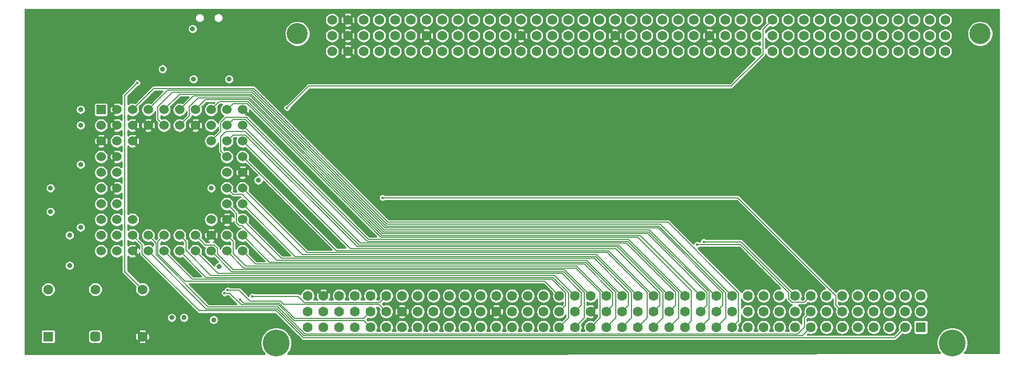
<source format=gbr>
%TF.GenerationSoftware,KiCad,Pcbnew,5.1.9+dfsg1-1~bpo10+1*%
%TF.CreationDate,2023-04-26T15:41:01+02:00*%
%TF.ProjectId,IIsiPDSAdapter,49497369-5044-4534-9164-61707465722e,rev?*%
%TF.SameCoordinates,Original*%
%TF.FileFunction,Copper,L4,Bot*%
%TF.FilePolarity,Positive*%
%FSLAX46Y46*%
G04 Gerber Fmt 4.6, Leading zero omitted, Abs format (unit mm)*
G04 Created by KiCad (PCBNEW 5.1.9+dfsg1-1~bpo10+1) date 2023-04-26 15:41:01*
%MOMM*%
%LPD*%
G01*
G04 APERTURE LIST*
%TA.AperFunction,ComponentPad*%
%ADD10C,1.600000*%
%TD*%
%TA.AperFunction,ComponentPad*%
%ADD11R,1.600000X1.600000*%
%TD*%
%TA.AperFunction,ComponentPad*%
%ADD12C,1.524000*%
%TD*%
%TA.AperFunction,ComponentPad*%
%ADD13R,1.524000X1.524000*%
%TD*%
%TA.AperFunction,ComponentPad*%
%ADD14C,4.335000*%
%TD*%
%TA.AperFunction,ComponentPad*%
%ADD15C,1.605000*%
%TD*%
%TA.AperFunction,ComponentPad*%
%ADD16R,1.605000X1.605000*%
%TD*%
%TA.AperFunction,ComponentPad*%
%ADD17C,3.403600*%
%TD*%
%TA.AperFunction,ComponentPad*%
%ADD18C,1.574800*%
%TD*%
%TA.AperFunction,ViaPad*%
%ADD19C,0.800000*%
%TD*%
%TA.AperFunction,ViaPad*%
%ADD20C,0.450000*%
%TD*%
%TA.AperFunction,Conductor*%
%ADD21C,0.152400*%
%TD*%
%TA.AperFunction,Conductor*%
%ADD22C,0.203200*%
%TD*%
%TA.AperFunction,Conductor*%
%ADD23C,0.254000*%
%TD*%
%TA.AperFunction,Conductor*%
%ADD24C,0.100000*%
%TD*%
G04 APERTURE END LIST*
%TO.P,X1,EN1*%
%TO.N,Net-(X1-PadEN1)*%
%TA.AperFunction,ComponentPad*%
G36*
G01*
X65820000Y-151900000D02*
X65820000Y-151100000D01*
G75*
G02*
X66220000Y-150700000I400000J0D01*
G01*
X67020000Y-150700000D01*
G75*
G02*
X67420000Y-151100000I0J-400000D01*
G01*
X67420000Y-151900000D01*
G75*
G02*
X67020000Y-152300000I-400000J0D01*
G01*
X66220000Y-152300000D01*
G75*
G02*
X65820000Y-151900000I0J400000D01*
G01*
G37*
%TD.AperFunction*%
D10*
%TO.P,X1,Vcc*%
%TO.N,+5V*%
X66620000Y-143880000D03*
%TO.P,X1,GND*%
%TO.N,GND*%
X74240000Y-151500000D03*
%TO.P,X1,OUT*%
%TO.N,CLK_32_000*%
X74240000Y-143880000D03*
%TO.P,X1,Vcc*%
%TO.N,+5V*%
X59000000Y-143880000D03*
D11*
%TO.P,X1,EN2*%
%TO.N,Net-(X1-PadEN2)*%
X59000000Y-151500000D03*
%TD*%
D12*
%TO.P,J2,A10*%
%TO.N,GND*%
X90430000Y-114820000D03*
%TO.P,J2,A9*%
%TO.N,D8*%
X87890000Y-114820000D03*
%TO.P,J2,A8*%
%TO.N,D7*%
X85350000Y-114820000D03*
%TO.P,J2,A7*%
%TO.N,D6*%
X82810000Y-114820000D03*
%TO.P,J2,A6*%
%TO.N,D4*%
X80270000Y-114820000D03*
%TO.P,J2,A5*%
%TO.N,D3*%
X77730000Y-114820000D03*
%TO.P,J2,A4*%
%TO.N,D1*%
X75190000Y-114820000D03*
%TO.P,J2,A3*%
%TO.N,D0*%
X72650000Y-114820000D03*
%TO.P,J2,A2*%
%TO.N,GND*%
X70110000Y-114820000D03*
D13*
%TO.P,J2,A1*%
%TO.N,+5V*%
X67570000Y-114820000D03*
D12*
%TO.P,J2,B10*%
%TO.N,D11*%
X90430000Y-117360000D03*
%TO.P,J2,B9*%
%TO.N,D10*%
X87890000Y-117360000D03*
%TO.P,J2,B8*%
%TO.N,+5V*%
X85350000Y-117360000D03*
%TO.P,J2,B7*%
%TO.N,GND*%
X82810000Y-117360000D03*
%TO.P,J2,B6*%
%TO.N,D5*%
X80270000Y-117360000D03*
%TO.P,J2,B5*%
%TO.N,D2*%
X77730000Y-117360000D03*
%TO.P,J2,B4*%
%TO.N,GND*%
X75190000Y-117360000D03*
%TO.P,J2,B3*%
X72650000Y-117360000D03*
%TO.P,J2,B2*%
X70110000Y-117360000D03*
%TO.P,J2,B1*%
%TO.N,+5V*%
X67570000Y-117360000D03*
%TO.P,J2,C10*%
%TO.N,D14*%
X90430000Y-119900000D03*
%TO.P,J2,C9*%
%TO.N,D13*%
X87890000Y-119900000D03*
%TO.P,J2,C8*%
%TO.N,D9*%
X85350000Y-119900000D03*
%TO.P,J2,C3*%
%TO.N,GND*%
X72650000Y-119900000D03*
%TO.P,J2,C2*%
%TO.N,FPUCLK*%
X70110000Y-119900000D03*
%TO.P,J2,C1*%
%TO.N,GND*%
X67570000Y-119900000D03*
%TO.P,J2,D10*%
%TO.N,D15*%
X90430000Y-122440000D03*
%TO.P,J2,D9*%
%TO.N,D12*%
X87890000Y-122440000D03*
%TO.P,J2,D2*%
%TO.N,GND*%
X70110000Y-122440000D03*
%TO.P,J2,D1*%
%TO.N,~RESET*%
X67570000Y-122440000D03*
%TO.P,J2,E10*%
%TO.N,GND*%
X90430000Y-124980000D03*
%TO.P,J2,E9*%
%TO.N,+5V*%
X87890000Y-124980000D03*
%TO.P,J2,E2*%
X70110000Y-124980000D03*
%TO.P,J2,E1*%
%TO.N,Net-(J2-PadE1)*%
X67570000Y-124980000D03*
%TO.P,J2,F10*%
%TO.N,D16*%
X90430000Y-127520000D03*
%TO.P,J2,F9*%
%TO.N,D17*%
X87890000Y-127520000D03*
%TO.P,J2,F2*%
%TO.N,GND*%
X70110000Y-127520000D03*
%TO.P,J2,F1*%
%TO.N,Net-(J2-PadF1)*%
X67570000Y-127520000D03*
%TO.P,J2,G10*%
%TO.N,D18*%
X90430000Y-130060000D03*
%TO.P,J2,G9*%
%TO.N,D20*%
X87890000Y-130060000D03*
%TO.P,J2,G2*%
%TO.N,A4*%
X70110000Y-130060000D03*
%TO.P,J2,G1*%
%TO.N,~DS*%
X67570000Y-130060000D03*
%TO.P,J2,H10*%
%TO.N,D19*%
X90430000Y-132600000D03*
%TO.P,J2,H9*%
%TO.N,GND*%
X87890000Y-132600000D03*
%TO.P,J2,H8*%
%TO.N,+5V*%
X85350000Y-132600000D03*
%TO.P,J2,H3*%
%TO.N,Net-(J2-PadH3)*%
X72650000Y-132600000D03*
%TO.P,J2,H2*%
%TO.N,A2*%
X70110000Y-132600000D03*
%TO.P,J2,H1*%
%TO.N,~AS*%
X67570000Y-132600000D03*
%TO.P,J2,J10*%
%TO.N,D21*%
X90430000Y-135140000D03*
%TO.P,J2,J9*%
%TO.N,D23*%
X87890000Y-135140000D03*
%TO.P,J2,J8*%
%TO.N,GND*%
X85350000Y-135140000D03*
%TO.P,J2,J7*%
%TO.N,D25*%
X82810000Y-135140000D03*
%TO.P,J2,J6*%
%TO.N,D28*%
X80270000Y-135140000D03*
%TO.P,J2,J5*%
%TO.N,D31*%
X77730000Y-135140000D03*
%TO.P,J2,J4*%
%TO.N,~DSACK0*%
X75190000Y-135140000D03*
%TO.P,J2,J3*%
%TO.N,~FPU*%
X72650000Y-135140000D03*
%TO.P,J2,J2*%
%TO.N,+5V*%
X70110000Y-135140000D03*
%TO.P,J2,J1*%
%TO.N,A3*%
X67570000Y-135140000D03*
%TO.P,J2,K10*%
%TO.N,D22*%
X90430000Y-137680000D03*
%TO.P,J2,K9*%
%TO.N,D24*%
X87890000Y-137680000D03*
%TO.P,J2,K8*%
%TO.N,D26*%
X85350000Y-137680000D03*
%TO.P,J2,K7*%
%TO.N,D27*%
X82810000Y-137680000D03*
%TO.P,J2,K6*%
%TO.N,D29*%
X80270000Y-137680000D03*
%TO.P,J2,K5*%
%TO.N,D30*%
X77730000Y-137680000D03*
%TO.P,J2,K4*%
%TO.N,~DSACK1*%
X75190000Y-137680000D03*
%TO.P,J2,K3*%
%TO.N,GND*%
X72650000Y-137680000D03*
%TO.P,J2,K2*%
%TO.N,~RW*%
X70110000Y-137680000D03*
%TO.P,J2,K1*%
%TO.N,A1*%
X67570000Y-137680000D03*
%TD*%
D14*
%TO.P,J1,MH2*%
%TO.N,Net-(J1-PadMH2)*%
X95860000Y-152540000D03*
%TO.P,J1,MH1*%
%TO.N,Net-(J1-PadMH1)*%
X205080000Y-152540000D03*
D15*
%TO.P,J1,C40*%
%TO.N,+12V*%
X100940000Y-144920000D03*
%TO.P,J1,C39*%
%TO.N,GND*%
X103480000Y-144920000D03*
%TO.P,J1,C38*%
%TO.N,C16M*%
X106020000Y-144920000D03*
%TO.P,J1,C37*%
%TO.N,+5V*%
X108560000Y-144920000D03*
%TO.P,J1,C36*%
%TO.N,A0*%
X111100000Y-144920000D03*
%TO.P,J1,C35*%
%TO.N,A3*%
X113640000Y-144920000D03*
%TO.P,J1,C34*%
%TO.N,A6*%
X116180000Y-144920000D03*
%TO.P,J1,C33*%
%TO.N,A8*%
X118720000Y-144920000D03*
%TO.P,J1,C32*%
%TO.N,A11*%
X121260000Y-144920000D03*
%TO.P,J1,C31*%
%TO.N,A14*%
X123800000Y-144920000D03*
%TO.P,J1,C30*%
%TO.N,A16*%
X126340000Y-144920000D03*
%TO.P,J1,C29*%
%TO.N,A19*%
X128880000Y-144920000D03*
%TO.P,J1,C28*%
%TO.N,A22*%
X131420000Y-144920000D03*
%TO.P,J1,C27*%
%TO.N,A24*%
X133960000Y-144920000D03*
%TO.P,J1,C26*%
%TO.N,A27*%
X136500000Y-144920000D03*
%TO.P,J1,C25*%
%TO.N,A30*%
X139040000Y-144920000D03*
%TO.P,J1,C24*%
%TO.N,D31*%
X141580000Y-144920000D03*
%TO.P,J1,C23*%
%TO.N,D28*%
X144120000Y-144920000D03*
%TO.P,J1,C22*%
%TO.N,D25*%
X146660000Y-144920000D03*
%TO.P,J1,C21*%
%TO.N,D23*%
X149200000Y-144920000D03*
%TO.P,J1,C20*%
%TO.N,D20*%
X151740000Y-144920000D03*
%TO.P,J1,C19*%
%TO.N,D17*%
X154280000Y-144920000D03*
%TO.P,J1,C18*%
%TO.N,D15*%
X156820000Y-144920000D03*
%TO.P,J1,C17*%
%TO.N,D12*%
X159360000Y-144920000D03*
%TO.P,J1,C16*%
%TO.N,D9*%
X161900000Y-144920000D03*
%TO.P,J1,C15*%
%TO.N,D7*%
X164440000Y-144920000D03*
%TO.P,J1,C14*%
%TO.N,D4*%
X166980000Y-144920000D03*
%TO.P,J1,C13*%
%TO.N,D1*%
X169520000Y-144920000D03*
%TO.P,J1,C12*%
%TO.N,~HALT*%
X172060000Y-144920000D03*
%TO.P,J1,C11*%
%TO.N,FC0*%
X174600000Y-144920000D03*
%TO.P,J1,C10*%
%TO.N,~BR*%
X177140000Y-144920000D03*
%TO.P,J1,C9*%
%TO.N,~AS*%
X179680000Y-144920000D03*
%TO.P,J1,C8*%
%TO.N,~RW*%
X182220000Y-144920000D03*
%TO.P,J1,C7*%
%TO.N,~CBREQ*%
X184760000Y-144920000D03*
%TO.P,J1,C6*%
%TO.N,RMC*%
X187300000Y-144920000D03*
%TO.P,J1,C5*%
%TO.N,IPL0*%
X189840000Y-144920000D03*
%TO.P,J1,C4*%
%TO.N,~IRQ1*%
X192380000Y-144920000D03*
%TO.P,J1,C3*%
%TO.N,~TM0A*%
X194920000Y-144920000D03*
%TO.P,J1,C2*%
%TO.N,~NUBUS*%
X197460000Y-144920000D03*
%TO.P,J1,C1*%
%TO.N,~PFW*%
X200000000Y-144920000D03*
%TO.P,J1,B40*%
%TO.N,-5V*%
X100940000Y-147460000D03*
%TO.P,J1,B39*%
%TO.N,GND*%
X103480000Y-147460000D03*
%TO.P,J1,B38*%
%TO.N,ECLK*%
X106020000Y-147460000D03*
%TO.P,J1,B37*%
%TO.N,+5V*%
X108560000Y-147460000D03*
%TO.P,J1,B36*%
%TO.N,A1*%
X111100000Y-147460000D03*
%TO.P,J1,B35*%
%TO.N,A4*%
X113640000Y-147460000D03*
%TO.P,J1,B34*%
%TO.N,GND*%
X116180000Y-147460000D03*
%TO.P,J1,B33*%
%TO.N,A9*%
X118720000Y-147460000D03*
%TO.P,J1,B32*%
%TO.N,A12*%
X121260000Y-147460000D03*
%TO.P,J1,B31*%
%TO.N,+5V*%
X123800000Y-147460000D03*
%TO.P,J1,B30*%
%TO.N,A17*%
X126340000Y-147460000D03*
%TO.P,J1,B29*%
%TO.N,A20*%
X128880000Y-147460000D03*
%TO.P,J1,B28*%
%TO.N,GND*%
X131420000Y-147460000D03*
%TO.P,J1,B27*%
%TO.N,A25*%
X133960000Y-147460000D03*
%TO.P,J1,B26*%
%TO.N,A28*%
X136500000Y-147460000D03*
%TO.P,J1,B25*%
%TO.N,+5V*%
X139040000Y-147460000D03*
%TO.P,J1,B24*%
%TO.N,D30*%
X141580000Y-147460000D03*
%TO.P,J1,B23*%
%TO.N,D27*%
X144120000Y-147460000D03*
%TO.P,J1,B22*%
%TO.N,GND*%
X146660000Y-147460000D03*
%TO.P,J1,B21*%
%TO.N,D22*%
X149200000Y-147460000D03*
%TO.P,J1,B20*%
%TO.N,D19*%
X151740000Y-147460000D03*
%TO.P,J1,B19*%
%TO.N,+5V*%
X154280000Y-147460000D03*
%TO.P,J1,B18*%
%TO.N,D14*%
X156820000Y-147460000D03*
%TO.P,J1,B17*%
%TO.N,D11*%
X159360000Y-147460000D03*
%TO.P,J1,B16*%
%TO.N,GND*%
X161900000Y-147460000D03*
%TO.P,J1,B15*%
%TO.N,D6*%
X164440000Y-147460000D03*
%TO.P,J1,B14*%
%TO.N,D3*%
X166980000Y-147460000D03*
%TO.P,J1,B13*%
%TO.N,+5V*%
X169520000Y-147460000D03*
%TO.P,J1,B12*%
%TO.N,~BERR*%
X172060000Y-147460000D03*
%TO.P,J1,B11*%
%TO.N,FC1*%
X174600000Y-147460000D03*
%TO.P,J1,B10*%
%TO.N,~BG*%
X177140000Y-147460000D03*
%TO.P,J1,B9*%
%TO.N,SIZ0*%
X179680000Y-147460000D03*
%TO.P,J1,B8*%
%TO.N,~DSACK0*%
X182220000Y-147460000D03*
%TO.P,J1,B7*%
%TO.N,~CBACK*%
X184760000Y-147460000D03*
%TO.P,J1,B6*%
%TO.N,~DS*%
X187300000Y-147460000D03*
%TO.P,J1,B5*%
%TO.N,IPL1*%
X189840000Y-147460000D03*
%TO.P,J1,B4*%
%TO.N,~IRQ2*%
X192380000Y-147460000D03*
%TO.P,J1,B3*%
%TO.N,~TM1A*%
X194920000Y-147460000D03*
%TO.P,J1,B2*%
%TO.N,CACHE*%
X197460000Y-147460000D03*
%TO.P,J1,B1*%
%TO.N,C40M*%
X200000000Y-147460000D03*
%TO.P,J1,A40*%
%TO.N,-12V*%
X100940000Y-150000000D03*
%TO.P,J1,A39*%
%TO.N,GND*%
X103480000Y-150000000D03*
%TO.P,J1,A38*%
%TO.N,CPUCLK*%
X106020000Y-150000000D03*
%TO.P,J1,A37*%
%TO.N,+5V*%
X108560000Y-150000000D03*
%TO.P,J1,A36*%
%TO.N,A2*%
X111100000Y-150000000D03*
%TO.P,J1,A35*%
%TO.N,A5*%
X113640000Y-150000000D03*
%TO.P,J1,A34*%
%TO.N,A7*%
X116180000Y-150000000D03*
%TO.P,J1,A33*%
%TO.N,A10*%
X118720000Y-150000000D03*
%TO.P,J1,A32*%
%TO.N,A13*%
X121260000Y-150000000D03*
%TO.P,J1,A31*%
%TO.N,A15*%
X123800000Y-150000000D03*
%TO.P,J1,A30*%
%TO.N,A18*%
X126340000Y-150000000D03*
%TO.P,J1,A29*%
%TO.N,A21*%
X128880000Y-150000000D03*
%TO.P,J1,A28*%
%TO.N,A23*%
X131420000Y-150000000D03*
%TO.P,J1,A27*%
%TO.N,A26*%
X133960000Y-150000000D03*
%TO.P,J1,A26*%
%TO.N,A29*%
X136500000Y-150000000D03*
%TO.P,J1,A25*%
%TO.N,A31*%
X139040000Y-150000000D03*
%TO.P,J1,A24*%
%TO.N,D29*%
X141580000Y-150000000D03*
%TO.P,J1,A23*%
%TO.N,D26*%
X144120000Y-150000000D03*
%TO.P,J1,A22*%
%TO.N,D24*%
X146660000Y-150000000D03*
%TO.P,J1,A21*%
%TO.N,D21*%
X149200000Y-150000000D03*
%TO.P,J1,A20*%
%TO.N,D18*%
X151740000Y-150000000D03*
%TO.P,J1,A19*%
%TO.N,D16*%
X154280000Y-150000000D03*
%TO.P,J1,A18*%
%TO.N,D13*%
X156820000Y-150000000D03*
%TO.P,J1,A17*%
%TO.N,D10*%
X159360000Y-150000000D03*
%TO.P,J1,A16*%
%TO.N,D8*%
X161900000Y-150000000D03*
%TO.P,J1,A15*%
%TO.N,D5*%
X164440000Y-150000000D03*
%TO.P,J1,A14*%
%TO.N,D2*%
X166980000Y-150000000D03*
%TO.P,J1,A13*%
%TO.N,D0*%
X169520000Y-150000000D03*
%TO.P,J1,A12*%
%TO.N,~RESET*%
X172060000Y-150000000D03*
%TO.P,J1,A11*%
%TO.N,FC2*%
X174600000Y-150000000D03*
%TO.P,J1,A10*%
%TO.N,~BGACK*%
X177140000Y-150000000D03*
%TO.P,J1,A9*%
%TO.N,SIZ1*%
X179680000Y-150000000D03*
%TO.P,J1,A8*%
%TO.N,~DSACK1*%
X182220000Y-150000000D03*
%TO.P,J1,A7*%
%TO.N,~STERM*%
X184760000Y-150000000D03*
%TO.P,J1,A6*%
%TO.N,~CIOUT*%
X187300000Y-150000000D03*
%TO.P,J1,A5*%
%TO.N,IPL2*%
X189840000Y-150000000D03*
%TO.P,J1,A4*%
%TO.N,~IRQ3*%
X192380000Y-150000000D03*
%TO.P,J1,A3*%
%TO.N,~BUSLOCk*%
X194920000Y-150000000D03*
%TO.P,J1,A2*%
%TO.N,~FPU*%
X197460000Y-150000000D03*
D16*
%TO.P,J1,A1*%
%TO.N,~RBV*%
X200000000Y-150000000D03*
%TD*%
D17*
%TO.P,J3,122*%
%TO.N,N/C*%
X209576100Y-102535200D03*
%TO.P,J3,121*%
X99263900Y-102535200D03*
D18*
%TO.P,J3,C40*%
%TO.N,+12V*%
X104890000Y-105380000D03*
%TO.P,J3,C39*%
%TO.N,GND*%
X107430000Y-105380000D03*
%TO.P,J3,C38*%
%TO.N,C16M*%
X109970000Y-105380000D03*
%TO.P,J3,C37*%
%TO.N,+5V*%
X112510000Y-105380000D03*
%TO.P,J3,C36*%
%TO.N,A0*%
X115050000Y-105380000D03*
%TO.P,J3,C35*%
%TO.N,A3*%
X117590000Y-105380000D03*
%TO.P,J3,C34*%
%TO.N,A6*%
X120130000Y-105380000D03*
%TO.P,J3,C33*%
%TO.N,A8*%
X122670000Y-105380000D03*
%TO.P,J3,C32*%
%TO.N,A11*%
X125210000Y-105380000D03*
%TO.P,J3,C31*%
%TO.N,A14*%
X127750000Y-105380000D03*
%TO.P,J3,C30*%
%TO.N,A16*%
X130290000Y-105380000D03*
%TO.P,J3,C29*%
%TO.N,A19*%
X132830000Y-105380000D03*
%TO.P,J3,C28*%
%TO.N,A22*%
X135370000Y-105380000D03*
%TO.P,J3,C27*%
%TO.N,A24*%
X137910000Y-105380000D03*
%TO.P,J3,C26*%
%TO.N,A27*%
X140450000Y-105380000D03*
%TO.P,J3,C25*%
%TO.N,A30*%
X142990000Y-105380000D03*
%TO.P,J3,C24*%
%TO.N,D31*%
X145530000Y-105380000D03*
%TO.P,J3,C23*%
%TO.N,D28*%
X148070000Y-105380000D03*
%TO.P,J3,C22*%
%TO.N,D25*%
X150610000Y-105380000D03*
%TO.P,J3,C21*%
%TO.N,D23*%
X153150000Y-105380000D03*
%TO.P,J3,C20*%
%TO.N,D20*%
X155690000Y-105380000D03*
%TO.P,J3,C19*%
%TO.N,D17*%
X158230000Y-105380000D03*
%TO.P,J3,C18*%
%TO.N,D15*%
X160770000Y-105380000D03*
%TO.P,J3,C17*%
%TO.N,D12*%
X163310000Y-105380000D03*
%TO.P,J3,C16*%
%TO.N,D9*%
X165850000Y-105380000D03*
%TO.P,J3,C15*%
%TO.N,D7*%
X168390000Y-105380000D03*
%TO.P,J3,C14*%
%TO.N,D4*%
X170930000Y-105380000D03*
%TO.P,J3,C13*%
%TO.N,D1*%
X173470000Y-105380000D03*
%TO.P,J3,C12*%
%TO.N,~HALT*%
X176010000Y-105380000D03*
%TO.P,J3,C11*%
%TO.N,FC0*%
X178550000Y-105380000D03*
%TO.P,J3,C10*%
%TO.N,~BR*%
X181090000Y-105380000D03*
%TO.P,J3,C9*%
%TO.N,~AS*%
X183630000Y-105380000D03*
%TO.P,J3,C8*%
%TO.N,~RW*%
X186170000Y-105380000D03*
%TO.P,J3,C7*%
%TO.N,~CBREQ*%
X188710000Y-105380000D03*
%TO.P,J3,C6*%
%TO.N,RMC*%
X191250000Y-105380000D03*
%TO.P,J3,C5*%
%TO.N,IPL0*%
X193790000Y-105380000D03*
%TO.P,J3,C4*%
%TO.N,~IRQ1*%
X196330000Y-105380000D03*
%TO.P,J3,C3*%
%TO.N,~TM0A*%
X198870000Y-105380000D03*
%TO.P,J3,C2*%
%TO.N,~NUBUS*%
X201410000Y-105380000D03*
%TO.P,J3,C1*%
%TO.N,~PFW*%
X203950000Y-105380000D03*
%TO.P,J3,B40*%
%TO.N,-5V*%
X104890000Y-102840000D03*
%TO.P,J3,B39*%
%TO.N,GND*%
X107430000Y-102840000D03*
%TO.P,J3,B38*%
%TO.N,ECLK*%
X109970000Y-102840000D03*
%TO.P,J3,B37*%
%TO.N,+5V*%
X112510000Y-102840000D03*
%TO.P,J3,B36*%
%TO.N,A1*%
X115050000Y-102840000D03*
%TO.P,J3,B35*%
%TO.N,A4*%
X117590000Y-102840000D03*
%TO.P,J3,B34*%
%TO.N,GND*%
X120130000Y-102840000D03*
%TO.P,J3,B33*%
%TO.N,A9*%
X122670000Y-102840000D03*
%TO.P,J3,B32*%
%TO.N,A12*%
X125210000Y-102840000D03*
%TO.P,J3,B31*%
%TO.N,+5V*%
X127750000Y-102840000D03*
%TO.P,J3,B30*%
%TO.N,A17*%
X130290000Y-102840000D03*
%TO.P,J3,B29*%
%TO.N,A20*%
X132830000Y-102840000D03*
%TO.P,J3,B28*%
%TO.N,GND*%
X135370000Y-102840000D03*
%TO.P,J3,B27*%
%TO.N,A25*%
X137910000Y-102840000D03*
%TO.P,J3,B26*%
%TO.N,A28*%
X140450000Y-102840000D03*
%TO.P,J3,B25*%
%TO.N,+5V*%
X142990000Y-102840000D03*
%TO.P,J3,B24*%
%TO.N,D30*%
X145530000Y-102840000D03*
%TO.P,J3,B23*%
%TO.N,D27*%
X148070000Y-102840000D03*
%TO.P,J3,B22*%
%TO.N,GND*%
X150610000Y-102840000D03*
%TO.P,J3,B21*%
%TO.N,D22*%
X153150000Y-102840000D03*
%TO.P,J3,B20*%
%TO.N,D19*%
X155690000Y-102840000D03*
%TO.P,J3,B19*%
%TO.N,+5V*%
X158230000Y-102840000D03*
%TO.P,J3,B18*%
%TO.N,D14*%
X160770000Y-102840000D03*
%TO.P,J3,B17*%
%TO.N,D11*%
X163310000Y-102840000D03*
%TO.P,J3,B16*%
%TO.N,GND*%
X165850000Y-102840000D03*
%TO.P,J3,B15*%
%TO.N,D6*%
X168390000Y-102840000D03*
%TO.P,J3,B14*%
%TO.N,D3*%
X170930000Y-102840000D03*
%TO.P,J3,B13*%
%TO.N,+5V*%
X173470000Y-102840000D03*
%TO.P,J3,B12*%
%TO.N,~BERR*%
X176010000Y-102840000D03*
%TO.P,J3,B11*%
%TO.N,FC1*%
X178550000Y-102840000D03*
%TO.P,J3,B10*%
%TO.N,~BG*%
X181090000Y-102840000D03*
%TO.P,J3,B9*%
%TO.N,SIZ0*%
X183630000Y-102840000D03*
%TO.P,J3,B8*%
%TO.N,~DSACK0*%
X186170000Y-102840000D03*
%TO.P,J3,B7*%
%TO.N,~CBACK*%
X188710000Y-102840000D03*
%TO.P,J3,B6*%
%TO.N,~DS*%
X191250000Y-102840000D03*
%TO.P,J3,B5*%
%TO.N,IPL1*%
X193790000Y-102840000D03*
%TO.P,J3,B4*%
%TO.N,~IRQ2*%
X196330000Y-102840000D03*
%TO.P,J3,B3*%
%TO.N,~TM1A*%
X198870000Y-102840000D03*
%TO.P,J3,B2*%
%TO.N,CACHE*%
X201410000Y-102840000D03*
%TO.P,J3,B1*%
%TO.N,C40M*%
X203950000Y-102840000D03*
%TO.P,J3,A40*%
%TO.N,-12V*%
X104890000Y-100300000D03*
%TO.P,J3,A39*%
%TO.N,GND*%
X107430000Y-100300000D03*
%TO.P,J3,A38*%
%TO.N,CPUCLK*%
X109970000Y-100300000D03*
%TO.P,J3,A37*%
%TO.N,+5V*%
X112510000Y-100300000D03*
%TO.P,J3,A36*%
%TO.N,A2*%
X115050000Y-100300000D03*
%TO.P,J3,A35*%
%TO.N,A5*%
X117590000Y-100300000D03*
%TO.P,J3,A34*%
%TO.N,A7*%
X120130000Y-100300000D03*
%TO.P,J3,A33*%
%TO.N,A10*%
X122670000Y-100300000D03*
%TO.P,J3,A32*%
%TO.N,A13*%
X125210000Y-100300000D03*
%TO.P,J3,A31*%
%TO.N,A15*%
X127750000Y-100300000D03*
%TO.P,J3,A30*%
%TO.N,A18*%
X130290000Y-100300000D03*
%TO.P,J3,A29*%
%TO.N,A21*%
X132830000Y-100300000D03*
%TO.P,J3,A28*%
%TO.N,A23*%
X135370000Y-100300000D03*
%TO.P,J3,A27*%
%TO.N,A26*%
X137910000Y-100300000D03*
%TO.P,J3,A26*%
%TO.N,A29*%
X140450000Y-100300000D03*
%TO.P,J3,A25*%
%TO.N,A31*%
X142990000Y-100300000D03*
%TO.P,J3,A24*%
%TO.N,D29*%
X145530000Y-100300000D03*
%TO.P,J3,A23*%
%TO.N,D26*%
X148070000Y-100300000D03*
%TO.P,J3,A22*%
%TO.N,D24*%
X150610000Y-100300000D03*
%TO.P,J3,A21*%
%TO.N,D21*%
X153150000Y-100300000D03*
%TO.P,J3,A20*%
%TO.N,D18*%
X155690000Y-100300000D03*
%TO.P,J3,A19*%
%TO.N,D16*%
X158230000Y-100300000D03*
%TO.P,J3,A18*%
%TO.N,D13*%
X160770000Y-100300000D03*
%TO.P,J3,A17*%
%TO.N,D10*%
X163310000Y-100300000D03*
%TO.P,J3,A16*%
%TO.N,D8*%
X165850000Y-100300000D03*
%TO.P,J3,A15*%
%TO.N,D5*%
X168390000Y-100300000D03*
%TO.P,J3,A14*%
%TO.N,D2*%
X170930000Y-100300000D03*
%TO.P,J3,A13*%
%TO.N,D0*%
X173470000Y-100300000D03*
%TO.P,J3,A12*%
%TO.N,~RESET*%
X176010000Y-100300000D03*
%TO.P,J3,A11*%
%TO.N,FC2*%
X178550000Y-100300000D03*
%TO.P,J3,A10*%
%TO.N,~BGACK*%
X181090000Y-100300000D03*
%TO.P,J3,A9*%
%TO.N,SIZ1*%
X183630000Y-100300000D03*
%TO.P,J3,A8*%
%TO.N,~DSACK1*%
X186170000Y-100300000D03*
%TO.P,J3,A7*%
%TO.N,~STERM*%
X188710000Y-100300000D03*
%TO.P,J3,A6*%
%TO.N,~CIOUT*%
X191250000Y-100300000D03*
%TO.P,J3,A5*%
%TO.N,IPL2*%
X193790000Y-100300000D03*
%TO.P,J3,A4*%
%TO.N,~IRQ3*%
X196330000Y-100300000D03*
%TO.P,J3,A3*%
%TO.N,~BUSLOCk*%
X198870000Y-100300000D03*
%TO.P,J3,A2*%
%TO.N,~FPU*%
X201410000Y-100300000D03*
%TO.P,J3,A1*%
%TO.N,~RBV*%
X203950000Y-100300000D03*
%TD*%
D19*
%TO.N,GND*%
X102000000Y-153000000D03*
X108250000Y-115500000D03*
X68000000Y-100000000D03*
X81750000Y-140500000D03*
X91000000Y-143500000D03*
X101000000Y-115500000D03*
X96000000Y-130500000D03*
X210000000Y-110000000D03*
X205000000Y-130000000D03*
X205000000Y-140000000D03*
X205000000Y-135000000D03*
X210000000Y-115000000D03*
X210000000Y-120000000D03*
X59445000Y-133870000D03*
X69000000Y-108325000D03*
X82500000Y-108325000D03*
X59445000Y-123710000D03*
X59770000Y-112750000D03*
X59770000Y-110000000D03*
X87641000Y-101750000D03*
X77500000Y-106700000D03*
X71750000Y-108250000D03*
X78970000Y-152950000D03*
X80970000Y-152950000D03*
X85750000Y-151500000D03*
X210000000Y-125000000D03*
X210000000Y-130000000D03*
X210000000Y-135000000D03*
X210000000Y-140000000D03*
X60920000Y-119000000D03*
X73000000Y-100000000D03*
X68000000Y-105000000D03*
X112000000Y-153000000D03*
X122000000Y-153000000D03*
X132000000Y-153000000D03*
X142000000Y-153000000D03*
X152000000Y-153000000D03*
X162000000Y-153000000D03*
X172000000Y-153000000D03*
X182000000Y-153000000D03*
X192000000Y-153000000D03*
X88250000Y-108325000D03*
%TO.N,+5V*%
X59395000Y-127520000D03*
X59395000Y-131330000D03*
X86620000Y-140170000D03*
X85350000Y-127520000D03*
X62470000Y-140000000D03*
X62470000Y-135140000D03*
X64250000Y-114820000D03*
X64250000Y-117360000D03*
X64250000Y-123710000D03*
X64250000Y-133870000D03*
X92950000Y-126250000D03*
X82350000Y-101750000D03*
X77500000Y-108250000D03*
X80970000Y-148450000D03*
X78970000Y-148450000D03*
X85750000Y-148800000D03*
X82500000Y-109875000D03*
X88250000Y-109875000D03*
D20*
%TO.N,A3*%
X92000000Y-145000000D03*
%TO.N,~AS*%
X164911799Y-136178201D03*
%TO.N,~RW*%
X163868201Y-136641799D03*
%TO.N,A1*%
X90000000Y-145500000D03*
%TO.N,A4*%
X88000000Y-144000000D03*
%TO.N,~DS*%
X113050601Y-129069399D03*
%TO.N,A2*%
X87500000Y-144500000D03*
%TO.N,~RESET*%
X97590000Y-114530000D03*
%TO.N,CLK_32_000*%
X73400000Y-110500000D03*
%TD*%
D21*
%TO.N,A3*%
X112561299Y-145998701D02*
X113640000Y-144920000D01*
X100422223Y-145998701D02*
X112561299Y-145998701D01*
X99423522Y-145000000D02*
X100422223Y-145998701D01*
X99423522Y-145000000D02*
X92000000Y-145000000D01*
%TO.N,D31*%
X141580000Y-144920000D02*
X139210000Y-142550000D01*
X81133910Y-142550000D02*
X76739399Y-138155489D01*
X139210000Y-142550000D02*
X81133910Y-142550000D01*
X76739399Y-136130601D02*
X77730000Y-135140000D01*
X76739399Y-138155489D02*
X76739399Y-136130601D01*
%TO.N,D28*%
X144120000Y-144920000D02*
X140828860Y-141628860D01*
X85292770Y-141628860D02*
X140828860Y-141628860D01*
X81260601Y-137596691D02*
X85292770Y-141628860D01*
X80270000Y-135140000D02*
X81260601Y-136130601D01*
X81260601Y-136130601D02*
X81260601Y-137596691D01*
%TO.N,D25*%
X83800601Y-136130601D02*
X82810000Y-135140000D01*
X146660000Y-144920000D02*
X142454430Y-140714430D01*
X142454430Y-140714430D02*
X88899542Y-140714430D01*
X86340601Y-138155489D02*
X86340601Y-137204511D01*
X88899542Y-140714430D02*
X86340601Y-138155489D01*
X84359399Y-136689399D02*
X83800601Y-136130601D01*
X86340601Y-137204511D02*
X85825489Y-136689399D01*
X85825489Y-136689399D02*
X84359399Y-136689399D01*
%TO.N,D23*%
X149200000Y-144920000D02*
X144384810Y-140104810D01*
X88880601Y-136130601D02*
X87890000Y-135140000D01*
X88880601Y-138040601D02*
X88880601Y-136130601D01*
X144384810Y-140104810D02*
X90944810Y-140104810D01*
X90944810Y-140104810D02*
X88880601Y-138040601D01*
%TO.N,D20*%
X151740000Y-144920000D02*
X145994810Y-139174810D01*
X88880601Y-131050601D02*
X87890000Y-130060000D01*
X90346691Y-133590601D02*
X89954511Y-133590601D01*
X145994810Y-139174810D02*
X95930900Y-139174810D01*
X95930900Y-139174810D02*
X90346691Y-133590601D01*
X89439399Y-131609399D02*
X88880601Y-131050601D01*
X89954511Y-133590601D02*
X89439399Y-133075489D01*
X89439399Y-133075489D02*
X89439399Y-131609399D01*
%TO.N,D17*%
X88880601Y-128510601D02*
X87890000Y-127520000D01*
X90346691Y-128510601D02*
X88880601Y-128510601D01*
X100060779Y-138224689D02*
X90346691Y-128510601D01*
X154280000Y-144920000D02*
X147584689Y-138224689D01*
X147584689Y-138224689D02*
X100060779Y-138224689D01*
%TO.N,D15*%
X149515069Y-137615069D02*
X156820000Y-144920000D01*
X105605069Y-137615069D02*
X90430000Y-122440000D01*
X149515069Y-137615069D02*
X105605069Y-137615069D01*
%TO.N,D12*%
X159360000Y-144920000D02*
X151140639Y-136700639D01*
X87769399Y-118350601D02*
X90870601Y-118350601D01*
X86899399Y-119220601D02*
X87769399Y-118350601D01*
X87890000Y-122440000D02*
X86899399Y-121449399D01*
X86899399Y-121449399D02*
X86899399Y-119220601D01*
X109220639Y-136700639D02*
X151140639Y-136700639D01*
X90870601Y-118350601D02*
X109220639Y-136700639D01*
%TO.N,D9*%
X161900000Y-144920000D02*
X152766209Y-135786209D01*
X87719320Y-116064590D02*
X91031746Y-116064590D01*
X86899399Y-116884511D02*
X87719320Y-116064590D01*
X85350000Y-119900000D02*
X86899399Y-118350601D01*
X86899399Y-118350601D02*
X86899399Y-116884511D01*
X110753365Y-135786209D02*
X152766209Y-135786209D01*
X91031746Y-116064590D02*
X110753365Y-135786209D01*
%TO.N,D7*%
X154696589Y-135176589D02*
X164440000Y-144920000D01*
X154696589Y-135176589D02*
X112947655Y-135176589D01*
X86645411Y-113524589D02*
X85350000Y-114820000D01*
X112947655Y-135176589D02*
X91295655Y-113524589D01*
X91295655Y-113524589D02*
X86645411Y-113524589D01*
%TO.N,D4*%
X166828162Y-144920000D02*
X166980000Y-144920000D01*
X156170322Y-134262160D02*
X166828162Y-144920000D01*
X82479839Y-112610161D02*
X80270000Y-114820000D01*
X91674425Y-112610161D02*
X82479839Y-112610161D01*
X156170322Y-134262160D02*
X113326424Y-134262160D01*
X113326424Y-134262160D02*
X91674425Y-112610161D01*
%TO.N,D1*%
X157947730Y-133347730D02*
X169520000Y-144920000D01*
X78314266Y-111695734D02*
X92086800Y-111695734D01*
X75190000Y-114820000D02*
X78314266Y-111695734D01*
X113738796Y-133347730D02*
X157947730Y-133347730D01*
X92086800Y-111695734D02*
X113738796Y-133347730D01*
%TO.N,~AS*%
X170938201Y-136178201D02*
X179680000Y-144920000D01*
X164911799Y-136178201D02*
X170938201Y-136178201D01*
%TO.N,~RW*%
X181188899Y-145951101D02*
X182220000Y-144920000D01*
X179185071Y-145951101D02*
X181188899Y-145951101D01*
X178648899Y-145414929D02*
X179185071Y-145951101D01*
X178648899Y-144425071D02*
X178648899Y-145414929D01*
X163868201Y-136641799D02*
X170865627Y-136641799D01*
X170865627Y-136641799D02*
X178648899Y-144425071D01*
%TO.N,A1*%
X90610380Y-146110380D02*
X90000000Y-145500000D01*
X98814803Y-148538701D02*
X96386482Y-146110380D01*
X111100000Y-147460000D02*
X110021299Y-148538701D01*
X96386482Y-146110380D02*
X90610380Y-146110380D01*
X110021299Y-148538701D02*
X98814803Y-148538701D01*
%TO.N,A4*%
X113640000Y-147460000D02*
X112483511Y-146303511D01*
X112483511Y-146303511D02*
X97010679Y-146303511D01*
X97010679Y-146303511D02*
X96512738Y-145805570D01*
X96512738Y-145805570D02*
X91635570Y-145805570D01*
X89830000Y-144000000D02*
X88000000Y-144000000D01*
X91635570Y-145805570D02*
X89830000Y-144000000D01*
%TO.N,D30*%
X142611101Y-146428899D02*
X142611101Y-144425071D01*
X141580000Y-147460000D02*
X142611101Y-146428899D01*
X142611101Y-144425071D02*
X140424510Y-142238480D01*
X82288480Y-142238480D02*
X140424510Y-142238480D01*
X77730000Y-137680000D02*
X82288480Y-142238480D01*
%TO.N,D27*%
X145151101Y-144425071D02*
X142050080Y-141324050D01*
X144120000Y-147460000D02*
X145151101Y-146428899D01*
X145151101Y-146428899D02*
X145151101Y-144425071D01*
X86454050Y-141324050D02*
X82810000Y-137680000D01*
X142050080Y-141324050D02*
X86454050Y-141324050D01*
%TO.N,D22*%
X150231101Y-144425071D02*
X145606030Y-139800000D01*
X149200000Y-147460000D02*
X150231101Y-146428899D01*
X150231101Y-146428899D02*
X150231101Y-144425071D01*
X92550000Y-139800000D02*
X90430000Y-137680000D01*
X145606030Y-139800000D02*
X92550000Y-139800000D01*
%TO.N,D19*%
X152771101Y-144425071D02*
X147216030Y-138870000D01*
X151740000Y-147460000D02*
X152771101Y-146428899D01*
X152771101Y-146428899D02*
X152771101Y-144425071D01*
X96700000Y-138870000D02*
X90430000Y-132600000D01*
X147216030Y-138870000D02*
X96700000Y-138870000D01*
%TO.N,D14*%
X156820000Y-147460000D02*
X157851101Y-146428899D01*
X157851101Y-144425071D02*
X150736289Y-137310259D01*
X157851101Y-146428899D02*
X157851101Y-144425071D01*
X107840259Y-137310259D02*
X90430000Y-119900000D01*
X150736289Y-137310259D02*
X107840259Y-137310259D01*
%TO.N,D11*%
X160391101Y-146428899D02*
X159360000Y-147460000D01*
X160391101Y-144371101D02*
X160391101Y-146428899D01*
X152415829Y-136395829D02*
X160391101Y-144371101D01*
X90430000Y-117360000D02*
X109465829Y-136395829D01*
X109465829Y-136395829D02*
X152415829Y-136395829D01*
%TO.N,D6*%
X165471101Y-144425071D02*
X155917809Y-134871779D01*
X164440000Y-147460000D02*
X165471101Y-146428899D01*
X165471101Y-146428899D02*
X165471101Y-144425071D01*
X84410220Y-113219780D02*
X91421912Y-113219780D01*
X82810000Y-114820000D02*
X84410220Y-113219780D01*
X113073911Y-134871779D02*
X155917809Y-134871779D01*
X91421912Y-113219780D02*
X113073911Y-134871779D01*
%TO.N,D3*%
X168011101Y-144425071D02*
X157543380Y-133957350D01*
X166980000Y-147460000D02*
X168011101Y-146428899D01*
X168011101Y-146428899D02*
X168011101Y-144425071D01*
X80244648Y-112305352D02*
X91800682Y-112305352D01*
X77730000Y-114820000D02*
X80244648Y-112305352D01*
X113452680Y-133957350D02*
X157543380Y-133957350D01*
X91800682Y-112305352D02*
X113452680Y-133957350D01*
%TO.N,~DSACK0*%
X76434590Y-138281746D02*
X84872844Y-146720000D01*
X75190000Y-135140000D02*
X76434590Y-136384590D01*
X76434590Y-136384590D02*
X76434590Y-138281746D01*
X181188899Y-148491101D02*
X182220000Y-147460000D01*
X181188899Y-150017131D02*
X181188899Y-148491101D01*
X180127329Y-151078701D02*
X181188899Y-150017131D01*
X100492671Y-151078701D02*
X180127329Y-151078701D01*
X84872844Y-146720000D02*
X96133970Y-146720000D01*
X96133970Y-146720000D02*
X100492671Y-151078701D01*
%TO.N,~DS*%
X186268899Y-146428899D02*
X187300000Y-147460000D01*
X186268899Y-144902869D02*
X186268899Y-146428899D01*
X113050601Y-129069399D02*
X170435429Y-129069399D01*
X170435429Y-129069399D02*
X186268899Y-144902869D01*
%TO.N,A2*%
X98766335Y-148921299D02*
X96260226Y-146415190D01*
X90243860Y-146415190D02*
X88328670Y-144500000D01*
X88328670Y-144500000D02*
X87500000Y-144500000D01*
X111100000Y-150000000D02*
X110021299Y-148921299D01*
X96260226Y-146415190D02*
X90243860Y-146415190D01*
X110021299Y-148921299D02*
X98766335Y-148921299D01*
%TO.N,D29*%
X140593670Y-141933670D02*
X143088899Y-144428899D01*
X143088899Y-144428899D02*
X143088899Y-148491101D01*
X143088899Y-148491101D02*
X141580000Y-150000000D01*
X80270000Y-137680000D02*
X84523670Y-141933670D01*
X140593670Y-141933670D02*
X84523670Y-141933670D01*
%TO.N,D26*%
X145628899Y-148491101D02*
X145628899Y-144319965D01*
X144120000Y-150000000D02*
X145628899Y-148491101D01*
X145628899Y-144319965D02*
X142328174Y-141019240D01*
X88689240Y-141019240D02*
X85350000Y-137680000D01*
X142328174Y-141019240D02*
X88689240Y-141019240D01*
%TO.N,D24*%
X148168899Y-148491101D02*
X148168899Y-144319965D01*
X146660000Y-150000000D02*
X148168899Y-148491101D01*
X148168899Y-144319965D02*
X144258554Y-140409620D01*
X90619620Y-140409620D02*
X87890000Y-137680000D01*
X144258554Y-140409620D02*
X90619620Y-140409620D01*
%TO.N,D21*%
X150708899Y-148491101D02*
X150708899Y-144319965D01*
X149200000Y-150000000D02*
X150708899Y-148491101D01*
X150708899Y-144319965D02*
X145868554Y-139479620D01*
X94769620Y-139479620D02*
X90430000Y-135140000D01*
X145868554Y-139479620D02*
X94769620Y-139479620D01*
%TO.N,D18*%
X153248899Y-148491101D02*
X151740000Y-150000000D01*
X153248899Y-144319965D02*
X153248899Y-148491101D01*
X147494124Y-138565190D02*
X153248899Y-144319965D01*
X90430000Y-130060000D02*
X98935190Y-138565190D01*
X98935190Y-138565190D02*
X147494124Y-138565190D01*
%TO.N,D16*%
X155788899Y-148491101D02*
X155788899Y-144319965D01*
X154280000Y-150000000D02*
X155788899Y-148491101D01*
X90430000Y-127520000D02*
X100829879Y-137919879D01*
X149388813Y-137919879D02*
X155788899Y-144319965D01*
X100829879Y-137919879D02*
X149388813Y-137919879D01*
%TO.N,D13*%
X158328899Y-144319965D02*
X151014383Y-137005449D01*
X158328899Y-148491101D02*
X158328899Y-144319965D01*
X156820000Y-150000000D02*
X158328899Y-148491101D01*
X88880601Y-118909399D02*
X87890000Y-119900000D01*
X90905489Y-118909399D02*
X88880601Y-118909399D01*
X151014383Y-137005449D02*
X109001539Y-137005449D01*
X109001539Y-137005449D02*
X90905489Y-118909399D01*
%TO.N,D10*%
X159360000Y-150000000D02*
X160868899Y-148491101D01*
X160868899Y-148491101D02*
X160868899Y-144319965D01*
X160868899Y-144319965D02*
X152639953Y-136091019D01*
X88880601Y-116369399D02*
X87890000Y-117360000D01*
X90905489Y-116369399D02*
X88880601Y-116369399D01*
X152639953Y-136091019D02*
X110627109Y-136091019D01*
X110627109Y-136091019D02*
X90905489Y-116369399D01*
%TO.N,D8*%
X162931101Y-148968899D02*
X162931101Y-144131101D01*
X161900000Y-150000000D02*
X162931101Y-148968899D01*
X162931101Y-144131101D02*
X154281399Y-135481399D01*
X91169399Y-113829399D02*
X112821399Y-135481399D01*
X87890000Y-114820000D02*
X88880601Y-113829399D01*
X88880601Y-113829399D02*
X91169399Y-113829399D01*
X112821399Y-135481399D02*
X154281399Y-135481399D01*
%TO.N,D5*%
X165775910Y-144298814D02*
X156044065Y-134566969D01*
X164440000Y-150000000D02*
X165775910Y-148664090D01*
X165775910Y-148664090D02*
X165775910Y-144298814D01*
X83248939Y-112914971D02*
X91548169Y-112914971D01*
X81819399Y-114344511D02*
X83248939Y-112914971D01*
X80270000Y-117360000D02*
X81819399Y-115810601D01*
X81819399Y-115810601D02*
X81819399Y-114344511D01*
X113200167Y-134566969D02*
X156044065Y-134566969D01*
X91548169Y-112914971D02*
X113200167Y-134566969D01*
%TO.N,D2*%
X168488899Y-148491101D02*
X168488899Y-144471803D01*
X166980000Y-150000000D02*
X168488899Y-148491101D01*
X168488899Y-144471803D02*
X157669636Y-133652540D01*
X79083367Y-112000543D02*
X91960543Y-112000543D01*
X76739399Y-114344511D02*
X79083367Y-112000543D01*
X77730000Y-117360000D02*
X76739399Y-116369399D01*
X76739399Y-116369399D02*
X76739399Y-114344511D01*
X113612540Y-133652540D02*
X157669636Y-133652540D01*
X91960543Y-112000543D02*
X113612540Y-133652540D01*
%TO.N,D0*%
X76079076Y-111390924D02*
X72650000Y-114820000D01*
X169520000Y-150000000D02*
X170551101Y-148968899D01*
X170551101Y-144425071D02*
X159156030Y-133030000D01*
X159156030Y-133030000D02*
X113852132Y-133030000D01*
X170551101Y-148968899D02*
X170551101Y-144425071D01*
X113852132Y-133030000D02*
X92213057Y-111390925D01*
X92213057Y-111390925D02*
X76079076Y-111390924D01*
%TO.N,~RESET*%
X174486001Y-101823999D02*
X176010000Y-100300000D01*
X174486001Y-105867681D02*
X174486001Y-101823999D01*
X169343682Y-111010000D02*
X174486001Y-105867681D01*
X101110000Y-111010000D02*
X169343682Y-111010000D01*
X101110000Y-111010000D02*
X97590000Y-114530000D01*
%TO.N,~DSACK1*%
X75190000Y-137680000D02*
X84534810Y-147024810D01*
X180836489Y-151383511D02*
X182220000Y-150000000D01*
X100366415Y-151383511D02*
X180836489Y-151383511D01*
X84534810Y-147024810D02*
X96007714Y-147024810D01*
X96007714Y-147024810D02*
X100366415Y-151383511D01*
%TO.N,~FPU*%
X74199399Y-138155489D02*
X83373530Y-147329620D01*
X72650000Y-135140000D02*
X74199399Y-136689399D01*
X74199399Y-136689399D02*
X74199399Y-138155489D01*
X195771679Y-151688321D02*
X197460000Y-150000000D01*
X100240159Y-151688321D02*
X195771679Y-151688321D01*
X83373530Y-147329620D02*
X95881458Y-147329620D01*
X95881458Y-147329620D02*
X100240159Y-151688321D01*
D22*
%TO.N,CLK_32_000*%
X71380000Y-112520000D02*
X71680778Y-112219222D01*
X74240000Y-143880000D02*
X71380000Y-141020000D01*
X71680778Y-112219222D02*
X73400000Y-110500000D01*
X71380000Y-141020000D02*
X71380000Y-112520000D01*
%TD*%
D23*
%TO.N,GND*%
X212594000Y-154189163D02*
X207028467Y-154195656D01*
X207059549Y-154164574D01*
X207338451Y-153747167D01*
X207530562Y-153283370D01*
X207628500Y-152791005D01*
X207628500Y-152288995D01*
X207530562Y-151796630D01*
X207338451Y-151332833D01*
X207059549Y-150915426D01*
X206704574Y-150560451D01*
X206287167Y-150281549D01*
X205823370Y-150089438D01*
X205331005Y-149991500D01*
X204828995Y-149991500D01*
X204336630Y-150089438D01*
X203872833Y-150281549D01*
X203455426Y-150560451D01*
X203100451Y-150915426D01*
X202821549Y-151332833D01*
X202629438Y-151796630D01*
X202531500Y-152288995D01*
X202531500Y-152791005D01*
X202629438Y-153283370D01*
X202821549Y-153747167D01*
X203100451Y-154164574D01*
X203136073Y-154200196D01*
X122722777Y-154294000D01*
X97710123Y-154294000D01*
X97839549Y-154164574D01*
X98118451Y-153747167D01*
X98310562Y-153283370D01*
X98408500Y-152791005D01*
X98408500Y-152288995D01*
X98310562Y-151796630D01*
X98118451Y-151332833D01*
X97839549Y-150915426D01*
X97484574Y-150560451D01*
X97067167Y-150281549D01*
X96603370Y-150089438D01*
X96111005Y-149991500D01*
X95608995Y-149991500D01*
X95116630Y-150089438D01*
X94652833Y-150281549D01*
X94235426Y-150560451D01*
X93880451Y-150915426D01*
X93601549Y-151332833D01*
X93409438Y-151796630D01*
X93311500Y-152288995D01*
X93311500Y-152791005D01*
X93409438Y-153283370D01*
X93601549Y-153747167D01*
X93880451Y-154164574D01*
X94009877Y-154294000D01*
X55306000Y-154294000D01*
X55306000Y-150700000D01*
X57817157Y-150700000D01*
X57817157Y-152300000D01*
X57824513Y-152374689D01*
X57846299Y-152446508D01*
X57881678Y-152512696D01*
X57929289Y-152570711D01*
X57987304Y-152618322D01*
X58053492Y-152653701D01*
X58125311Y-152675487D01*
X58200000Y-152682843D01*
X59800000Y-152682843D01*
X59874689Y-152675487D01*
X59946508Y-152653701D01*
X60012696Y-152618322D01*
X60070711Y-152570711D01*
X60118322Y-152512696D01*
X60153701Y-152446508D01*
X60175487Y-152374689D01*
X60182843Y-152300000D01*
X60182843Y-151100000D01*
X65437157Y-151100000D01*
X65437157Y-151900000D01*
X65452199Y-152052725D01*
X65496747Y-152199581D01*
X65569090Y-152334924D01*
X65666446Y-152453554D01*
X65785076Y-152550910D01*
X65920419Y-152623253D01*
X66067275Y-152667801D01*
X66220000Y-152682843D01*
X67020000Y-152682843D01*
X67172725Y-152667801D01*
X67319581Y-152623253D01*
X67454924Y-152550910D01*
X67573554Y-152453554D01*
X67653332Y-152356342D01*
X73563263Y-152356342D01*
X73649218Y-152529207D01*
X73861358Y-152624687D01*
X74088048Y-152676945D01*
X74320578Y-152683975D01*
X74550012Y-152645505D01*
X74767532Y-152563014D01*
X74830782Y-152529207D01*
X74916737Y-152356342D01*
X74240000Y-151679605D01*
X73563263Y-152356342D01*
X67653332Y-152356342D01*
X67670910Y-152334924D01*
X67743253Y-152199581D01*
X67787801Y-152052725D01*
X67802843Y-151900000D01*
X67802843Y-151580578D01*
X73056025Y-151580578D01*
X73094495Y-151810012D01*
X73176986Y-152027532D01*
X73210793Y-152090782D01*
X73383658Y-152176737D01*
X74060395Y-151500000D01*
X74419605Y-151500000D01*
X75096342Y-152176737D01*
X75269207Y-152090782D01*
X75364687Y-151878642D01*
X75416945Y-151651952D01*
X75423975Y-151419422D01*
X75385505Y-151189988D01*
X75303014Y-150972468D01*
X75269207Y-150909218D01*
X75096342Y-150823263D01*
X74419605Y-151500000D01*
X74060395Y-151500000D01*
X73383658Y-150823263D01*
X73210793Y-150909218D01*
X73115313Y-151121358D01*
X73063055Y-151348048D01*
X73056025Y-151580578D01*
X67802843Y-151580578D01*
X67802843Y-151100000D01*
X67787801Y-150947275D01*
X67743253Y-150800419D01*
X67670910Y-150665076D01*
X67653333Y-150643658D01*
X73563263Y-150643658D01*
X74240000Y-151320395D01*
X74916737Y-150643658D01*
X74830782Y-150470793D01*
X74618642Y-150375313D01*
X74391952Y-150323055D01*
X74159422Y-150316025D01*
X73929988Y-150354495D01*
X73712468Y-150436986D01*
X73649218Y-150470793D01*
X73563263Y-150643658D01*
X67653333Y-150643658D01*
X67573554Y-150546446D01*
X67454924Y-150449090D01*
X67319581Y-150376747D01*
X67172725Y-150332199D01*
X67020000Y-150317157D01*
X66220000Y-150317157D01*
X66067275Y-150332199D01*
X65920419Y-150376747D01*
X65785076Y-150449090D01*
X65666446Y-150546446D01*
X65569090Y-150665076D01*
X65496747Y-150800419D01*
X65452199Y-150947275D01*
X65437157Y-151100000D01*
X60182843Y-151100000D01*
X60182843Y-150700000D01*
X60175487Y-150625311D01*
X60153701Y-150553492D01*
X60118322Y-150487304D01*
X60070711Y-150429289D01*
X60012696Y-150381678D01*
X59946508Y-150346299D01*
X59874689Y-150324513D01*
X59800000Y-150317157D01*
X58200000Y-150317157D01*
X58125311Y-150324513D01*
X58053492Y-150346299D01*
X57987304Y-150381678D01*
X57929289Y-150429289D01*
X57881678Y-150487304D01*
X57846299Y-150553492D01*
X57824513Y-150625311D01*
X57817157Y-150700000D01*
X55306000Y-150700000D01*
X55306000Y-148373078D01*
X78189000Y-148373078D01*
X78189000Y-148526922D01*
X78219013Y-148677809D01*
X78277887Y-148819942D01*
X78363358Y-148947859D01*
X78472141Y-149056642D01*
X78600058Y-149142113D01*
X78742191Y-149200987D01*
X78893078Y-149231000D01*
X79046922Y-149231000D01*
X79197809Y-149200987D01*
X79339942Y-149142113D01*
X79467859Y-149056642D01*
X79576642Y-148947859D01*
X79662113Y-148819942D01*
X79720987Y-148677809D01*
X79751000Y-148526922D01*
X79751000Y-148373078D01*
X80189000Y-148373078D01*
X80189000Y-148526922D01*
X80219013Y-148677809D01*
X80277887Y-148819942D01*
X80363358Y-148947859D01*
X80472141Y-149056642D01*
X80600058Y-149142113D01*
X80742191Y-149200987D01*
X80893078Y-149231000D01*
X81046922Y-149231000D01*
X81197809Y-149200987D01*
X81339942Y-149142113D01*
X81467859Y-149056642D01*
X81576642Y-148947859D01*
X81662113Y-148819942D01*
X81702235Y-148723078D01*
X84969000Y-148723078D01*
X84969000Y-148876922D01*
X84999013Y-149027809D01*
X85057887Y-149169942D01*
X85143358Y-149297859D01*
X85252141Y-149406642D01*
X85380058Y-149492113D01*
X85522191Y-149550987D01*
X85673078Y-149581000D01*
X85826922Y-149581000D01*
X85977809Y-149550987D01*
X86119942Y-149492113D01*
X86247859Y-149406642D01*
X86356642Y-149297859D01*
X86442113Y-149169942D01*
X86500987Y-149027809D01*
X86531000Y-148876922D01*
X86531000Y-148723078D01*
X86500987Y-148572191D01*
X86442113Y-148430058D01*
X86356642Y-148302141D01*
X86247859Y-148193358D01*
X86119942Y-148107887D01*
X85977809Y-148049013D01*
X85826922Y-148019000D01*
X85673078Y-148019000D01*
X85522191Y-148049013D01*
X85380058Y-148107887D01*
X85252141Y-148193358D01*
X85143358Y-148302141D01*
X85057887Y-148430058D01*
X84999013Y-148572191D01*
X84969000Y-148723078D01*
X81702235Y-148723078D01*
X81720987Y-148677809D01*
X81751000Y-148526922D01*
X81751000Y-148373078D01*
X81720987Y-148222191D01*
X81662113Y-148080058D01*
X81576642Y-147952141D01*
X81467859Y-147843358D01*
X81339942Y-147757887D01*
X81197809Y-147699013D01*
X81046922Y-147669000D01*
X80893078Y-147669000D01*
X80742191Y-147699013D01*
X80600058Y-147757887D01*
X80472141Y-147843358D01*
X80363358Y-147952141D01*
X80277887Y-148080058D01*
X80219013Y-148222191D01*
X80189000Y-148373078D01*
X79751000Y-148373078D01*
X79720987Y-148222191D01*
X79662113Y-148080058D01*
X79576642Y-147952141D01*
X79467859Y-147843358D01*
X79339942Y-147757887D01*
X79197809Y-147699013D01*
X79046922Y-147669000D01*
X78893078Y-147669000D01*
X78742191Y-147699013D01*
X78600058Y-147757887D01*
X78472141Y-147843358D01*
X78363358Y-147952141D01*
X78277887Y-148080058D01*
X78219013Y-148222191D01*
X78189000Y-148373078D01*
X55306000Y-148373078D01*
X55306000Y-143763682D01*
X57819000Y-143763682D01*
X57819000Y-143996318D01*
X57864386Y-144224485D01*
X57953412Y-144439413D01*
X58082658Y-144632843D01*
X58247157Y-144797342D01*
X58440587Y-144926588D01*
X58655515Y-145015614D01*
X58883682Y-145061000D01*
X59116318Y-145061000D01*
X59344485Y-145015614D01*
X59559413Y-144926588D01*
X59752843Y-144797342D01*
X59917342Y-144632843D01*
X60046588Y-144439413D01*
X60135614Y-144224485D01*
X60181000Y-143996318D01*
X60181000Y-143763682D01*
X65439000Y-143763682D01*
X65439000Y-143996318D01*
X65484386Y-144224485D01*
X65573412Y-144439413D01*
X65702658Y-144632843D01*
X65867157Y-144797342D01*
X66060587Y-144926588D01*
X66275515Y-145015614D01*
X66503682Y-145061000D01*
X66736318Y-145061000D01*
X66964485Y-145015614D01*
X67179413Y-144926588D01*
X67372843Y-144797342D01*
X67537342Y-144632843D01*
X67666588Y-144439413D01*
X67755614Y-144224485D01*
X67801000Y-143996318D01*
X67801000Y-143763682D01*
X67755614Y-143535515D01*
X67666588Y-143320587D01*
X67537342Y-143127157D01*
X67372843Y-142962658D01*
X67179413Y-142833412D01*
X66964485Y-142744386D01*
X66736318Y-142699000D01*
X66503682Y-142699000D01*
X66275515Y-142744386D01*
X66060587Y-142833412D01*
X65867157Y-142962658D01*
X65702658Y-143127157D01*
X65573412Y-143320587D01*
X65484386Y-143535515D01*
X65439000Y-143763682D01*
X60181000Y-143763682D01*
X60135614Y-143535515D01*
X60046588Y-143320587D01*
X59917342Y-143127157D01*
X59752843Y-142962658D01*
X59559413Y-142833412D01*
X59344485Y-142744386D01*
X59116318Y-142699000D01*
X58883682Y-142699000D01*
X58655515Y-142744386D01*
X58440587Y-142833412D01*
X58247157Y-142962658D01*
X58082658Y-143127157D01*
X57953412Y-143320587D01*
X57864386Y-143535515D01*
X57819000Y-143763682D01*
X55306000Y-143763682D01*
X55306000Y-139923078D01*
X61689000Y-139923078D01*
X61689000Y-140076922D01*
X61719013Y-140227809D01*
X61777887Y-140369942D01*
X61863358Y-140497859D01*
X61972141Y-140606642D01*
X62100058Y-140692113D01*
X62242191Y-140750987D01*
X62393078Y-140781000D01*
X62546922Y-140781000D01*
X62697809Y-140750987D01*
X62839942Y-140692113D01*
X62967859Y-140606642D01*
X63076642Y-140497859D01*
X63162113Y-140369942D01*
X63220987Y-140227809D01*
X63251000Y-140076922D01*
X63251000Y-139923078D01*
X63220987Y-139772191D01*
X63162113Y-139630058D01*
X63076642Y-139502141D01*
X62967859Y-139393358D01*
X62839942Y-139307887D01*
X62697809Y-139249013D01*
X62546922Y-139219000D01*
X62393078Y-139219000D01*
X62242191Y-139249013D01*
X62100058Y-139307887D01*
X61972141Y-139393358D01*
X61863358Y-139502141D01*
X61777887Y-139630058D01*
X61719013Y-139772191D01*
X61689000Y-139923078D01*
X55306000Y-139923078D01*
X55306000Y-137567424D01*
X66427000Y-137567424D01*
X66427000Y-137792576D01*
X66470925Y-138013401D01*
X66557087Y-138221413D01*
X66682174Y-138408620D01*
X66841380Y-138567826D01*
X67028587Y-138692913D01*
X67236599Y-138779075D01*
X67457424Y-138823000D01*
X67682576Y-138823000D01*
X67903401Y-138779075D01*
X68111413Y-138692913D01*
X68298620Y-138567826D01*
X68457826Y-138408620D01*
X68582913Y-138221413D01*
X68669075Y-138013401D01*
X68713000Y-137792576D01*
X68713000Y-137567424D01*
X68669075Y-137346599D01*
X68582913Y-137138587D01*
X68457826Y-136951380D01*
X68298620Y-136792174D01*
X68111413Y-136667087D01*
X67903401Y-136580925D01*
X67682576Y-136537000D01*
X67457424Y-136537000D01*
X67236599Y-136580925D01*
X67028587Y-136667087D01*
X66841380Y-136792174D01*
X66682174Y-136951380D01*
X66557087Y-137138587D01*
X66470925Y-137346599D01*
X66427000Y-137567424D01*
X55306000Y-137567424D01*
X55306000Y-135063078D01*
X61689000Y-135063078D01*
X61689000Y-135216922D01*
X61719013Y-135367809D01*
X61777887Y-135509942D01*
X61863358Y-135637859D01*
X61972141Y-135746642D01*
X62100058Y-135832113D01*
X62242191Y-135890987D01*
X62393078Y-135921000D01*
X62546922Y-135921000D01*
X62697809Y-135890987D01*
X62839942Y-135832113D01*
X62967859Y-135746642D01*
X63076642Y-135637859D01*
X63162113Y-135509942D01*
X63220987Y-135367809D01*
X63251000Y-135216922D01*
X63251000Y-135063078D01*
X63243909Y-135027424D01*
X66427000Y-135027424D01*
X66427000Y-135252576D01*
X66470925Y-135473401D01*
X66557087Y-135681413D01*
X66682174Y-135868620D01*
X66841380Y-136027826D01*
X67028587Y-136152913D01*
X67236599Y-136239075D01*
X67457424Y-136283000D01*
X67682576Y-136283000D01*
X67903401Y-136239075D01*
X68111413Y-136152913D01*
X68298620Y-136027826D01*
X68457826Y-135868620D01*
X68582913Y-135681413D01*
X68669075Y-135473401D01*
X68713000Y-135252576D01*
X68713000Y-135027424D01*
X68669075Y-134806599D01*
X68582913Y-134598587D01*
X68457826Y-134411380D01*
X68298620Y-134252174D01*
X68111413Y-134127087D01*
X67903401Y-134040925D01*
X67682576Y-133997000D01*
X67457424Y-133997000D01*
X67236599Y-134040925D01*
X67028587Y-134127087D01*
X66841380Y-134252174D01*
X66682174Y-134411380D01*
X66557087Y-134598587D01*
X66470925Y-134806599D01*
X66427000Y-135027424D01*
X63243909Y-135027424D01*
X63220987Y-134912191D01*
X63162113Y-134770058D01*
X63076642Y-134642141D01*
X62967859Y-134533358D01*
X62839942Y-134447887D01*
X62697809Y-134389013D01*
X62546922Y-134359000D01*
X62393078Y-134359000D01*
X62242191Y-134389013D01*
X62100058Y-134447887D01*
X61972141Y-134533358D01*
X61863358Y-134642141D01*
X61777887Y-134770058D01*
X61719013Y-134912191D01*
X61689000Y-135063078D01*
X55306000Y-135063078D01*
X55306000Y-133793078D01*
X63469000Y-133793078D01*
X63469000Y-133946922D01*
X63499013Y-134097809D01*
X63557887Y-134239942D01*
X63643358Y-134367859D01*
X63752141Y-134476642D01*
X63880058Y-134562113D01*
X64022191Y-134620987D01*
X64173078Y-134651000D01*
X64326922Y-134651000D01*
X64477809Y-134620987D01*
X64619942Y-134562113D01*
X64747859Y-134476642D01*
X64856642Y-134367859D01*
X64942113Y-134239942D01*
X65000987Y-134097809D01*
X65031000Y-133946922D01*
X65031000Y-133793078D01*
X65000987Y-133642191D01*
X64942113Y-133500058D01*
X64856642Y-133372141D01*
X64747859Y-133263358D01*
X64619942Y-133177887D01*
X64477809Y-133119013D01*
X64326922Y-133089000D01*
X64173078Y-133089000D01*
X64022191Y-133119013D01*
X63880058Y-133177887D01*
X63752141Y-133263358D01*
X63643358Y-133372141D01*
X63557887Y-133500058D01*
X63499013Y-133642191D01*
X63469000Y-133793078D01*
X55306000Y-133793078D01*
X55306000Y-132487424D01*
X66427000Y-132487424D01*
X66427000Y-132712576D01*
X66470925Y-132933401D01*
X66557087Y-133141413D01*
X66682174Y-133328620D01*
X66841380Y-133487826D01*
X67028587Y-133612913D01*
X67236599Y-133699075D01*
X67457424Y-133743000D01*
X67682576Y-133743000D01*
X67903401Y-133699075D01*
X68111413Y-133612913D01*
X68298620Y-133487826D01*
X68457826Y-133328620D01*
X68582913Y-133141413D01*
X68669075Y-132933401D01*
X68713000Y-132712576D01*
X68713000Y-132487424D01*
X68669075Y-132266599D01*
X68582913Y-132058587D01*
X68457826Y-131871380D01*
X68298620Y-131712174D01*
X68111413Y-131587087D01*
X67903401Y-131500925D01*
X67682576Y-131457000D01*
X67457424Y-131457000D01*
X67236599Y-131500925D01*
X67028587Y-131587087D01*
X66841380Y-131712174D01*
X66682174Y-131871380D01*
X66557087Y-132058587D01*
X66470925Y-132266599D01*
X66427000Y-132487424D01*
X55306000Y-132487424D01*
X55306000Y-131253078D01*
X58614000Y-131253078D01*
X58614000Y-131406922D01*
X58644013Y-131557809D01*
X58702887Y-131699942D01*
X58788358Y-131827859D01*
X58897141Y-131936642D01*
X59025058Y-132022113D01*
X59167191Y-132080987D01*
X59318078Y-132111000D01*
X59471922Y-132111000D01*
X59622809Y-132080987D01*
X59764942Y-132022113D01*
X59892859Y-131936642D01*
X60001642Y-131827859D01*
X60087113Y-131699942D01*
X60145987Y-131557809D01*
X60176000Y-131406922D01*
X60176000Y-131253078D01*
X60145987Y-131102191D01*
X60087113Y-130960058D01*
X60001642Y-130832141D01*
X59892859Y-130723358D01*
X59764942Y-130637887D01*
X59622809Y-130579013D01*
X59471922Y-130549000D01*
X59318078Y-130549000D01*
X59167191Y-130579013D01*
X59025058Y-130637887D01*
X58897141Y-130723358D01*
X58788358Y-130832141D01*
X58702887Y-130960058D01*
X58644013Y-131102191D01*
X58614000Y-131253078D01*
X55306000Y-131253078D01*
X55306000Y-129947424D01*
X66427000Y-129947424D01*
X66427000Y-130172576D01*
X66470925Y-130393401D01*
X66557087Y-130601413D01*
X66682174Y-130788620D01*
X66841380Y-130947826D01*
X67028587Y-131072913D01*
X67236599Y-131159075D01*
X67457424Y-131203000D01*
X67682576Y-131203000D01*
X67903401Y-131159075D01*
X68111413Y-131072913D01*
X68298620Y-130947826D01*
X68457826Y-130788620D01*
X68582913Y-130601413D01*
X68669075Y-130393401D01*
X68713000Y-130172576D01*
X68713000Y-129947424D01*
X68669075Y-129726599D01*
X68582913Y-129518587D01*
X68457826Y-129331380D01*
X68298620Y-129172174D01*
X68111413Y-129047087D01*
X67903401Y-128960925D01*
X67682576Y-128917000D01*
X67457424Y-128917000D01*
X67236599Y-128960925D01*
X67028587Y-129047087D01*
X66841380Y-129172174D01*
X66682174Y-129331380D01*
X66557087Y-129518587D01*
X66470925Y-129726599D01*
X66427000Y-129947424D01*
X55306000Y-129947424D01*
X55306000Y-127443078D01*
X58614000Y-127443078D01*
X58614000Y-127596922D01*
X58644013Y-127747809D01*
X58702887Y-127889942D01*
X58788358Y-128017859D01*
X58897141Y-128126642D01*
X59025058Y-128212113D01*
X59167191Y-128270987D01*
X59318078Y-128301000D01*
X59471922Y-128301000D01*
X59622809Y-128270987D01*
X59764942Y-128212113D01*
X59892859Y-128126642D01*
X60001642Y-128017859D01*
X60087113Y-127889942D01*
X60145987Y-127747809D01*
X60176000Y-127596922D01*
X60176000Y-127443078D01*
X60168909Y-127407424D01*
X66427000Y-127407424D01*
X66427000Y-127632576D01*
X66470925Y-127853401D01*
X66557087Y-128061413D01*
X66682174Y-128248620D01*
X66841380Y-128407826D01*
X67028587Y-128532913D01*
X67236599Y-128619075D01*
X67457424Y-128663000D01*
X67682576Y-128663000D01*
X67903401Y-128619075D01*
X68111413Y-128532913D01*
X68298620Y-128407826D01*
X68457826Y-128248620D01*
X68582913Y-128061413D01*
X68669075Y-127853401D01*
X68713000Y-127632576D01*
X68713000Y-127602087D01*
X68964407Y-127602087D01*
X69002434Y-127824004D01*
X69083024Y-128034238D01*
X69111869Y-128088204D01*
X69280850Y-128169545D01*
X69930395Y-127520000D01*
X69280850Y-126870455D01*
X69111869Y-126951796D01*
X69020197Y-127157439D01*
X68970405Y-127377016D01*
X68964407Y-127602087D01*
X68713000Y-127602087D01*
X68713000Y-127407424D01*
X68669075Y-127186599D01*
X68582913Y-126978587D01*
X68457826Y-126791380D01*
X68298620Y-126632174D01*
X68111413Y-126507087D01*
X67903401Y-126420925D01*
X67682576Y-126377000D01*
X67457424Y-126377000D01*
X67236599Y-126420925D01*
X67028587Y-126507087D01*
X66841380Y-126632174D01*
X66682174Y-126791380D01*
X66557087Y-126978587D01*
X66470925Y-127186599D01*
X66427000Y-127407424D01*
X60168909Y-127407424D01*
X60145987Y-127292191D01*
X60087113Y-127150058D01*
X60001642Y-127022141D01*
X59892859Y-126913358D01*
X59764942Y-126827887D01*
X59622809Y-126769013D01*
X59471922Y-126739000D01*
X59318078Y-126739000D01*
X59167191Y-126769013D01*
X59025058Y-126827887D01*
X58897141Y-126913358D01*
X58788358Y-127022141D01*
X58702887Y-127150058D01*
X58644013Y-127292191D01*
X58614000Y-127443078D01*
X55306000Y-127443078D01*
X55306000Y-124867424D01*
X66427000Y-124867424D01*
X66427000Y-125092576D01*
X66470925Y-125313401D01*
X66557087Y-125521413D01*
X66682174Y-125708620D01*
X66841380Y-125867826D01*
X67028587Y-125992913D01*
X67236599Y-126079075D01*
X67457424Y-126123000D01*
X67682576Y-126123000D01*
X67903401Y-126079075D01*
X68111413Y-125992913D01*
X68298620Y-125867826D01*
X68457826Y-125708620D01*
X68582913Y-125521413D01*
X68669075Y-125313401D01*
X68713000Y-125092576D01*
X68713000Y-124867424D01*
X68669075Y-124646599D01*
X68582913Y-124438587D01*
X68457826Y-124251380D01*
X68298620Y-124092174D01*
X68111413Y-123967087D01*
X67903401Y-123880925D01*
X67682576Y-123837000D01*
X67457424Y-123837000D01*
X67236599Y-123880925D01*
X67028587Y-123967087D01*
X66841380Y-124092174D01*
X66682174Y-124251380D01*
X66557087Y-124438587D01*
X66470925Y-124646599D01*
X66427000Y-124867424D01*
X55306000Y-124867424D01*
X55306000Y-123633078D01*
X63469000Y-123633078D01*
X63469000Y-123786922D01*
X63499013Y-123937809D01*
X63557887Y-124079942D01*
X63643358Y-124207859D01*
X63752141Y-124316642D01*
X63880058Y-124402113D01*
X64022191Y-124460987D01*
X64173078Y-124491000D01*
X64326922Y-124491000D01*
X64477809Y-124460987D01*
X64619942Y-124402113D01*
X64747859Y-124316642D01*
X64856642Y-124207859D01*
X64942113Y-124079942D01*
X65000987Y-123937809D01*
X65031000Y-123786922D01*
X65031000Y-123633078D01*
X65000987Y-123482191D01*
X64942113Y-123340058D01*
X64856642Y-123212141D01*
X64747859Y-123103358D01*
X64619942Y-123017887D01*
X64477809Y-122959013D01*
X64326922Y-122929000D01*
X64173078Y-122929000D01*
X64022191Y-122959013D01*
X63880058Y-123017887D01*
X63752141Y-123103358D01*
X63643358Y-123212141D01*
X63557887Y-123340058D01*
X63499013Y-123482191D01*
X63469000Y-123633078D01*
X55306000Y-123633078D01*
X55306000Y-122327424D01*
X66427000Y-122327424D01*
X66427000Y-122552576D01*
X66470925Y-122773401D01*
X66557087Y-122981413D01*
X66682174Y-123168620D01*
X66841380Y-123327826D01*
X67028587Y-123452913D01*
X67236599Y-123539075D01*
X67457424Y-123583000D01*
X67682576Y-123583000D01*
X67903401Y-123539075D01*
X68111413Y-123452913D01*
X68298620Y-123327826D01*
X68457826Y-123168620D01*
X68582913Y-122981413D01*
X68669075Y-122773401D01*
X68713000Y-122552576D01*
X68713000Y-122522087D01*
X68964407Y-122522087D01*
X69002434Y-122744004D01*
X69083024Y-122954238D01*
X69111869Y-123008204D01*
X69280850Y-123089545D01*
X69930395Y-122440000D01*
X69280850Y-121790455D01*
X69111869Y-121871796D01*
X69020197Y-122077439D01*
X68970405Y-122297016D01*
X68964407Y-122522087D01*
X68713000Y-122522087D01*
X68713000Y-122327424D01*
X68669075Y-122106599D01*
X68582913Y-121898587D01*
X68457826Y-121711380D01*
X68298620Y-121552174D01*
X68111413Y-121427087D01*
X67903401Y-121340925D01*
X67682576Y-121297000D01*
X67457424Y-121297000D01*
X67236599Y-121340925D01*
X67028587Y-121427087D01*
X66841380Y-121552174D01*
X66682174Y-121711380D01*
X66557087Y-121898587D01*
X66470925Y-122106599D01*
X66427000Y-122327424D01*
X55306000Y-122327424D01*
X55306000Y-120729150D01*
X66920455Y-120729150D01*
X67001796Y-120898131D01*
X67207439Y-120989803D01*
X67427016Y-121039595D01*
X67652087Y-121045593D01*
X67874004Y-121007566D01*
X68084238Y-120926976D01*
X68138204Y-120898131D01*
X68219545Y-120729150D01*
X67570000Y-120079605D01*
X66920455Y-120729150D01*
X55306000Y-120729150D01*
X55306000Y-119982087D01*
X66424407Y-119982087D01*
X66462434Y-120204004D01*
X66543024Y-120414238D01*
X66571869Y-120468204D01*
X66740850Y-120549545D01*
X67390395Y-119900000D01*
X67749605Y-119900000D01*
X68399150Y-120549545D01*
X68568131Y-120468204D01*
X68659803Y-120262561D01*
X68709595Y-120042984D01*
X68715593Y-119817913D01*
X68710369Y-119787424D01*
X68967000Y-119787424D01*
X68967000Y-120012576D01*
X69010925Y-120233401D01*
X69097087Y-120441413D01*
X69222174Y-120628620D01*
X69381380Y-120787826D01*
X69568587Y-120912913D01*
X69776599Y-120999075D01*
X69997424Y-121043000D01*
X70222576Y-121043000D01*
X70443401Y-120999075D01*
X70651413Y-120912913D01*
X70838620Y-120787826D01*
X70897401Y-120729045D01*
X70897401Y-121604003D01*
X70831895Y-121538497D01*
X70759544Y-121610848D01*
X70678204Y-121441869D01*
X70472561Y-121350197D01*
X70252984Y-121300405D01*
X70027913Y-121294407D01*
X69805996Y-121332434D01*
X69595762Y-121413024D01*
X69541796Y-121441869D01*
X69460455Y-121610850D01*
X70110000Y-122260395D01*
X70124143Y-122246253D01*
X70303748Y-122425858D01*
X70289605Y-122440000D01*
X70303748Y-122454143D01*
X70124143Y-122633748D01*
X70110000Y-122619605D01*
X69460455Y-123269150D01*
X69541796Y-123438131D01*
X69747439Y-123529803D01*
X69967016Y-123579595D01*
X70192087Y-123585593D01*
X70414004Y-123547566D01*
X70624238Y-123466976D01*
X70678204Y-123438131D01*
X70759544Y-123269152D01*
X70831895Y-123341503D01*
X70897401Y-123275997D01*
X70897401Y-124150955D01*
X70838620Y-124092174D01*
X70651413Y-123967087D01*
X70443401Y-123880925D01*
X70222576Y-123837000D01*
X69997424Y-123837000D01*
X69776599Y-123880925D01*
X69568587Y-123967087D01*
X69381380Y-124092174D01*
X69222174Y-124251380D01*
X69097087Y-124438587D01*
X69010925Y-124646599D01*
X68967000Y-124867424D01*
X68967000Y-125092576D01*
X69010925Y-125313401D01*
X69097087Y-125521413D01*
X69222174Y-125708620D01*
X69381380Y-125867826D01*
X69568587Y-125992913D01*
X69776599Y-126079075D01*
X69997424Y-126123000D01*
X70222576Y-126123000D01*
X70443401Y-126079075D01*
X70651413Y-125992913D01*
X70838620Y-125867826D01*
X70897401Y-125809045D01*
X70897400Y-126684002D01*
X70831895Y-126618497D01*
X70759544Y-126690848D01*
X70678204Y-126521869D01*
X70472561Y-126430197D01*
X70252984Y-126380405D01*
X70027913Y-126374407D01*
X69805996Y-126412434D01*
X69595762Y-126493024D01*
X69541796Y-126521869D01*
X69460455Y-126690850D01*
X70110000Y-127340395D01*
X70124143Y-127326253D01*
X70303748Y-127505858D01*
X70289605Y-127520000D01*
X70303748Y-127534143D01*
X70124143Y-127713748D01*
X70110000Y-127699605D01*
X69460455Y-128349150D01*
X69541796Y-128518131D01*
X69747439Y-128609803D01*
X69967016Y-128659595D01*
X70192087Y-128665593D01*
X70414004Y-128627566D01*
X70624238Y-128546976D01*
X70678204Y-128518131D01*
X70759544Y-128349152D01*
X70831895Y-128421503D01*
X70897400Y-128355998D01*
X70897400Y-129230954D01*
X70838620Y-129172174D01*
X70651413Y-129047087D01*
X70443401Y-128960925D01*
X70222576Y-128917000D01*
X69997424Y-128917000D01*
X69776599Y-128960925D01*
X69568587Y-129047087D01*
X69381380Y-129172174D01*
X69222174Y-129331380D01*
X69097087Y-129518587D01*
X69010925Y-129726599D01*
X68967000Y-129947424D01*
X68967000Y-130172576D01*
X69010925Y-130393401D01*
X69097087Y-130601413D01*
X69222174Y-130788620D01*
X69381380Y-130947826D01*
X69568587Y-131072913D01*
X69776599Y-131159075D01*
X69997424Y-131203000D01*
X70222576Y-131203000D01*
X70443401Y-131159075D01*
X70651413Y-131072913D01*
X70838620Y-130947826D01*
X70897400Y-130889046D01*
X70897400Y-131770954D01*
X70838620Y-131712174D01*
X70651413Y-131587087D01*
X70443401Y-131500925D01*
X70222576Y-131457000D01*
X69997424Y-131457000D01*
X69776599Y-131500925D01*
X69568587Y-131587087D01*
X69381380Y-131712174D01*
X69222174Y-131871380D01*
X69097087Y-132058587D01*
X69010925Y-132266599D01*
X68967000Y-132487424D01*
X68967000Y-132712576D01*
X69010925Y-132933401D01*
X69097087Y-133141413D01*
X69222174Y-133328620D01*
X69381380Y-133487826D01*
X69568587Y-133612913D01*
X69776599Y-133699075D01*
X69997424Y-133743000D01*
X70222576Y-133743000D01*
X70443401Y-133699075D01*
X70651413Y-133612913D01*
X70838620Y-133487826D01*
X70897400Y-133429046D01*
X70897400Y-134310954D01*
X70838620Y-134252174D01*
X70651413Y-134127087D01*
X70443401Y-134040925D01*
X70222576Y-133997000D01*
X69997424Y-133997000D01*
X69776599Y-134040925D01*
X69568587Y-134127087D01*
X69381380Y-134252174D01*
X69222174Y-134411380D01*
X69097087Y-134598587D01*
X69010925Y-134806599D01*
X68967000Y-135027424D01*
X68967000Y-135252576D01*
X69010925Y-135473401D01*
X69097087Y-135681413D01*
X69222174Y-135868620D01*
X69381380Y-136027826D01*
X69568587Y-136152913D01*
X69776599Y-136239075D01*
X69997424Y-136283000D01*
X70222576Y-136283000D01*
X70443401Y-136239075D01*
X70651413Y-136152913D01*
X70838620Y-136027826D01*
X70897400Y-135969046D01*
X70897400Y-136850954D01*
X70838620Y-136792174D01*
X70651413Y-136667087D01*
X70443401Y-136580925D01*
X70222576Y-136537000D01*
X69997424Y-136537000D01*
X69776599Y-136580925D01*
X69568587Y-136667087D01*
X69381380Y-136792174D01*
X69222174Y-136951380D01*
X69097087Y-137138587D01*
X69010925Y-137346599D01*
X68967000Y-137567424D01*
X68967000Y-137792576D01*
X69010925Y-138013401D01*
X69097087Y-138221413D01*
X69222174Y-138408620D01*
X69381380Y-138567826D01*
X69568587Y-138692913D01*
X69776599Y-138779075D01*
X69997424Y-138823000D01*
X70222576Y-138823000D01*
X70443401Y-138779075D01*
X70651413Y-138692913D01*
X70838620Y-138567826D01*
X70897400Y-138509046D01*
X70897400Y-140996295D01*
X70895065Y-141020000D01*
X70897400Y-141043705D01*
X70897400Y-141043706D01*
X70904383Y-141114605D01*
X70931978Y-141205576D01*
X70976791Y-141289415D01*
X71037099Y-141362901D01*
X71055518Y-141378017D01*
X73136203Y-143458702D01*
X73104386Y-143535515D01*
X73059000Y-143763682D01*
X73059000Y-143996318D01*
X73104386Y-144224485D01*
X73193412Y-144439413D01*
X73322658Y-144632843D01*
X73487157Y-144797342D01*
X73680587Y-144926588D01*
X73895515Y-145015614D01*
X74123682Y-145061000D01*
X74356318Y-145061000D01*
X74584485Y-145015614D01*
X74799413Y-144926588D01*
X74992843Y-144797342D01*
X75157342Y-144632843D01*
X75286588Y-144439413D01*
X75375614Y-144224485D01*
X75421000Y-143996318D01*
X75421000Y-143763682D01*
X75375614Y-143535515D01*
X75286588Y-143320587D01*
X75157342Y-143127157D01*
X74992843Y-142962658D01*
X74799413Y-142833412D01*
X74584485Y-142744386D01*
X74356318Y-142699000D01*
X74123682Y-142699000D01*
X73895515Y-142744386D01*
X73818702Y-142776203D01*
X71862600Y-140820101D01*
X71862600Y-138515998D01*
X71928105Y-138581503D01*
X72000456Y-138509152D01*
X72081796Y-138678131D01*
X72287439Y-138769803D01*
X72507016Y-138819595D01*
X72732087Y-138825593D01*
X72954004Y-138787566D01*
X73164238Y-138706976D01*
X73218204Y-138678131D01*
X73299545Y-138509150D01*
X72650000Y-137859605D01*
X72635858Y-137873748D01*
X72456253Y-137694143D01*
X72470395Y-137680000D01*
X72456253Y-137665858D01*
X72635858Y-137486253D01*
X72650000Y-137500395D01*
X73299545Y-136850850D01*
X73218204Y-136681869D01*
X73012561Y-136590197D01*
X72792984Y-136540405D01*
X72567913Y-136534407D01*
X72345996Y-136572434D01*
X72135762Y-136653024D01*
X72081796Y-136681869D01*
X72000456Y-136850848D01*
X71928105Y-136778497D01*
X71862600Y-136844002D01*
X71862600Y-135969046D01*
X71921380Y-136027826D01*
X72108587Y-136152913D01*
X72316599Y-136239075D01*
X72537424Y-136283000D01*
X72762576Y-136283000D01*
X72983401Y-136239075D01*
X73067615Y-136204192D01*
X73742199Y-136878777D01*
X73742199Y-137335909D01*
X73676976Y-137165762D01*
X73648131Y-137111796D01*
X73479150Y-137030455D01*
X72829605Y-137680000D01*
X73479150Y-138329545D01*
X73648131Y-138248204D01*
X73739803Y-138042561D01*
X73742200Y-138031991D01*
X73742200Y-138133029D01*
X73739988Y-138155489D01*
X73742200Y-138177948D01*
X73742200Y-138177949D01*
X73748815Y-138245116D01*
X73769807Y-138314315D01*
X73774959Y-138331298D01*
X73817412Y-138410724D01*
X73824546Y-138419416D01*
X73874547Y-138480342D01*
X73891992Y-138494659D01*
X83034359Y-147637027D01*
X83048677Y-147654473D01*
X83066122Y-147668790D01*
X83118293Y-147711607D01*
X83125083Y-147715236D01*
X83197721Y-147754061D01*
X83283903Y-147780205D01*
X83351070Y-147786820D01*
X83351079Y-147786820D01*
X83373529Y-147789031D01*
X83395979Y-147786820D01*
X95692081Y-147786820D01*
X99900989Y-151995729D01*
X99915306Y-152013174D01*
X99984923Y-152070308D01*
X100064350Y-152112762D01*
X100150532Y-152138906D01*
X100217699Y-152145521D01*
X100217708Y-152145521D01*
X100240158Y-152147732D01*
X100262608Y-152145521D01*
X195749229Y-152145521D01*
X195771679Y-152147732D01*
X195794129Y-152145521D01*
X195794139Y-152145521D01*
X195861306Y-152138906D01*
X195947488Y-152112762D01*
X196026915Y-152070308D01*
X196096532Y-152013174D01*
X196110853Y-151995724D01*
X197011388Y-151095189D01*
X197114786Y-151138018D01*
X197343435Y-151183500D01*
X197576565Y-151183500D01*
X197805214Y-151138018D01*
X198020597Y-151048804D01*
X198214437Y-150919284D01*
X198379284Y-150754437D01*
X198508804Y-150560597D01*
X198598018Y-150345214D01*
X198643500Y-150116565D01*
X198643500Y-149883435D01*
X198598018Y-149654786D01*
X198508804Y-149439403D01*
X198379284Y-149245563D01*
X198331221Y-149197500D01*
X198814657Y-149197500D01*
X198814657Y-150802500D01*
X198822013Y-150877189D01*
X198843799Y-150949008D01*
X198879178Y-151015196D01*
X198926789Y-151073211D01*
X198984804Y-151120822D01*
X199050992Y-151156201D01*
X199122811Y-151177987D01*
X199197500Y-151185343D01*
X200802500Y-151185343D01*
X200877189Y-151177987D01*
X200949008Y-151156201D01*
X201015196Y-151120822D01*
X201073211Y-151073211D01*
X201120822Y-151015196D01*
X201156201Y-150949008D01*
X201177987Y-150877189D01*
X201185343Y-150802500D01*
X201185343Y-149197500D01*
X201177987Y-149122811D01*
X201156201Y-149050992D01*
X201120822Y-148984804D01*
X201073211Y-148926789D01*
X201015196Y-148879178D01*
X200949008Y-148843799D01*
X200877189Y-148822013D01*
X200802500Y-148814657D01*
X199197500Y-148814657D01*
X199122811Y-148822013D01*
X199050992Y-148843799D01*
X198984804Y-148879178D01*
X198926789Y-148926789D01*
X198879178Y-148984804D01*
X198843799Y-149050992D01*
X198822013Y-149122811D01*
X198814657Y-149197500D01*
X198331221Y-149197500D01*
X198214437Y-149080716D01*
X198020597Y-148951196D01*
X197805214Y-148861982D01*
X197576565Y-148816500D01*
X197343435Y-148816500D01*
X197114786Y-148861982D01*
X196899403Y-148951196D01*
X196705563Y-149080716D01*
X196540716Y-149245563D01*
X196411196Y-149439403D01*
X196321982Y-149654786D01*
X196276500Y-149883435D01*
X196276500Y-150116565D01*
X196321982Y-150345214D01*
X196364811Y-150448612D01*
X195582302Y-151231121D01*
X181635456Y-151231121D01*
X181771388Y-151095189D01*
X181874786Y-151138018D01*
X182103435Y-151183500D01*
X182336565Y-151183500D01*
X182565214Y-151138018D01*
X182780597Y-151048804D01*
X182974437Y-150919284D01*
X183139284Y-150754437D01*
X183268804Y-150560597D01*
X183358018Y-150345214D01*
X183403500Y-150116565D01*
X183403500Y-149883435D01*
X183576500Y-149883435D01*
X183576500Y-150116565D01*
X183621982Y-150345214D01*
X183711196Y-150560597D01*
X183840716Y-150754437D01*
X184005563Y-150919284D01*
X184199403Y-151048804D01*
X184414786Y-151138018D01*
X184643435Y-151183500D01*
X184876565Y-151183500D01*
X185105214Y-151138018D01*
X185320597Y-151048804D01*
X185514437Y-150919284D01*
X185679284Y-150754437D01*
X185808804Y-150560597D01*
X185898018Y-150345214D01*
X185943500Y-150116565D01*
X185943500Y-149883435D01*
X186116500Y-149883435D01*
X186116500Y-150116565D01*
X186161982Y-150345214D01*
X186251196Y-150560597D01*
X186380716Y-150754437D01*
X186545563Y-150919284D01*
X186739403Y-151048804D01*
X186954786Y-151138018D01*
X187183435Y-151183500D01*
X187416565Y-151183500D01*
X187645214Y-151138018D01*
X187860597Y-151048804D01*
X188054437Y-150919284D01*
X188219284Y-150754437D01*
X188348804Y-150560597D01*
X188438018Y-150345214D01*
X188483500Y-150116565D01*
X188483500Y-149883435D01*
X188656500Y-149883435D01*
X188656500Y-150116565D01*
X188701982Y-150345214D01*
X188791196Y-150560597D01*
X188920716Y-150754437D01*
X189085563Y-150919284D01*
X189279403Y-151048804D01*
X189494786Y-151138018D01*
X189723435Y-151183500D01*
X189956565Y-151183500D01*
X190185214Y-151138018D01*
X190400597Y-151048804D01*
X190594437Y-150919284D01*
X190759284Y-150754437D01*
X190888804Y-150560597D01*
X190978018Y-150345214D01*
X191023500Y-150116565D01*
X191023500Y-149883435D01*
X191196500Y-149883435D01*
X191196500Y-150116565D01*
X191241982Y-150345214D01*
X191331196Y-150560597D01*
X191460716Y-150754437D01*
X191625563Y-150919284D01*
X191819403Y-151048804D01*
X192034786Y-151138018D01*
X192263435Y-151183500D01*
X192496565Y-151183500D01*
X192725214Y-151138018D01*
X192940597Y-151048804D01*
X193134437Y-150919284D01*
X193299284Y-150754437D01*
X193428804Y-150560597D01*
X193518018Y-150345214D01*
X193563500Y-150116565D01*
X193563500Y-149883435D01*
X193736500Y-149883435D01*
X193736500Y-150116565D01*
X193781982Y-150345214D01*
X193871196Y-150560597D01*
X194000716Y-150754437D01*
X194165563Y-150919284D01*
X194359403Y-151048804D01*
X194574786Y-151138018D01*
X194803435Y-151183500D01*
X195036565Y-151183500D01*
X195265214Y-151138018D01*
X195480597Y-151048804D01*
X195674437Y-150919284D01*
X195839284Y-150754437D01*
X195968804Y-150560597D01*
X196058018Y-150345214D01*
X196103500Y-150116565D01*
X196103500Y-149883435D01*
X196058018Y-149654786D01*
X195968804Y-149439403D01*
X195839284Y-149245563D01*
X195674437Y-149080716D01*
X195480597Y-148951196D01*
X195265214Y-148861982D01*
X195036565Y-148816500D01*
X194803435Y-148816500D01*
X194574786Y-148861982D01*
X194359403Y-148951196D01*
X194165563Y-149080716D01*
X194000716Y-149245563D01*
X193871196Y-149439403D01*
X193781982Y-149654786D01*
X193736500Y-149883435D01*
X193563500Y-149883435D01*
X193518018Y-149654786D01*
X193428804Y-149439403D01*
X193299284Y-149245563D01*
X193134437Y-149080716D01*
X192940597Y-148951196D01*
X192725214Y-148861982D01*
X192496565Y-148816500D01*
X192263435Y-148816500D01*
X192034786Y-148861982D01*
X191819403Y-148951196D01*
X191625563Y-149080716D01*
X191460716Y-149245563D01*
X191331196Y-149439403D01*
X191241982Y-149654786D01*
X191196500Y-149883435D01*
X191023500Y-149883435D01*
X190978018Y-149654786D01*
X190888804Y-149439403D01*
X190759284Y-149245563D01*
X190594437Y-149080716D01*
X190400597Y-148951196D01*
X190185214Y-148861982D01*
X189956565Y-148816500D01*
X189723435Y-148816500D01*
X189494786Y-148861982D01*
X189279403Y-148951196D01*
X189085563Y-149080716D01*
X188920716Y-149245563D01*
X188791196Y-149439403D01*
X188701982Y-149654786D01*
X188656500Y-149883435D01*
X188483500Y-149883435D01*
X188438018Y-149654786D01*
X188348804Y-149439403D01*
X188219284Y-149245563D01*
X188054437Y-149080716D01*
X187860597Y-148951196D01*
X187645214Y-148861982D01*
X187416565Y-148816500D01*
X187183435Y-148816500D01*
X186954786Y-148861982D01*
X186739403Y-148951196D01*
X186545563Y-149080716D01*
X186380716Y-149245563D01*
X186251196Y-149439403D01*
X186161982Y-149654786D01*
X186116500Y-149883435D01*
X185943500Y-149883435D01*
X185898018Y-149654786D01*
X185808804Y-149439403D01*
X185679284Y-149245563D01*
X185514437Y-149080716D01*
X185320597Y-148951196D01*
X185105214Y-148861982D01*
X184876565Y-148816500D01*
X184643435Y-148816500D01*
X184414786Y-148861982D01*
X184199403Y-148951196D01*
X184005563Y-149080716D01*
X183840716Y-149245563D01*
X183711196Y-149439403D01*
X183621982Y-149654786D01*
X183576500Y-149883435D01*
X183403500Y-149883435D01*
X183358018Y-149654786D01*
X183268804Y-149439403D01*
X183139284Y-149245563D01*
X182974437Y-149080716D01*
X182780597Y-148951196D01*
X182565214Y-148861982D01*
X182336565Y-148816500D01*
X182103435Y-148816500D01*
X181874786Y-148861982D01*
X181659403Y-148951196D01*
X181646099Y-148960085D01*
X181646099Y-148680478D01*
X181771388Y-148555189D01*
X181874786Y-148598018D01*
X182103435Y-148643500D01*
X182336565Y-148643500D01*
X182565214Y-148598018D01*
X182780597Y-148508804D01*
X182974437Y-148379284D01*
X183139284Y-148214437D01*
X183268804Y-148020597D01*
X183358018Y-147805214D01*
X183403500Y-147576565D01*
X183403500Y-147343435D01*
X183576500Y-147343435D01*
X183576500Y-147576565D01*
X183621982Y-147805214D01*
X183711196Y-148020597D01*
X183840716Y-148214437D01*
X184005563Y-148379284D01*
X184199403Y-148508804D01*
X184414786Y-148598018D01*
X184643435Y-148643500D01*
X184876565Y-148643500D01*
X185105214Y-148598018D01*
X185320597Y-148508804D01*
X185514437Y-148379284D01*
X185679284Y-148214437D01*
X185808804Y-148020597D01*
X185898018Y-147805214D01*
X185943500Y-147576565D01*
X185943500Y-147343435D01*
X185898018Y-147114786D01*
X185808804Y-146899403D01*
X185679284Y-146705563D01*
X185514437Y-146540716D01*
X185320597Y-146411196D01*
X185105214Y-146321982D01*
X184876565Y-146276500D01*
X184643435Y-146276500D01*
X184414786Y-146321982D01*
X184199403Y-146411196D01*
X184005563Y-146540716D01*
X183840716Y-146705563D01*
X183711196Y-146899403D01*
X183621982Y-147114786D01*
X183576500Y-147343435D01*
X183403500Y-147343435D01*
X183358018Y-147114786D01*
X183268804Y-146899403D01*
X183139284Y-146705563D01*
X182974437Y-146540716D01*
X182780597Y-146411196D01*
X182565214Y-146321982D01*
X182336565Y-146276500D01*
X182103435Y-146276500D01*
X181874786Y-146321982D01*
X181659403Y-146411196D01*
X181465563Y-146540716D01*
X181300716Y-146705563D01*
X181171196Y-146899403D01*
X181081982Y-147114786D01*
X181036500Y-147343435D01*
X181036500Y-147576565D01*
X181081982Y-147805214D01*
X181124811Y-147908612D01*
X180881492Y-148151931D01*
X180864047Y-148166248D01*
X180849730Y-148183693D01*
X180849729Y-148183694D01*
X180806912Y-148235866D01*
X180781470Y-148283466D01*
X180764459Y-148315292D01*
X180750020Y-148362891D01*
X180738315Y-148401475D01*
X180729488Y-148491101D01*
X180731700Y-148513560D01*
X180731699Y-149446393D01*
X180728804Y-149439403D01*
X180599284Y-149245563D01*
X180434437Y-149080716D01*
X180240597Y-148951196D01*
X180025214Y-148861982D01*
X179796565Y-148816500D01*
X179563435Y-148816500D01*
X179334786Y-148861982D01*
X179119403Y-148951196D01*
X178925563Y-149080716D01*
X178760716Y-149245563D01*
X178631196Y-149439403D01*
X178541982Y-149654786D01*
X178496500Y-149883435D01*
X178496500Y-150116565D01*
X178541982Y-150345214D01*
X178631196Y-150560597D01*
X178671891Y-150621501D01*
X178148109Y-150621501D01*
X178188804Y-150560597D01*
X178278018Y-150345214D01*
X178323500Y-150116565D01*
X178323500Y-149883435D01*
X178278018Y-149654786D01*
X178188804Y-149439403D01*
X178059284Y-149245563D01*
X177894437Y-149080716D01*
X177700597Y-148951196D01*
X177485214Y-148861982D01*
X177256565Y-148816500D01*
X177023435Y-148816500D01*
X176794786Y-148861982D01*
X176579403Y-148951196D01*
X176385563Y-149080716D01*
X176220716Y-149245563D01*
X176091196Y-149439403D01*
X176001982Y-149654786D01*
X175956500Y-149883435D01*
X175956500Y-150116565D01*
X176001982Y-150345214D01*
X176091196Y-150560597D01*
X176131891Y-150621501D01*
X175608109Y-150621501D01*
X175648804Y-150560597D01*
X175738018Y-150345214D01*
X175783500Y-150116565D01*
X175783500Y-149883435D01*
X175738018Y-149654786D01*
X175648804Y-149439403D01*
X175519284Y-149245563D01*
X175354437Y-149080716D01*
X175160597Y-148951196D01*
X174945214Y-148861982D01*
X174716565Y-148816500D01*
X174483435Y-148816500D01*
X174254786Y-148861982D01*
X174039403Y-148951196D01*
X173845563Y-149080716D01*
X173680716Y-149245563D01*
X173551196Y-149439403D01*
X173461982Y-149654786D01*
X173416500Y-149883435D01*
X173416500Y-150116565D01*
X173461982Y-150345214D01*
X173551196Y-150560597D01*
X173591891Y-150621501D01*
X173068109Y-150621501D01*
X173108804Y-150560597D01*
X173198018Y-150345214D01*
X173243500Y-150116565D01*
X173243500Y-149883435D01*
X173198018Y-149654786D01*
X173108804Y-149439403D01*
X172979284Y-149245563D01*
X172814437Y-149080716D01*
X172620597Y-148951196D01*
X172405214Y-148861982D01*
X172176565Y-148816500D01*
X171943435Y-148816500D01*
X171714786Y-148861982D01*
X171499403Y-148951196D01*
X171305563Y-149080716D01*
X171140716Y-149245563D01*
X171011196Y-149439403D01*
X170921982Y-149654786D01*
X170876500Y-149883435D01*
X170876500Y-150116565D01*
X170921982Y-150345214D01*
X171011196Y-150560597D01*
X171051891Y-150621501D01*
X170528109Y-150621501D01*
X170568804Y-150560597D01*
X170658018Y-150345214D01*
X170703500Y-150116565D01*
X170703500Y-149883435D01*
X170658018Y-149654786D01*
X170615190Y-149551388D01*
X170858510Y-149308068D01*
X170875954Y-149293752D01*
X170933088Y-149224135D01*
X170975542Y-149144708D01*
X171001686Y-149058526D01*
X171008301Y-148991359D01*
X171008301Y-148991350D01*
X171010512Y-148968900D01*
X171008301Y-148946450D01*
X171008301Y-148013608D01*
X171011196Y-148020597D01*
X171140716Y-148214437D01*
X171305563Y-148379284D01*
X171499403Y-148508804D01*
X171714786Y-148598018D01*
X171943435Y-148643500D01*
X172176565Y-148643500D01*
X172405214Y-148598018D01*
X172620597Y-148508804D01*
X172814437Y-148379284D01*
X172979284Y-148214437D01*
X173108804Y-148020597D01*
X173198018Y-147805214D01*
X173243500Y-147576565D01*
X173243500Y-147343435D01*
X173416500Y-147343435D01*
X173416500Y-147576565D01*
X173461982Y-147805214D01*
X173551196Y-148020597D01*
X173680716Y-148214437D01*
X173845563Y-148379284D01*
X174039403Y-148508804D01*
X174254786Y-148598018D01*
X174483435Y-148643500D01*
X174716565Y-148643500D01*
X174945214Y-148598018D01*
X175160597Y-148508804D01*
X175354437Y-148379284D01*
X175519284Y-148214437D01*
X175648804Y-148020597D01*
X175738018Y-147805214D01*
X175783500Y-147576565D01*
X175783500Y-147343435D01*
X175956500Y-147343435D01*
X175956500Y-147576565D01*
X176001982Y-147805214D01*
X176091196Y-148020597D01*
X176220716Y-148214437D01*
X176385563Y-148379284D01*
X176579403Y-148508804D01*
X176794786Y-148598018D01*
X177023435Y-148643500D01*
X177256565Y-148643500D01*
X177485214Y-148598018D01*
X177700597Y-148508804D01*
X177894437Y-148379284D01*
X178059284Y-148214437D01*
X178188804Y-148020597D01*
X178278018Y-147805214D01*
X178323500Y-147576565D01*
X178323500Y-147343435D01*
X178278018Y-147114786D01*
X178188804Y-146899403D01*
X178059284Y-146705563D01*
X177894437Y-146540716D01*
X177700597Y-146411196D01*
X177485214Y-146321982D01*
X177256565Y-146276500D01*
X177023435Y-146276500D01*
X176794786Y-146321982D01*
X176579403Y-146411196D01*
X176385563Y-146540716D01*
X176220716Y-146705563D01*
X176091196Y-146899403D01*
X176001982Y-147114786D01*
X175956500Y-147343435D01*
X175783500Y-147343435D01*
X175738018Y-147114786D01*
X175648804Y-146899403D01*
X175519284Y-146705563D01*
X175354437Y-146540716D01*
X175160597Y-146411196D01*
X174945214Y-146321982D01*
X174716565Y-146276500D01*
X174483435Y-146276500D01*
X174254786Y-146321982D01*
X174039403Y-146411196D01*
X173845563Y-146540716D01*
X173680716Y-146705563D01*
X173551196Y-146899403D01*
X173461982Y-147114786D01*
X173416500Y-147343435D01*
X173243500Y-147343435D01*
X173198018Y-147114786D01*
X173108804Y-146899403D01*
X172979284Y-146705563D01*
X172814437Y-146540716D01*
X172620597Y-146411196D01*
X172405214Y-146321982D01*
X172176565Y-146276500D01*
X171943435Y-146276500D01*
X171714786Y-146321982D01*
X171499403Y-146411196D01*
X171305563Y-146540716D01*
X171140716Y-146705563D01*
X171011196Y-146899403D01*
X171008301Y-146906392D01*
X171008301Y-145473608D01*
X171011196Y-145480597D01*
X171140716Y-145674437D01*
X171305563Y-145839284D01*
X171499403Y-145968804D01*
X171714786Y-146058018D01*
X171943435Y-146103500D01*
X172176565Y-146103500D01*
X172405214Y-146058018D01*
X172620597Y-145968804D01*
X172814437Y-145839284D01*
X172979284Y-145674437D01*
X173108804Y-145480597D01*
X173198018Y-145265214D01*
X173243500Y-145036565D01*
X173243500Y-144803435D01*
X173416500Y-144803435D01*
X173416500Y-145036565D01*
X173461982Y-145265214D01*
X173551196Y-145480597D01*
X173680716Y-145674437D01*
X173845563Y-145839284D01*
X174039403Y-145968804D01*
X174254786Y-146058018D01*
X174483435Y-146103500D01*
X174716565Y-146103500D01*
X174945214Y-146058018D01*
X175160597Y-145968804D01*
X175354437Y-145839284D01*
X175519284Y-145674437D01*
X175648804Y-145480597D01*
X175738018Y-145265214D01*
X175783500Y-145036565D01*
X175783500Y-144803435D01*
X175738018Y-144574786D01*
X175648804Y-144359403D01*
X175519284Y-144165563D01*
X175354437Y-144000716D01*
X175160597Y-143871196D01*
X174945214Y-143781982D01*
X174716565Y-143736500D01*
X174483435Y-143736500D01*
X174254786Y-143781982D01*
X174039403Y-143871196D01*
X173845563Y-144000716D01*
X173680716Y-144165563D01*
X173551196Y-144359403D01*
X173461982Y-144574786D01*
X173416500Y-144803435D01*
X173243500Y-144803435D01*
X173198018Y-144574786D01*
X173108804Y-144359403D01*
X172979284Y-144165563D01*
X172814437Y-144000716D01*
X172620597Y-143871196D01*
X172405214Y-143781982D01*
X172176565Y-143736500D01*
X171943435Y-143736500D01*
X171714786Y-143781982D01*
X171499403Y-143871196D01*
X171305563Y-144000716D01*
X171140716Y-144165563D01*
X171011196Y-144359403D01*
X171005419Y-144373350D01*
X171001686Y-144335444D01*
X170975542Y-144249262D01*
X170933088Y-144169835D01*
X170912014Y-144144157D01*
X170890271Y-144117663D01*
X170875954Y-144100218D01*
X170858509Y-144085901D01*
X164005057Y-137232449D01*
X164044965Y-137224511D01*
X164155250Y-137178829D01*
X164254503Y-137112510D01*
X164268014Y-137098999D01*
X170676250Y-137098999D01*
X177327950Y-143750700D01*
X177256565Y-143736500D01*
X177023435Y-143736500D01*
X176794786Y-143781982D01*
X176579403Y-143871196D01*
X176385563Y-144000716D01*
X176220716Y-144165563D01*
X176091196Y-144359403D01*
X176001982Y-144574786D01*
X175956500Y-144803435D01*
X175956500Y-145036565D01*
X176001982Y-145265214D01*
X176091196Y-145480597D01*
X176220716Y-145674437D01*
X176385563Y-145839284D01*
X176579403Y-145968804D01*
X176794786Y-146058018D01*
X177023435Y-146103500D01*
X177256565Y-146103500D01*
X177485214Y-146058018D01*
X177700597Y-145968804D01*
X177894437Y-145839284D01*
X178059284Y-145674437D01*
X178188804Y-145480597D01*
X178194582Y-145466648D01*
X178198315Y-145504556D01*
X178215039Y-145559686D01*
X178224459Y-145590738D01*
X178266912Y-145670164D01*
X178304483Y-145715943D01*
X178324047Y-145739782D01*
X178341491Y-145754098D01*
X178845905Y-146258514D01*
X178860218Y-146275954D01*
X178877657Y-146290266D01*
X178877663Y-146290272D01*
X178929835Y-146333088D01*
X179009261Y-146375542D01*
X179029320Y-146381627D01*
X179095444Y-146401686D01*
X179133350Y-146405419D01*
X179119403Y-146411196D01*
X178925563Y-146540716D01*
X178760716Y-146705563D01*
X178631196Y-146899403D01*
X178541982Y-147114786D01*
X178496500Y-147343435D01*
X178496500Y-147576565D01*
X178541982Y-147805214D01*
X178631196Y-148020597D01*
X178760716Y-148214437D01*
X178925563Y-148379284D01*
X179119403Y-148508804D01*
X179334786Y-148598018D01*
X179563435Y-148643500D01*
X179796565Y-148643500D01*
X180025214Y-148598018D01*
X180240597Y-148508804D01*
X180434437Y-148379284D01*
X180599284Y-148214437D01*
X180728804Y-148020597D01*
X180818018Y-147805214D01*
X180863500Y-147576565D01*
X180863500Y-147343435D01*
X180818018Y-147114786D01*
X180728804Y-146899403D01*
X180599284Y-146705563D01*
X180434437Y-146540716D01*
X180240597Y-146411196D01*
X180233608Y-146408301D01*
X181166449Y-146408301D01*
X181188899Y-146410512D01*
X181211349Y-146408301D01*
X181211359Y-146408301D01*
X181278526Y-146401686D01*
X181364708Y-146375542D01*
X181444135Y-146333088D01*
X181513752Y-146275954D01*
X181528073Y-146258504D01*
X181771388Y-146015189D01*
X181874786Y-146058018D01*
X182103435Y-146103500D01*
X182336565Y-146103500D01*
X182565214Y-146058018D01*
X182780597Y-145968804D01*
X182974437Y-145839284D01*
X183139284Y-145674437D01*
X183268804Y-145480597D01*
X183358018Y-145265214D01*
X183403500Y-145036565D01*
X183403500Y-144803435D01*
X183358018Y-144574786D01*
X183268804Y-144359403D01*
X183139284Y-144165563D01*
X182974437Y-144000716D01*
X182780597Y-143871196D01*
X182565214Y-143781982D01*
X182336565Y-143736500D01*
X182103435Y-143736500D01*
X181874786Y-143781982D01*
X181659403Y-143871196D01*
X181465563Y-144000716D01*
X181300716Y-144165563D01*
X181171196Y-144359403D01*
X181081982Y-144574786D01*
X181036500Y-144803435D01*
X181036500Y-145036565D01*
X181081982Y-145265214D01*
X181124811Y-145368612D01*
X180999522Y-145493901D01*
X180719915Y-145493901D01*
X180728804Y-145480597D01*
X180818018Y-145265214D01*
X180863500Y-145036565D01*
X180863500Y-144803435D01*
X180818018Y-144574786D01*
X180728804Y-144359403D01*
X180599284Y-144165563D01*
X180434437Y-144000716D01*
X180240597Y-143871196D01*
X180025214Y-143781982D01*
X179796565Y-143736500D01*
X179563435Y-143736500D01*
X179334786Y-143781982D01*
X179231389Y-143824810D01*
X171277375Y-135870798D01*
X171263054Y-135853348D01*
X171193437Y-135796214D01*
X171114010Y-135753760D01*
X171027828Y-135727616D01*
X170960661Y-135721001D01*
X170960651Y-135721001D01*
X170938201Y-135718790D01*
X170915751Y-135721001D01*
X165311612Y-135721001D01*
X165298101Y-135707490D01*
X165198848Y-135641171D01*
X165088563Y-135595489D01*
X164971485Y-135572201D01*
X164852113Y-135572201D01*
X164735035Y-135595489D01*
X164624750Y-135641171D01*
X164525497Y-135707490D01*
X164441088Y-135791899D01*
X164374769Y-135891152D01*
X164329087Y-136001437D01*
X164305799Y-136118515D01*
X164305799Y-136184599D01*
X164268014Y-136184599D01*
X164254503Y-136171088D01*
X164155250Y-136104769D01*
X164044965Y-136059087D01*
X163927887Y-136035799D01*
X163808515Y-136035799D01*
X163691437Y-136059087D01*
X163581152Y-136104769D01*
X163481899Y-136171088D01*
X163397490Y-136255497D01*
X163331171Y-136354750D01*
X163285489Y-136465035D01*
X163277551Y-136504943D01*
X159495204Y-132722597D01*
X159480883Y-132705147D01*
X159411266Y-132648013D01*
X159331839Y-132605559D01*
X159245657Y-132579415D01*
X159178490Y-132572800D01*
X159178480Y-132572800D01*
X159156030Y-132570589D01*
X159133580Y-132572800D01*
X114041510Y-132572800D01*
X110478423Y-129009713D01*
X112444601Y-129009713D01*
X112444601Y-129129085D01*
X112467889Y-129246163D01*
X112513571Y-129356448D01*
X112579890Y-129455701D01*
X112664299Y-129540110D01*
X112763552Y-129606429D01*
X112873837Y-129652111D01*
X112990915Y-129675399D01*
X113110287Y-129675399D01*
X113227365Y-129652111D01*
X113337650Y-129606429D01*
X113436903Y-129540110D01*
X113450414Y-129526599D01*
X170246052Y-129526599D01*
X184487058Y-143767606D01*
X184414786Y-143781982D01*
X184199403Y-143871196D01*
X184005563Y-144000716D01*
X183840716Y-144165563D01*
X183711196Y-144359403D01*
X183621982Y-144574786D01*
X183576500Y-144803435D01*
X183576500Y-145036565D01*
X183621982Y-145265214D01*
X183711196Y-145480597D01*
X183840716Y-145674437D01*
X184005563Y-145839284D01*
X184199403Y-145968804D01*
X184414786Y-146058018D01*
X184643435Y-146103500D01*
X184876565Y-146103500D01*
X185105214Y-146058018D01*
X185320597Y-145968804D01*
X185514437Y-145839284D01*
X185679284Y-145674437D01*
X185808804Y-145480597D01*
X185811699Y-145473608D01*
X185811700Y-146406439D01*
X185809488Y-146428899D01*
X185811700Y-146451358D01*
X185811700Y-146451359D01*
X185818315Y-146518526D01*
X185831189Y-146560964D01*
X185844459Y-146604708D01*
X185886912Y-146684134D01*
X185888032Y-146685498D01*
X185944047Y-146753752D01*
X185961492Y-146768069D01*
X186204811Y-147011388D01*
X186161982Y-147114786D01*
X186116500Y-147343435D01*
X186116500Y-147576565D01*
X186161982Y-147805214D01*
X186251196Y-148020597D01*
X186380716Y-148214437D01*
X186545563Y-148379284D01*
X186739403Y-148508804D01*
X186954786Y-148598018D01*
X187183435Y-148643500D01*
X187416565Y-148643500D01*
X187645214Y-148598018D01*
X187860597Y-148508804D01*
X188054437Y-148379284D01*
X188219284Y-148214437D01*
X188348804Y-148020597D01*
X188438018Y-147805214D01*
X188483500Y-147576565D01*
X188483500Y-147343435D01*
X188656500Y-147343435D01*
X188656500Y-147576565D01*
X188701982Y-147805214D01*
X188791196Y-148020597D01*
X188920716Y-148214437D01*
X189085563Y-148379284D01*
X189279403Y-148508804D01*
X189494786Y-148598018D01*
X189723435Y-148643500D01*
X189956565Y-148643500D01*
X190185214Y-148598018D01*
X190400597Y-148508804D01*
X190594437Y-148379284D01*
X190759284Y-148214437D01*
X190888804Y-148020597D01*
X190978018Y-147805214D01*
X191023500Y-147576565D01*
X191023500Y-147343435D01*
X191196500Y-147343435D01*
X191196500Y-147576565D01*
X191241982Y-147805214D01*
X191331196Y-148020597D01*
X191460716Y-148214437D01*
X191625563Y-148379284D01*
X191819403Y-148508804D01*
X192034786Y-148598018D01*
X192263435Y-148643500D01*
X192496565Y-148643500D01*
X192725214Y-148598018D01*
X192940597Y-148508804D01*
X193134437Y-148379284D01*
X193299284Y-148214437D01*
X193428804Y-148020597D01*
X193518018Y-147805214D01*
X193563500Y-147576565D01*
X193563500Y-147343435D01*
X193736500Y-147343435D01*
X193736500Y-147576565D01*
X193781982Y-147805214D01*
X193871196Y-148020597D01*
X194000716Y-148214437D01*
X194165563Y-148379284D01*
X194359403Y-148508804D01*
X194574786Y-148598018D01*
X194803435Y-148643500D01*
X195036565Y-148643500D01*
X195265214Y-148598018D01*
X195480597Y-148508804D01*
X195674437Y-148379284D01*
X195839284Y-148214437D01*
X195968804Y-148020597D01*
X196058018Y-147805214D01*
X196103500Y-147576565D01*
X196103500Y-147343435D01*
X196276500Y-147343435D01*
X196276500Y-147576565D01*
X196321982Y-147805214D01*
X196411196Y-148020597D01*
X196540716Y-148214437D01*
X196705563Y-148379284D01*
X196899403Y-148508804D01*
X197114786Y-148598018D01*
X197343435Y-148643500D01*
X197576565Y-148643500D01*
X197805214Y-148598018D01*
X198020597Y-148508804D01*
X198214437Y-148379284D01*
X198379284Y-148214437D01*
X198508804Y-148020597D01*
X198598018Y-147805214D01*
X198643500Y-147576565D01*
X198643500Y-147343435D01*
X198816500Y-147343435D01*
X198816500Y-147576565D01*
X198861982Y-147805214D01*
X198951196Y-148020597D01*
X199080716Y-148214437D01*
X199245563Y-148379284D01*
X199439403Y-148508804D01*
X199654786Y-148598018D01*
X199883435Y-148643500D01*
X200116565Y-148643500D01*
X200345214Y-148598018D01*
X200560597Y-148508804D01*
X200754437Y-148379284D01*
X200919284Y-148214437D01*
X201048804Y-148020597D01*
X201138018Y-147805214D01*
X201183500Y-147576565D01*
X201183500Y-147343435D01*
X201138018Y-147114786D01*
X201048804Y-146899403D01*
X200919284Y-146705563D01*
X200754437Y-146540716D01*
X200560597Y-146411196D01*
X200345214Y-146321982D01*
X200116565Y-146276500D01*
X199883435Y-146276500D01*
X199654786Y-146321982D01*
X199439403Y-146411196D01*
X199245563Y-146540716D01*
X199080716Y-146705563D01*
X198951196Y-146899403D01*
X198861982Y-147114786D01*
X198816500Y-147343435D01*
X198643500Y-147343435D01*
X198598018Y-147114786D01*
X198508804Y-146899403D01*
X198379284Y-146705563D01*
X198214437Y-146540716D01*
X198020597Y-146411196D01*
X197805214Y-146321982D01*
X197576565Y-146276500D01*
X197343435Y-146276500D01*
X197114786Y-146321982D01*
X196899403Y-146411196D01*
X196705563Y-146540716D01*
X196540716Y-146705563D01*
X196411196Y-146899403D01*
X196321982Y-147114786D01*
X196276500Y-147343435D01*
X196103500Y-147343435D01*
X196058018Y-147114786D01*
X195968804Y-146899403D01*
X195839284Y-146705563D01*
X195674437Y-146540716D01*
X195480597Y-146411196D01*
X195265214Y-146321982D01*
X195036565Y-146276500D01*
X194803435Y-146276500D01*
X194574786Y-146321982D01*
X194359403Y-146411196D01*
X194165563Y-146540716D01*
X194000716Y-146705563D01*
X193871196Y-146899403D01*
X193781982Y-147114786D01*
X193736500Y-147343435D01*
X193563500Y-147343435D01*
X193518018Y-147114786D01*
X193428804Y-146899403D01*
X193299284Y-146705563D01*
X193134437Y-146540716D01*
X192940597Y-146411196D01*
X192725214Y-146321982D01*
X192496565Y-146276500D01*
X192263435Y-146276500D01*
X192034786Y-146321982D01*
X191819403Y-146411196D01*
X191625563Y-146540716D01*
X191460716Y-146705563D01*
X191331196Y-146899403D01*
X191241982Y-147114786D01*
X191196500Y-147343435D01*
X191023500Y-147343435D01*
X190978018Y-147114786D01*
X190888804Y-146899403D01*
X190759284Y-146705563D01*
X190594437Y-146540716D01*
X190400597Y-146411196D01*
X190185214Y-146321982D01*
X189956565Y-146276500D01*
X189723435Y-146276500D01*
X189494786Y-146321982D01*
X189279403Y-146411196D01*
X189085563Y-146540716D01*
X188920716Y-146705563D01*
X188791196Y-146899403D01*
X188701982Y-147114786D01*
X188656500Y-147343435D01*
X188483500Y-147343435D01*
X188438018Y-147114786D01*
X188348804Y-146899403D01*
X188219284Y-146705563D01*
X188054437Y-146540716D01*
X187860597Y-146411196D01*
X187645214Y-146321982D01*
X187416565Y-146276500D01*
X187183435Y-146276500D01*
X186954786Y-146321982D01*
X186851388Y-146364811D01*
X186726099Y-146239522D01*
X186726099Y-145959915D01*
X186739403Y-145968804D01*
X186954786Y-146058018D01*
X187183435Y-146103500D01*
X187416565Y-146103500D01*
X187645214Y-146058018D01*
X187860597Y-145968804D01*
X188054437Y-145839284D01*
X188219284Y-145674437D01*
X188348804Y-145480597D01*
X188438018Y-145265214D01*
X188483500Y-145036565D01*
X188483500Y-144803435D01*
X188656500Y-144803435D01*
X188656500Y-145036565D01*
X188701982Y-145265214D01*
X188791196Y-145480597D01*
X188920716Y-145674437D01*
X189085563Y-145839284D01*
X189279403Y-145968804D01*
X189494786Y-146058018D01*
X189723435Y-146103500D01*
X189956565Y-146103500D01*
X190185214Y-146058018D01*
X190400597Y-145968804D01*
X190594437Y-145839284D01*
X190759284Y-145674437D01*
X190888804Y-145480597D01*
X190978018Y-145265214D01*
X191023500Y-145036565D01*
X191023500Y-144803435D01*
X191196500Y-144803435D01*
X191196500Y-145036565D01*
X191241982Y-145265214D01*
X191331196Y-145480597D01*
X191460716Y-145674437D01*
X191625563Y-145839284D01*
X191819403Y-145968804D01*
X192034786Y-146058018D01*
X192263435Y-146103500D01*
X192496565Y-146103500D01*
X192725214Y-146058018D01*
X192940597Y-145968804D01*
X193134437Y-145839284D01*
X193299284Y-145674437D01*
X193428804Y-145480597D01*
X193518018Y-145265214D01*
X193563500Y-145036565D01*
X193563500Y-144803435D01*
X193736500Y-144803435D01*
X193736500Y-145036565D01*
X193781982Y-145265214D01*
X193871196Y-145480597D01*
X194000716Y-145674437D01*
X194165563Y-145839284D01*
X194359403Y-145968804D01*
X194574786Y-146058018D01*
X194803435Y-146103500D01*
X195036565Y-146103500D01*
X195265214Y-146058018D01*
X195480597Y-145968804D01*
X195674437Y-145839284D01*
X195839284Y-145674437D01*
X195968804Y-145480597D01*
X196058018Y-145265214D01*
X196103500Y-145036565D01*
X196103500Y-144803435D01*
X196276500Y-144803435D01*
X196276500Y-145036565D01*
X196321982Y-145265214D01*
X196411196Y-145480597D01*
X196540716Y-145674437D01*
X196705563Y-145839284D01*
X196899403Y-145968804D01*
X197114786Y-146058018D01*
X197343435Y-146103500D01*
X197576565Y-146103500D01*
X197805214Y-146058018D01*
X198020597Y-145968804D01*
X198214437Y-145839284D01*
X198379284Y-145674437D01*
X198508804Y-145480597D01*
X198598018Y-145265214D01*
X198643500Y-145036565D01*
X198643500Y-144803435D01*
X198816500Y-144803435D01*
X198816500Y-145036565D01*
X198861982Y-145265214D01*
X198951196Y-145480597D01*
X199080716Y-145674437D01*
X199245563Y-145839284D01*
X199439403Y-145968804D01*
X199654786Y-146058018D01*
X199883435Y-146103500D01*
X200116565Y-146103500D01*
X200345214Y-146058018D01*
X200560597Y-145968804D01*
X200754437Y-145839284D01*
X200919284Y-145674437D01*
X201048804Y-145480597D01*
X201138018Y-145265214D01*
X201183500Y-145036565D01*
X201183500Y-144803435D01*
X201138018Y-144574786D01*
X201048804Y-144359403D01*
X200919284Y-144165563D01*
X200754437Y-144000716D01*
X200560597Y-143871196D01*
X200345214Y-143781982D01*
X200116565Y-143736500D01*
X199883435Y-143736500D01*
X199654786Y-143781982D01*
X199439403Y-143871196D01*
X199245563Y-144000716D01*
X199080716Y-144165563D01*
X198951196Y-144359403D01*
X198861982Y-144574786D01*
X198816500Y-144803435D01*
X198643500Y-144803435D01*
X198598018Y-144574786D01*
X198508804Y-144359403D01*
X198379284Y-144165563D01*
X198214437Y-144000716D01*
X198020597Y-143871196D01*
X197805214Y-143781982D01*
X197576565Y-143736500D01*
X197343435Y-143736500D01*
X197114786Y-143781982D01*
X196899403Y-143871196D01*
X196705563Y-144000716D01*
X196540716Y-144165563D01*
X196411196Y-144359403D01*
X196321982Y-144574786D01*
X196276500Y-144803435D01*
X196103500Y-144803435D01*
X196058018Y-144574786D01*
X195968804Y-144359403D01*
X195839284Y-144165563D01*
X195674437Y-144000716D01*
X195480597Y-143871196D01*
X195265214Y-143781982D01*
X195036565Y-143736500D01*
X194803435Y-143736500D01*
X194574786Y-143781982D01*
X194359403Y-143871196D01*
X194165563Y-144000716D01*
X194000716Y-144165563D01*
X193871196Y-144359403D01*
X193781982Y-144574786D01*
X193736500Y-144803435D01*
X193563500Y-144803435D01*
X193518018Y-144574786D01*
X193428804Y-144359403D01*
X193299284Y-144165563D01*
X193134437Y-144000716D01*
X192940597Y-143871196D01*
X192725214Y-143781982D01*
X192496565Y-143736500D01*
X192263435Y-143736500D01*
X192034786Y-143781982D01*
X191819403Y-143871196D01*
X191625563Y-144000716D01*
X191460716Y-144165563D01*
X191331196Y-144359403D01*
X191241982Y-144574786D01*
X191196500Y-144803435D01*
X191023500Y-144803435D01*
X190978018Y-144574786D01*
X190888804Y-144359403D01*
X190759284Y-144165563D01*
X190594437Y-144000716D01*
X190400597Y-143871196D01*
X190185214Y-143781982D01*
X189956565Y-143736500D01*
X189723435Y-143736500D01*
X189494786Y-143781982D01*
X189279403Y-143871196D01*
X189085563Y-144000716D01*
X188920716Y-144165563D01*
X188791196Y-144359403D01*
X188701982Y-144574786D01*
X188656500Y-144803435D01*
X188483500Y-144803435D01*
X188438018Y-144574786D01*
X188348804Y-144359403D01*
X188219284Y-144165563D01*
X188054437Y-144000716D01*
X187860597Y-143871196D01*
X187645214Y-143781982D01*
X187416565Y-143736500D01*
X187183435Y-143736500D01*
X186954786Y-143781982D01*
X186739403Y-143871196D01*
X186545563Y-144000716D01*
X186380716Y-144165563D01*
X186299588Y-144286980D01*
X170774603Y-128761996D01*
X170760282Y-128744546D01*
X170690665Y-128687412D01*
X170611238Y-128644958D01*
X170525056Y-128618814D01*
X170457889Y-128612199D01*
X170457879Y-128612199D01*
X170435429Y-128609988D01*
X170412979Y-128612199D01*
X113450414Y-128612199D01*
X113436903Y-128598688D01*
X113337650Y-128532369D01*
X113227365Y-128486687D01*
X113110287Y-128463399D01*
X112990915Y-128463399D01*
X112873837Y-128486687D01*
X112763552Y-128532369D01*
X112664299Y-128598688D01*
X112579890Y-128683097D01*
X112513571Y-128782350D01*
X112467889Y-128892635D01*
X112444601Y-129009713D01*
X110478423Y-129009713D01*
X95939024Y-114470314D01*
X96984000Y-114470314D01*
X96984000Y-114589686D01*
X97007288Y-114706764D01*
X97052970Y-114817049D01*
X97119289Y-114916302D01*
X97203698Y-115000711D01*
X97302951Y-115067030D01*
X97413236Y-115112712D01*
X97530314Y-115136000D01*
X97649686Y-115136000D01*
X97766764Y-115112712D01*
X97877049Y-115067030D01*
X97976302Y-115000711D01*
X98060711Y-114916302D01*
X98127030Y-114817049D01*
X98172712Y-114706764D01*
X98196000Y-114589686D01*
X98196000Y-114570577D01*
X101299379Y-111467200D01*
X169321232Y-111467200D01*
X169343682Y-111469411D01*
X169366132Y-111467200D01*
X169366142Y-111467200D01*
X169433309Y-111460585D01*
X169519491Y-111434441D01*
X169598918Y-111391987D01*
X169668535Y-111334853D01*
X169682856Y-111317403D01*
X174793410Y-106206850D01*
X174810854Y-106192534D01*
X174866434Y-106124811D01*
X174867988Y-106122918D01*
X174910441Y-106043491D01*
X174910442Y-106043490D01*
X174936586Y-105957308D01*
X174943201Y-105890141D01*
X174943201Y-105890132D01*
X174945412Y-105867682D01*
X174944811Y-105861582D01*
X174974578Y-105933445D01*
X175102445Y-106124811D01*
X175265189Y-106287555D01*
X175456555Y-106415422D01*
X175669190Y-106503499D01*
X175894923Y-106548400D01*
X176125077Y-106548400D01*
X176350810Y-106503499D01*
X176563445Y-106415422D01*
X176754811Y-106287555D01*
X176917555Y-106124811D01*
X177045422Y-105933445D01*
X177133499Y-105720810D01*
X177178400Y-105495077D01*
X177178400Y-105264923D01*
X177381600Y-105264923D01*
X177381600Y-105495077D01*
X177426501Y-105720810D01*
X177514578Y-105933445D01*
X177642445Y-106124811D01*
X177805189Y-106287555D01*
X177996555Y-106415422D01*
X178209190Y-106503499D01*
X178434923Y-106548400D01*
X178665077Y-106548400D01*
X178890810Y-106503499D01*
X179103445Y-106415422D01*
X179294811Y-106287555D01*
X179457555Y-106124811D01*
X179585422Y-105933445D01*
X179673499Y-105720810D01*
X179718400Y-105495077D01*
X179718400Y-105264923D01*
X179921600Y-105264923D01*
X179921600Y-105495077D01*
X179966501Y-105720810D01*
X180054578Y-105933445D01*
X180182445Y-106124811D01*
X180345189Y-106287555D01*
X180536555Y-106415422D01*
X180749190Y-106503499D01*
X180974923Y-106548400D01*
X181205077Y-106548400D01*
X181430810Y-106503499D01*
X181643445Y-106415422D01*
X181834811Y-106287555D01*
X181997555Y-106124811D01*
X182125422Y-105933445D01*
X182213499Y-105720810D01*
X182258400Y-105495077D01*
X182258400Y-105264923D01*
X182461600Y-105264923D01*
X182461600Y-105495077D01*
X182506501Y-105720810D01*
X182594578Y-105933445D01*
X182722445Y-106124811D01*
X182885189Y-106287555D01*
X183076555Y-106415422D01*
X183289190Y-106503499D01*
X183514923Y-106548400D01*
X183745077Y-106548400D01*
X183970810Y-106503499D01*
X184183445Y-106415422D01*
X184374811Y-106287555D01*
X184537555Y-106124811D01*
X184665422Y-105933445D01*
X184753499Y-105720810D01*
X184798400Y-105495077D01*
X184798400Y-105264923D01*
X185001600Y-105264923D01*
X185001600Y-105495077D01*
X185046501Y-105720810D01*
X185134578Y-105933445D01*
X185262445Y-106124811D01*
X185425189Y-106287555D01*
X185616555Y-106415422D01*
X185829190Y-106503499D01*
X186054923Y-106548400D01*
X186285077Y-106548400D01*
X186510810Y-106503499D01*
X186723445Y-106415422D01*
X186914811Y-106287555D01*
X187077555Y-106124811D01*
X187205422Y-105933445D01*
X187293499Y-105720810D01*
X187338400Y-105495077D01*
X187338400Y-105264923D01*
X187541600Y-105264923D01*
X187541600Y-105495077D01*
X187586501Y-105720810D01*
X187674578Y-105933445D01*
X187802445Y-106124811D01*
X187965189Y-106287555D01*
X188156555Y-106415422D01*
X188369190Y-106503499D01*
X188594923Y-106548400D01*
X188825077Y-106548400D01*
X189050810Y-106503499D01*
X189263445Y-106415422D01*
X189454811Y-106287555D01*
X189617555Y-106124811D01*
X189745422Y-105933445D01*
X189833499Y-105720810D01*
X189878400Y-105495077D01*
X189878400Y-105264923D01*
X190081600Y-105264923D01*
X190081600Y-105495077D01*
X190126501Y-105720810D01*
X190214578Y-105933445D01*
X190342445Y-106124811D01*
X190505189Y-106287555D01*
X190696555Y-106415422D01*
X190909190Y-106503499D01*
X191134923Y-106548400D01*
X191365077Y-106548400D01*
X191590810Y-106503499D01*
X191803445Y-106415422D01*
X191994811Y-106287555D01*
X192157555Y-106124811D01*
X192285422Y-105933445D01*
X192373499Y-105720810D01*
X192418400Y-105495077D01*
X192418400Y-105264923D01*
X192621600Y-105264923D01*
X192621600Y-105495077D01*
X192666501Y-105720810D01*
X192754578Y-105933445D01*
X192882445Y-106124811D01*
X193045189Y-106287555D01*
X193236555Y-106415422D01*
X193449190Y-106503499D01*
X193674923Y-106548400D01*
X193905077Y-106548400D01*
X194130810Y-106503499D01*
X194343445Y-106415422D01*
X194534811Y-106287555D01*
X194697555Y-106124811D01*
X194825422Y-105933445D01*
X194913499Y-105720810D01*
X194958400Y-105495077D01*
X194958400Y-105264923D01*
X195161600Y-105264923D01*
X195161600Y-105495077D01*
X195206501Y-105720810D01*
X195294578Y-105933445D01*
X195422445Y-106124811D01*
X195585189Y-106287555D01*
X195776555Y-106415422D01*
X195989190Y-106503499D01*
X196214923Y-106548400D01*
X196445077Y-106548400D01*
X196670810Y-106503499D01*
X196883445Y-106415422D01*
X197074811Y-106287555D01*
X197237555Y-106124811D01*
X197365422Y-105933445D01*
X197453499Y-105720810D01*
X197498400Y-105495077D01*
X197498400Y-105264923D01*
X197701600Y-105264923D01*
X197701600Y-105495077D01*
X197746501Y-105720810D01*
X197834578Y-105933445D01*
X197962445Y-106124811D01*
X198125189Y-106287555D01*
X198316555Y-106415422D01*
X198529190Y-106503499D01*
X198754923Y-106548400D01*
X198985077Y-106548400D01*
X199210810Y-106503499D01*
X199423445Y-106415422D01*
X199614811Y-106287555D01*
X199777555Y-106124811D01*
X199905422Y-105933445D01*
X199993499Y-105720810D01*
X200038400Y-105495077D01*
X200038400Y-105264923D01*
X200241600Y-105264923D01*
X200241600Y-105495077D01*
X200286501Y-105720810D01*
X200374578Y-105933445D01*
X200502445Y-106124811D01*
X200665189Y-106287555D01*
X200856555Y-106415422D01*
X201069190Y-106503499D01*
X201294923Y-106548400D01*
X201525077Y-106548400D01*
X201750810Y-106503499D01*
X201963445Y-106415422D01*
X202154811Y-106287555D01*
X202317555Y-106124811D01*
X202445422Y-105933445D01*
X202533499Y-105720810D01*
X202578400Y-105495077D01*
X202578400Y-105264923D01*
X202781600Y-105264923D01*
X202781600Y-105495077D01*
X202826501Y-105720810D01*
X202914578Y-105933445D01*
X203042445Y-106124811D01*
X203205189Y-106287555D01*
X203396555Y-106415422D01*
X203609190Y-106503499D01*
X203834923Y-106548400D01*
X204065077Y-106548400D01*
X204290810Y-106503499D01*
X204503445Y-106415422D01*
X204694811Y-106287555D01*
X204857555Y-106124811D01*
X204985422Y-105933445D01*
X205073499Y-105720810D01*
X205118400Y-105495077D01*
X205118400Y-105264923D01*
X205073499Y-105039190D01*
X204985422Y-104826555D01*
X204857555Y-104635189D01*
X204694811Y-104472445D01*
X204503445Y-104344578D01*
X204290810Y-104256501D01*
X204065077Y-104211600D01*
X203834923Y-104211600D01*
X203609190Y-104256501D01*
X203396555Y-104344578D01*
X203205189Y-104472445D01*
X203042445Y-104635189D01*
X202914578Y-104826555D01*
X202826501Y-105039190D01*
X202781600Y-105264923D01*
X202578400Y-105264923D01*
X202533499Y-105039190D01*
X202445422Y-104826555D01*
X202317555Y-104635189D01*
X202154811Y-104472445D01*
X201963445Y-104344578D01*
X201750810Y-104256501D01*
X201525077Y-104211600D01*
X201294923Y-104211600D01*
X201069190Y-104256501D01*
X200856555Y-104344578D01*
X200665189Y-104472445D01*
X200502445Y-104635189D01*
X200374578Y-104826555D01*
X200286501Y-105039190D01*
X200241600Y-105264923D01*
X200038400Y-105264923D01*
X199993499Y-105039190D01*
X199905422Y-104826555D01*
X199777555Y-104635189D01*
X199614811Y-104472445D01*
X199423445Y-104344578D01*
X199210810Y-104256501D01*
X198985077Y-104211600D01*
X198754923Y-104211600D01*
X198529190Y-104256501D01*
X198316555Y-104344578D01*
X198125189Y-104472445D01*
X197962445Y-104635189D01*
X197834578Y-104826555D01*
X197746501Y-105039190D01*
X197701600Y-105264923D01*
X197498400Y-105264923D01*
X197453499Y-105039190D01*
X197365422Y-104826555D01*
X197237555Y-104635189D01*
X197074811Y-104472445D01*
X196883445Y-104344578D01*
X196670810Y-104256501D01*
X196445077Y-104211600D01*
X196214923Y-104211600D01*
X195989190Y-104256501D01*
X195776555Y-104344578D01*
X195585189Y-104472445D01*
X195422445Y-104635189D01*
X195294578Y-104826555D01*
X195206501Y-105039190D01*
X195161600Y-105264923D01*
X194958400Y-105264923D01*
X194913499Y-105039190D01*
X194825422Y-104826555D01*
X194697555Y-104635189D01*
X194534811Y-104472445D01*
X194343445Y-104344578D01*
X194130810Y-104256501D01*
X193905077Y-104211600D01*
X193674923Y-104211600D01*
X193449190Y-104256501D01*
X193236555Y-104344578D01*
X193045189Y-104472445D01*
X192882445Y-104635189D01*
X192754578Y-104826555D01*
X192666501Y-105039190D01*
X192621600Y-105264923D01*
X192418400Y-105264923D01*
X192373499Y-105039190D01*
X192285422Y-104826555D01*
X192157555Y-104635189D01*
X191994811Y-104472445D01*
X191803445Y-104344578D01*
X191590810Y-104256501D01*
X191365077Y-104211600D01*
X191134923Y-104211600D01*
X190909190Y-104256501D01*
X190696555Y-104344578D01*
X190505189Y-104472445D01*
X190342445Y-104635189D01*
X190214578Y-104826555D01*
X190126501Y-105039190D01*
X190081600Y-105264923D01*
X189878400Y-105264923D01*
X189833499Y-105039190D01*
X189745422Y-104826555D01*
X189617555Y-104635189D01*
X189454811Y-104472445D01*
X189263445Y-104344578D01*
X189050810Y-104256501D01*
X188825077Y-104211600D01*
X188594923Y-104211600D01*
X188369190Y-104256501D01*
X188156555Y-104344578D01*
X187965189Y-104472445D01*
X187802445Y-104635189D01*
X187674578Y-104826555D01*
X187586501Y-105039190D01*
X187541600Y-105264923D01*
X187338400Y-105264923D01*
X187293499Y-105039190D01*
X187205422Y-104826555D01*
X187077555Y-104635189D01*
X186914811Y-104472445D01*
X186723445Y-104344578D01*
X186510810Y-104256501D01*
X186285077Y-104211600D01*
X186054923Y-104211600D01*
X185829190Y-104256501D01*
X185616555Y-104344578D01*
X185425189Y-104472445D01*
X185262445Y-104635189D01*
X185134578Y-104826555D01*
X185046501Y-105039190D01*
X185001600Y-105264923D01*
X184798400Y-105264923D01*
X184753499Y-105039190D01*
X184665422Y-104826555D01*
X184537555Y-104635189D01*
X184374811Y-104472445D01*
X184183445Y-104344578D01*
X183970810Y-104256501D01*
X183745077Y-104211600D01*
X183514923Y-104211600D01*
X183289190Y-104256501D01*
X183076555Y-104344578D01*
X182885189Y-104472445D01*
X182722445Y-104635189D01*
X182594578Y-104826555D01*
X182506501Y-105039190D01*
X182461600Y-105264923D01*
X182258400Y-105264923D01*
X182213499Y-105039190D01*
X182125422Y-104826555D01*
X181997555Y-104635189D01*
X181834811Y-104472445D01*
X181643445Y-104344578D01*
X181430810Y-104256501D01*
X181205077Y-104211600D01*
X180974923Y-104211600D01*
X180749190Y-104256501D01*
X180536555Y-104344578D01*
X180345189Y-104472445D01*
X180182445Y-104635189D01*
X180054578Y-104826555D01*
X179966501Y-105039190D01*
X179921600Y-105264923D01*
X179718400Y-105264923D01*
X179673499Y-105039190D01*
X179585422Y-104826555D01*
X179457555Y-104635189D01*
X179294811Y-104472445D01*
X179103445Y-104344578D01*
X178890810Y-104256501D01*
X178665077Y-104211600D01*
X178434923Y-104211600D01*
X178209190Y-104256501D01*
X177996555Y-104344578D01*
X177805189Y-104472445D01*
X177642445Y-104635189D01*
X177514578Y-104826555D01*
X177426501Y-105039190D01*
X177381600Y-105264923D01*
X177178400Y-105264923D01*
X177133499Y-105039190D01*
X177045422Y-104826555D01*
X176917555Y-104635189D01*
X176754811Y-104472445D01*
X176563445Y-104344578D01*
X176350810Y-104256501D01*
X176125077Y-104211600D01*
X175894923Y-104211600D01*
X175669190Y-104256501D01*
X175456555Y-104344578D01*
X175265189Y-104472445D01*
X175102445Y-104635189D01*
X174974578Y-104826555D01*
X174943201Y-104902305D01*
X174943201Y-103317695D01*
X174974578Y-103393445D01*
X175102445Y-103584811D01*
X175265189Y-103747555D01*
X175456555Y-103875422D01*
X175669190Y-103963499D01*
X175894923Y-104008400D01*
X176125077Y-104008400D01*
X176350810Y-103963499D01*
X176563445Y-103875422D01*
X176754811Y-103747555D01*
X176917555Y-103584811D01*
X177045422Y-103393445D01*
X177133499Y-103180810D01*
X177178400Y-102955077D01*
X177178400Y-102724923D01*
X177381600Y-102724923D01*
X177381600Y-102955077D01*
X177426501Y-103180810D01*
X177514578Y-103393445D01*
X177642445Y-103584811D01*
X177805189Y-103747555D01*
X177996555Y-103875422D01*
X178209190Y-103963499D01*
X178434923Y-104008400D01*
X178665077Y-104008400D01*
X178890810Y-103963499D01*
X179103445Y-103875422D01*
X179294811Y-103747555D01*
X179457555Y-103584811D01*
X179585422Y-103393445D01*
X179673499Y-103180810D01*
X179718400Y-102955077D01*
X179718400Y-102724923D01*
X179921600Y-102724923D01*
X179921600Y-102955077D01*
X179966501Y-103180810D01*
X180054578Y-103393445D01*
X180182445Y-103584811D01*
X180345189Y-103747555D01*
X180536555Y-103875422D01*
X180749190Y-103963499D01*
X180974923Y-104008400D01*
X181205077Y-104008400D01*
X181430810Y-103963499D01*
X181643445Y-103875422D01*
X181834811Y-103747555D01*
X181997555Y-103584811D01*
X182125422Y-103393445D01*
X182213499Y-103180810D01*
X182258400Y-102955077D01*
X182258400Y-102724923D01*
X182461600Y-102724923D01*
X182461600Y-102955077D01*
X182506501Y-103180810D01*
X182594578Y-103393445D01*
X182722445Y-103584811D01*
X182885189Y-103747555D01*
X183076555Y-103875422D01*
X183289190Y-103963499D01*
X183514923Y-104008400D01*
X183745077Y-104008400D01*
X183970810Y-103963499D01*
X184183445Y-103875422D01*
X184374811Y-103747555D01*
X184537555Y-103584811D01*
X184665422Y-103393445D01*
X184753499Y-103180810D01*
X184798400Y-102955077D01*
X184798400Y-102724923D01*
X185001600Y-102724923D01*
X185001600Y-102955077D01*
X185046501Y-103180810D01*
X185134578Y-103393445D01*
X185262445Y-103584811D01*
X185425189Y-103747555D01*
X185616555Y-103875422D01*
X185829190Y-103963499D01*
X186054923Y-104008400D01*
X186285077Y-104008400D01*
X186510810Y-103963499D01*
X186723445Y-103875422D01*
X186914811Y-103747555D01*
X187077555Y-103584811D01*
X187205422Y-103393445D01*
X187293499Y-103180810D01*
X187338400Y-102955077D01*
X187338400Y-102724923D01*
X187541600Y-102724923D01*
X187541600Y-102955077D01*
X187586501Y-103180810D01*
X187674578Y-103393445D01*
X187802445Y-103584811D01*
X187965189Y-103747555D01*
X188156555Y-103875422D01*
X188369190Y-103963499D01*
X188594923Y-104008400D01*
X188825077Y-104008400D01*
X189050810Y-103963499D01*
X189263445Y-103875422D01*
X189454811Y-103747555D01*
X189617555Y-103584811D01*
X189745422Y-103393445D01*
X189833499Y-103180810D01*
X189878400Y-102955077D01*
X189878400Y-102724923D01*
X190081600Y-102724923D01*
X190081600Y-102955077D01*
X190126501Y-103180810D01*
X190214578Y-103393445D01*
X190342445Y-103584811D01*
X190505189Y-103747555D01*
X190696555Y-103875422D01*
X190909190Y-103963499D01*
X191134923Y-104008400D01*
X191365077Y-104008400D01*
X191590810Y-103963499D01*
X191803445Y-103875422D01*
X191994811Y-103747555D01*
X192157555Y-103584811D01*
X192285422Y-103393445D01*
X192373499Y-103180810D01*
X192418400Y-102955077D01*
X192418400Y-102724923D01*
X192621600Y-102724923D01*
X192621600Y-102955077D01*
X192666501Y-103180810D01*
X192754578Y-103393445D01*
X192882445Y-103584811D01*
X193045189Y-103747555D01*
X193236555Y-103875422D01*
X193449190Y-103963499D01*
X193674923Y-104008400D01*
X193905077Y-104008400D01*
X194130810Y-103963499D01*
X194343445Y-103875422D01*
X194534811Y-103747555D01*
X194697555Y-103584811D01*
X194825422Y-103393445D01*
X194913499Y-103180810D01*
X194958400Y-102955077D01*
X194958400Y-102724923D01*
X195161600Y-102724923D01*
X195161600Y-102955077D01*
X195206501Y-103180810D01*
X195294578Y-103393445D01*
X195422445Y-103584811D01*
X195585189Y-103747555D01*
X195776555Y-103875422D01*
X195989190Y-103963499D01*
X196214923Y-104008400D01*
X196445077Y-104008400D01*
X196670810Y-103963499D01*
X196883445Y-103875422D01*
X197074811Y-103747555D01*
X197237555Y-103584811D01*
X197365422Y-103393445D01*
X197453499Y-103180810D01*
X197498400Y-102955077D01*
X197498400Y-102724923D01*
X197701600Y-102724923D01*
X197701600Y-102955077D01*
X197746501Y-103180810D01*
X197834578Y-103393445D01*
X197962445Y-103584811D01*
X198125189Y-103747555D01*
X198316555Y-103875422D01*
X198529190Y-103963499D01*
X198754923Y-104008400D01*
X198985077Y-104008400D01*
X199210810Y-103963499D01*
X199423445Y-103875422D01*
X199614811Y-103747555D01*
X199777555Y-103584811D01*
X199905422Y-103393445D01*
X199993499Y-103180810D01*
X200038400Y-102955077D01*
X200038400Y-102724923D01*
X200241600Y-102724923D01*
X200241600Y-102955077D01*
X200286501Y-103180810D01*
X200374578Y-103393445D01*
X200502445Y-103584811D01*
X200665189Y-103747555D01*
X200856555Y-103875422D01*
X201069190Y-103963499D01*
X201294923Y-104008400D01*
X201525077Y-104008400D01*
X201750810Y-103963499D01*
X201963445Y-103875422D01*
X202154811Y-103747555D01*
X202317555Y-103584811D01*
X202445422Y-103393445D01*
X202533499Y-103180810D01*
X202578400Y-102955077D01*
X202578400Y-102724923D01*
X202781600Y-102724923D01*
X202781600Y-102955077D01*
X202826501Y-103180810D01*
X202914578Y-103393445D01*
X203042445Y-103584811D01*
X203205189Y-103747555D01*
X203396555Y-103875422D01*
X203609190Y-103963499D01*
X203834923Y-104008400D01*
X204065077Y-104008400D01*
X204290810Y-103963499D01*
X204503445Y-103875422D01*
X204694811Y-103747555D01*
X204857555Y-103584811D01*
X204985422Y-103393445D01*
X205073499Y-103180810D01*
X205118400Y-102955077D01*
X205118400Y-102724923D01*
X205073499Y-102499190D01*
X205003444Y-102330062D01*
X207493300Y-102330062D01*
X207493300Y-102740338D01*
X207573341Y-103142730D01*
X207730346Y-103521776D01*
X207958283Y-103862908D01*
X208248392Y-104153017D01*
X208589524Y-104380954D01*
X208968570Y-104537959D01*
X209370962Y-104618000D01*
X209781238Y-104618000D01*
X210183630Y-104537959D01*
X210562676Y-104380954D01*
X210903808Y-104153017D01*
X211193917Y-103862908D01*
X211421854Y-103521776D01*
X211578859Y-103142730D01*
X211658900Y-102740338D01*
X211658900Y-102330062D01*
X211578859Y-101927670D01*
X211421854Y-101548624D01*
X211193917Y-101207492D01*
X210903808Y-100917383D01*
X210562676Y-100689446D01*
X210183630Y-100532441D01*
X209781238Y-100452400D01*
X209370962Y-100452400D01*
X208968570Y-100532441D01*
X208589524Y-100689446D01*
X208248392Y-100917383D01*
X207958283Y-101207492D01*
X207730346Y-101548624D01*
X207573341Y-101927670D01*
X207493300Y-102330062D01*
X205003444Y-102330062D01*
X204985422Y-102286555D01*
X204857555Y-102095189D01*
X204694811Y-101932445D01*
X204503445Y-101804578D01*
X204290810Y-101716501D01*
X204065077Y-101671600D01*
X203834923Y-101671600D01*
X203609190Y-101716501D01*
X203396555Y-101804578D01*
X203205189Y-101932445D01*
X203042445Y-102095189D01*
X202914578Y-102286555D01*
X202826501Y-102499190D01*
X202781600Y-102724923D01*
X202578400Y-102724923D01*
X202533499Y-102499190D01*
X202445422Y-102286555D01*
X202317555Y-102095189D01*
X202154811Y-101932445D01*
X201963445Y-101804578D01*
X201750810Y-101716501D01*
X201525077Y-101671600D01*
X201294923Y-101671600D01*
X201069190Y-101716501D01*
X200856555Y-101804578D01*
X200665189Y-101932445D01*
X200502445Y-102095189D01*
X200374578Y-102286555D01*
X200286501Y-102499190D01*
X200241600Y-102724923D01*
X200038400Y-102724923D01*
X199993499Y-102499190D01*
X199905422Y-102286555D01*
X199777555Y-102095189D01*
X199614811Y-101932445D01*
X199423445Y-101804578D01*
X199210810Y-101716501D01*
X198985077Y-101671600D01*
X198754923Y-101671600D01*
X198529190Y-101716501D01*
X198316555Y-101804578D01*
X198125189Y-101932445D01*
X197962445Y-102095189D01*
X197834578Y-102286555D01*
X197746501Y-102499190D01*
X197701600Y-102724923D01*
X197498400Y-102724923D01*
X197453499Y-102499190D01*
X197365422Y-102286555D01*
X197237555Y-102095189D01*
X197074811Y-101932445D01*
X196883445Y-101804578D01*
X196670810Y-101716501D01*
X196445077Y-101671600D01*
X196214923Y-101671600D01*
X195989190Y-101716501D01*
X195776555Y-101804578D01*
X195585189Y-101932445D01*
X195422445Y-102095189D01*
X195294578Y-102286555D01*
X195206501Y-102499190D01*
X195161600Y-102724923D01*
X194958400Y-102724923D01*
X194913499Y-102499190D01*
X194825422Y-102286555D01*
X194697555Y-102095189D01*
X194534811Y-101932445D01*
X194343445Y-101804578D01*
X194130810Y-101716501D01*
X193905077Y-101671600D01*
X193674923Y-101671600D01*
X193449190Y-101716501D01*
X193236555Y-101804578D01*
X193045189Y-101932445D01*
X192882445Y-102095189D01*
X192754578Y-102286555D01*
X192666501Y-102499190D01*
X192621600Y-102724923D01*
X192418400Y-102724923D01*
X192373499Y-102499190D01*
X192285422Y-102286555D01*
X192157555Y-102095189D01*
X191994811Y-101932445D01*
X191803445Y-101804578D01*
X191590810Y-101716501D01*
X191365077Y-101671600D01*
X191134923Y-101671600D01*
X190909190Y-101716501D01*
X190696555Y-101804578D01*
X190505189Y-101932445D01*
X190342445Y-102095189D01*
X190214578Y-102286555D01*
X190126501Y-102499190D01*
X190081600Y-102724923D01*
X189878400Y-102724923D01*
X189833499Y-102499190D01*
X189745422Y-102286555D01*
X189617555Y-102095189D01*
X189454811Y-101932445D01*
X189263445Y-101804578D01*
X189050810Y-101716501D01*
X188825077Y-101671600D01*
X188594923Y-101671600D01*
X188369190Y-101716501D01*
X188156555Y-101804578D01*
X187965189Y-101932445D01*
X187802445Y-102095189D01*
X187674578Y-102286555D01*
X187586501Y-102499190D01*
X187541600Y-102724923D01*
X187338400Y-102724923D01*
X187293499Y-102499190D01*
X187205422Y-102286555D01*
X187077555Y-102095189D01*
X186914811Y-101932445D01*
X186723445Y-101804578D01*
X186510810Y-101716501D01*
X186285077Y-101671600D01*
X186054923Y-101671600D01*
X185829190Y-101716501D01*
X185616555Y-101804578D01*
X185425189Y-101932445D01*
X185262445Y-102095189D01*
X185134578Y-102286555D01*
X185046501Y-102499190D01*
X185001600Y-102724923D01*
X184798400Y-102724923D01*
X184753499Y-102499190D01*
X184665422Y-102286555D01*
X184537555Y-102095189D01*
X184374811Y-101932445D01*
X184183445Y-101804578D01*
X183970810Y-101716501D01*
X183745077Y-101671600D01*
X183514923Y-101671600D01*
X183289190Y-101716501D01*
X183076555Y-101804578D01*
X182885189Y-101932445D01*
X182722445Y-102095189D01*
X182594578Y-102286555D01*
X182506501Y-102499190D01*
X182461600Y-102724923D01*
X182258400Y-102724923D01*
X182213499Y-102499190D01*
X182125422Y-102286555D01*
X181997555Y-102095189D01*
X181834811Y-101932445D01*
X181643445Y-101804578D01*
X181430810Y-101716501D01*
X181205077Y-101671600D01*
X180974923Y-101671600D01*
X180749190Y-101716501D01*
X180536555Y-101804578D01*
X180345189Y-101932445D01*
X180182445Y-102095189D01*
X180054578Y-102286555D01*
X179966501Y-102499190D01*
X179921600Y-102724923D01*
X179718400Y-102724923D01*
X179673499Y-102499190D01*
X179585422Y-102286555D01*
X179457555Y-102095189D01*
X179294811Y-101932445D01*
X179103445Y-101804578D01*
X178890810Y-101716501D01*
X178665077Y-101671600D01*
X178434923Y-101671600D01*
X178209190Y-101716501D01*
X177996555Y-101804578D01*
X177805189Y-101932445D01*
X177642445Y-102095189D01*
X177514578Y-102286555D01*
X177426501Y-102499190D01*
X177381600Y-102724923D01*
X177178400Y-102724923D01*
X177133499Y-102499190D01*
X177045422Y-102286555D01*
X176917555Y-102095189D01*
X176754811Y-101932445D01*
X176563445Y-101804578D01*
X176350810Y-101716501D01*
X176125077Y-101671600D01*
X175894923Y-101671600D01*
X175669190Y-101716501D01*
X175456555Y-101804578D01*
X175265189Y-101932445D01*
X175102445Y-102095189D01*
X174974578Y-102286555D01*
X174943201Y-102362305D01*
X174943201Y-102013376D01*
X175572945Y-101383633D01*
X175669190Y-101423499D01*
X175894923Y-101468400D01*
X176125077Y-101468400D01*
X176350810Y-101423499D01*
X176563445Y-101335422D01*
X176754811Y-101207555D01*
X176917555Y-101044811D01*
X177045422Y-100853445D01*
X177133499Y-100640810D01*
X177178400Y-100415077D01*
X177178400Y-100184923D01*
X177381600Y-100184923D01*
X177381600Y-100415077D01*
X177426501Y-100640810D01*
X177514578Y-100853445D01*
X177642445Y-101044811D01*
X177805189Y-101207555D01*
X177996555Y-101335422D01*
X178209190Y-101423499D01*
X178434923Y-101468400D01*
X178665077Y-101468400D01*
X178890810Y-101423499D01*
X179103445Y-101335422D01*
X179294811Y-101207555D01*
X179457555Y-101044811D01*
X179585422Y-100853445D01*
X179673499Y-100640810D01*
X179718400Y-100415077D01*
X179718400Y-100184923D01*
X179921600Y-100184923D01*
X179921600Y-100415077D01*
X179966501Y-100640810D01*
X180054578Y-100853445D01*
X180182445Y-101044811D01*
X180345189Y-101207555D01*
X180536555Y-101335422D01*
X180749190Y-101423499D01*
X180974923Y-101468400D01*
X181205077Y-101468400D01*
X181430810Y-101423499D01*
X181643445Y-101335422D01*
X181834811Y-101207555D01*
X181997555Y-101044811D01*
X182125422Y-100853445D01*
X182213499Y-100640810D01*
X182258400Y-100415077D01*
X182258400Y-100184923D01*
X182461600Y-100184923D01*
X182461600Y-100415077D01*
X182506501Y-100640810D01*
X182594578Y-100853445D01*
X182722445Y-101044811D01*
X182885189Y-101207555D01*
X183076555Y-101335422D01*
X183289190Y-101423499D01*
X183514923Y-101468400D01*
X183745077Y-101468400D01*
X183970810Y-101423499D01*
X184183445Y-101335422D01*
X184374811Y-101207555D01*
X184537555Y-101044811D01*
X184665422Y-100853445D01*
X184753499Y-100640810D01*
X184798400Y-100415077D01*
X184798400Y-100184923D01*
X185001600Y-100184923D01*
X185001600Y-100415077D01*
X185046501Y-100640810D01*
X185134578Y-100853445D01*
X185262445Y-101044811D01*
X185425189Y-101207555D01*
X185616555Y-101335422D01*
X185829190Y-101423499D01*
X186054923Y-101468400D01*
X186285077Y-101468400D01*
X186510810Y-101423499D01*
X186723445Y-101335422D01*
X186914811Y-101207555D01*
X187077555Y-101044811D01*
X187205422Y-100853445D01*
X187293499Y-100640810D01*
X187338400Y-100415077D01*
X187338400Y-100184923D01*
X187541600Y-100184923D01*
X187541600Y-100415077D01*
X187586501Y-100640810D01*
X187674578Y-100853445D01*
X187802445Y-101044811D01*
X187965189Y-101207555D01*
X188156555Y-101335422D01*
X188369190Y-101423499D01*
X188594923Y-101468400D01*
X188825077Y-101468400D01*
X189050810Y-101423499D01*
X189263445Y-101335422D01*
X189454811Y-101207555D01*
X189617555Y-101044811D01*
X189745422Y-100853445D01*
X189833499Y-100640810D01*
X189878400Y-100415077D01*
X189878400Y-100184923D01*
X190081600Y-100184923D01*
X190081600Y-100415077D01*
X190126501Y-100640810D01*
X190214578Y-100853445D01*
X190342445Y-101044811D01*
X190505189Y-101207555D01*
X190696555Y-101335422D01*
X190909190Y-101423499D01*
X191134923Y-101468400D01*
X191365077Y-101468400D01*
X191590810Y-101423499D01*
X191803445Y-101335422D01*
X191994811Y-101207555D01*
X192157555Y-101044811D01*
X192285422Y-100853445D01*
X192373499Y-100640810D01*
X192418400Y-100415077D01*
X192418400Y-100184923D01*
X192621600Y-100184923D01*
X192621600Y-100415077D01*
X192666501Y-100640810D01*
X192754578Y-100853445D01*
X192882445Y-101044811D01*
X193045189Y-101207555D01*
X193236555Y-101335422D01*
X193449190Y-101423499D01*
X193674923Y-101468400D01*
X193905077Y-101468400D01*
X194130810Y-101423499D01*
X194343445Y-101335422D01*
X194534811Y-101207555D01*
X194697555Y-101044811D01*
X194825422Y-100853445D01*
X194913499Y-100640810D01*
X194958400Y-100415077D01*
X194958400Y-100184923D01*
X195161600Y-100184923D01*
X195161600Y-100415077D01*
X195206501Y-100640810D01*
X195294578Y-100853445D01*
X195422445Y-101044811D01*
X195585189Y-101207555D01*
X195776555Y-101335422D01*
X195989190Y-101423499D01*
X196214923Y-101468400D01*
X196445077Y-101468400D01*
X196670810Y-101423499D01*
X196883445Y-101335422D01*
X197074811Y-101207555D01*
X197237555Y-101044811D01*
X197365422Y-100853445D01*
X197453499Y-100640810D01*
X197498400Y-100415077D01*
X197498400Y-100184923D01*
X197701600Y-100184923D01*
X197701600Y-100415077D01*
X197746501Y-100640810D01*
X197834578Y-100853445D01*
X197962445Y-101044811D01*
X198125189Y-101207555D01*
X198316555Y-101335422D01*
X198529190Y-101423499D01*
X198754923Y-101468400D01*
X198985077Y-101468400D01*
X199210810Y-101423499D01*
X199423445Y-101335422D01*
X199614811Y-101207555D01*
X199777555Y-101044811D01*
X199905422Y-100853445D01*
X199993499Y-100640810D01*
X200038400Y-100415077D01*
X200038400Y-100184923D01*
X200241600Y-100184923D01*
X200241600Y-100415077D01*
X200286501Y-100640810D01*
X200374578Y-100853445D01*
X200502445Y-101044811D01*
X200665189Y-101207555D01*
X200856555Y-101335422D01*
X201069190Y-101423499D01*
X201294923Y-101468400D01*
X201525077Y-101468400D01*
X201750810Y-101423499D01*
X201963445Y-101335422D01*
X202154811Y-101207555D01*
X202317555Y-101044811D01*
X202445422Y-100853445D01*
X202533499Y-100640810D01*
X202578400Y-100415077D01*
X202578400Y-100184923D01*
X202781600Y-100184923D01*
X202781600Y-100415077D01*
X202826501Y-100640810D01*
X202914578Y-100853445D01*
X203042445Y-101044811D01*
X203205189Y-101207555D01*
X203396555Y-101335422D01*
X203609190Y-101423499D01*
X203834923Y-101468400D01*
X204065077Y-101468400D01*
X204290810Y-101423499D01*
X204503445Y-101335422D01*
X204694811Y-101207555D01*
X204857555Y-101044811D01*
X204985422Y-100853445D01*
X205073499Y-100640810D01*
X205118400Y-100415077D01*
X205118400Y-100184923D01*
X205073499Y-99959190D01*
X204985422Y-99746555D01*
X204857555Y-99555189D01*
X204694811Y-99392445D01*
X204503445Y-99264578D01*
X204290810Y-99176501D01*
X204065077Y-99131600D01*
X203834923Y-99131600D01*
X203609190Y-99176501D01*
X203396555Y-99264578D01*
X203205189Y-99392445D01*
X203042445Y-99555189D01*
X202914578Y-99746555D01*
X202826501Y-99959190D01*
X202781600Y-100184923D01*
X202578400Y-100184923D01*
X202533499Y-99959190D01*
X202445422Y-99746555D01*
X202317555Y-99555189D01*
X202154811Y-99392445D01*
X201963445Y-99264578D01*
X201750810Y-99176501D01*
X201525077Y-99131600D01*
X201294923Y-99131600D01*
X201069190Y-99176501D01*
X200856555Y-99264578D01*
X200665189Y-99392445D01*
X200502445Y-99555189D01*
X200374578Y-99746555D01*
X200286501Y-99959190D01*
X200241600Y-100184923D01*
X200038400Y-100184923D01*
X199993499Y-99959190D01*
X199905422Y-99746555D01*
X199777555Y-99555189D01*
X199614811Y-99392445D01*
X199423445Y-99264578D01*
X199210810Y-99176501D01*
X198985077Y-99131600D01*
X198754923Y-99131600D01*
X198529190Y-99176501D01*
X198316555Y-99264578D01*
X198125189Y-99392445D01*
X197962445Y-99555189D01*
X197834578Y-99746555D01*
X197746501Y-99959190D01*
X197701600Y-100184923D01*
X197498400Y-100184923D01*
X197453499Y-99959190D01*
X197365422Y-99746555D01*
X197237555Y-99555189D01*
X197074811Y-99392445D01*
X196883445Y-99264578D01*
X196670810Y-99176501D01*
X196445077Y-99131600D01*
X196214923Y-99131600D01*
X195989190Y-99176501D01*
X195776555Y-99264578D01*
X195585189Y-99392445D01*
X195422445Y-99555189D01*
X195294578Y-99746555D01*
X195206501Y-99959190D01*
X195161600Y-100184923D01*
X194958400Y-100184923D01*
X194913499Y-99959190D01*
X194825422Y-99746555D01*
X194697555Y-99555189D01*
X194534811Y-99392445D01*
X194343445Y-99264578D01*
X194130810Y-99176501D01*
X193905077Y-99131600D01*
X193674923Y-99131600D01*
X193449190Y-99176501D01*
X193236555Y-99264578D01*
X193045189Y-99392445D01*
X192882445Y-99555189D01*
X192754578Y-99746555D01*
X192666501Y-99959190D01*
X192621600Y-100184923D01*
X192418400Y-100184923D01*
X192373499Y-99959190D01*
X192285422Y-99746555D01*
X192157555Y-99555189D01*
X191994811Y-99392445D01*
X191803445Y-99264578D01*
X191590810Y-99176501D01*
X191365077Y-99131600D01*
X191134923Y-99131600D01*
X190909190Y-99176501D01*
X190696555Y-99264578D01*
X190505189Y-99392445D01*
X190342445Y-99555189D01*
X190214578Y-99746555D01*
X190126501Y-99959190D01*
X190081600Y-100184923D01*
X189878400Y-100184923D01*
X189833499Y-99959190D01*
X189745422Y-99746555D01*
X189617555Y-99555189D01*
X189454811Y-99392445D01*
X189263445Y-99264578D01*
X189050810Y-99176501D01*
X188825077Y-99131600D01*
X188594923Y-99131600D01*
X188369190Y-99176501D01*
X188156555Y-99264578D01*
X187965189Y-99392445D01*
X187802445Y-99555189D01*
X187674578Y-99746555D01*
X187586501Y-99959190D01*
X187541600Y-100184923D01*
X187338400Y-100184923D01*
X187293499Y-99959190D01*
X187205422Y-99746555D01*
X187077555Y-99555189D01*
X186914811Y-99392445D01*
X186723445Y-99264578D01*
X186510810Y-99176501D01*
X186285077Y-99131600D01*
X186054923Y-99131600D01*
X185829190Y-99176501D01*
X185616555Y-99264578D01*
X185425189Y-99392445D01*
X185262445Y-99555189D01*
X185134578Y-99746555D01*
X185046501Y-99959190D01*
X185001600Y-100184923D01*
X184798400Y-100184923D01*
X184753499Y-99959190D01*
X184665422Y-99746555D01*
X184537555Y-99555189D01*
X184374811Y-99392445D01*
X184183445Y-99264578D01*
X183970810Y-99176501D01*
X183745077Y-99131600D01*
X183514923Y-99131600D01*
X183289190Y-99176501D01*
X183076555Y-99264578D01*
X182885189Y-99392445D01*
X182722445Y-99555189D01*
X182594578Y-99746555D01*
X182506501Y-99959190D01*
X182461600Y-100184923D01*
X182258400Y-100184923D01*
X182213499Y-99959190D01*
X182125422Y-99746555D01*
X181997555Y-99555189D01*
X181834811Y-99392445D01*
X181643445Y-99264578D01*
X181430810Y-99176501D01*
X181205077Y-99131600D01*
X180974923Y-99131600D01*
X180749190Y-99176501D01*
X180536555Y-99264578D01*
X180345189Y-99392445D01*
X180182445Y-99555189D01*
X180054578Y-99746555D01*
X179966501Y-99959190D01*
X179921600Y-100184923D01*
X179718400Y-100184923D01*
X179673499Y-99959190D01*
X179585422Y-99746555D01*
X179457555Y-99555189D01*
X179294811Y-99392445D01*
X179103445Y-99264578D01*
X178890810Y-99176501D01*
X178665077Y-99131600D01*
X178434923Y-99131600D01*
X178209190Y-99176501D01*
X177996555Y-99264578D01*
X177805189Y-99392445D01*
X177642445Y-99555189D01*
X177514578Y-99746555D01*
X177426501Y-99959190D01*
X177381600Y-100184923D01*
X177178400Y-100184923D01*
X177133499Y-99959190D01*
X177045422Y-99746555D01*
X176917555Y-99555189D01*
X176754811Y-99392445D01*
X176563445Y-99264578D01*
X176350810Y-99176501D01*
X176125077Y-99131600D01*
X175894923Y-99131600D01*
X175669190Y-99176501D01*
X175456555Y-99264578D01*
X175265189Y-99392445D01*
X175102445Y-99555189D01*
X174974578Y-99746555D01*
X174886501Y-99959190D01*
X174841600Y-100184923D01*
X174841600Y-100415077D01*
X174886501Y-100640810D01*
X174926367Y-100737055D01*
X174178594Y-101484829D01*
X174161149Y-101499146D01*
X174104015Y-101568763D01*
X174061561Y-101648190D01*
X174037691Y-101726878D01*
X174035417Y-101734373D01*
X174028190Y-101807749D01*
X174023445Y-101804578D01*
X173810810Y-101716501D01*
X173585077Y-101671600D01*
X173354923Y-101671600D01*
X173129190Y-101716501D01*
X172916555Y-101804578D01*
X172725189Y-101932445D01*
X172562445Y-102095189D01*
X172434578Y-102286555D01*
X172346501Y-102499190D01*
X172301600Y-102724923D01*
X172301600Y-102955077D01*
X172346501Y-103180810D01*
X172434578Y-103393445D01*
X172562445Y-103584811D01*
X172725189Y-103747555D01*
X172916555Y-103875422D01*
X173129190Y-103963499D01*
X173354923Y-104008400D01*
X173585077Y-104008400D01*
X173810810Y-103963499D01*
X174023445Y-103875422D01*
X174028801Y-103871843D01*
X174028801Y-104348157D01*
X174023445Y-104344578D01*
X173810810Y-104256501D01*
X173585077Y-104211600D01*
X173354923Y-104211600D01*
X173129190Y-104256501D01*
X172916555Y-104344578D01*
X172725189Y-104472445D01*
X172562445Y-104635189D01*
X172434578Y-104826555D01*
X172346501Y-105039190D01*
X172301600Y-105264923D01*
X172301600Y-105495077D01*
X172346501Y-105720810D01*
X172434578Y-105933445D01*
X172562445Y-106124811D01*
X172725189Y-106287555D01*
X172916555Y-106415422D01*
X173129190Y-106503499D01*
X173191259Y-106515845D01*
X169154305Y-110552800D01*
X101132450Y-110552800D01*
X101110000Y-110550589D01*
X101087550Y-110552800D01*
X101087540Y-110552800D01*
X101020373Y-110559415D01*
X100954249Y-110579474D01*
X100934190Y-110585559D01*
X100854764Y-110628013D01*
X100802592Y-110670829D01*
X100802586Y-110670835D01*
X100785147Y-110685147D01*
X100770835Y-110702586D01*
X97549423Y-113924000D01*
X97530314Y-113924000D01*
X97413236Y-113947288D01*
X97302951Y-113992970D01*
X97203698Y-114059289D01*
X97119289Y-114143698D01*
X97052970Y-114242951D01*
X97007288Y-114353236D01*
X96984000Y-114470314D01*
X95939024Y-114470314D01*
X92552227Y-111083518D01*
X92537910Y-111066073D01*
X92520463Y-111051754D01*
X92468292Y-111008938D01*
X92388866Y-110966485D01*
X92388859Y-110966483D01*
X92302684Y-110940341D01*
X92235517Y-110933726D01*
X92213057Y-110931514D01*
X92190597Y-110933726D01*
X76101526Y-110933724D01*
X76079076Y-110931513D01*
X76056626Y-110933724D01*
X76056617Y-110933724D01*
X75989450Y-110940339D01*
X75903268Y-110966483D01*
X75903266Y-110966484D01*
X75823840Y-111008937D01*
X75771668Y-111051754D01*
X75771663Y-111051759D01*
X75754224Y-111066071D01*
X75739912Y-111083510D01*
X73067615Y-113755808D01*
X72983401Y-113720925D01*
X72762576Y-113677000D01*
X72537424Y-113677000D01*
X72316599Y-113720925D01*
X72108587Y-113807087D01*
X71921380Y-113932174D01*
X71862600Y-113990954D01*
X71862600Y-112719899D01*
X72005259Y-112577239D01*
X72005264Y-112577235D01*
X73480675Y-111101825D01*
X73576764Y-111082712D01*
X73687049Y-111037030D01*
X73786302Y-110970711D01*
X73870711Y-110886302D01*
X73937030Y-110787049D01*
X73982712Y-110676764D01*
X74006000Y-110559686D01*
X74006000Y-110440314D01*
X73982712Y-110323236D01*
X73937030Y-110212951D01*
X73870711Y-110113698D01*
X73786302Y-110029289D01*
X73687049Y-109962970D01*
X73576764Y-109917288D01*
X73459686Y-109894000D01*
X73340314Y-109894000D01*
X73223236Y-109917288D01*
X73112951Y-109962970D01*
X73013698Y-110029289D01*
X72929289Y-110113698D01*
X72862970Y-110212951D01*
X72817288Y-110323236D01*
X72798175Y-110419325D01*
X71322765Y-111894736D01*
X71322761Y-111894741D01*
X71055514Y-112161987D01*
X71037100Y-112177099D01*
X71021989Y-112195512D01*
X71021987Y-112195514D01*
X70976792Y-112250585D01*
X70931978Y-112334424D01*
X70904384Y-112425394D01*
X70895065Y-112520000D01*
X70897401Y-112543715D01*
X70897401Y-113984003D01*
X70831895Y-113918497D01*
X70759544Y-113990848D01*
X70678204Y-113821869D01*
X70472561Y-113730197D01*
X70252984Y-113680405D01*
X70027913Y-113674407D01*
X69805996Y-113712434D01*
X69595762Y-113793024D01*
X69541796Y-113821869D01*
X69460455Y-113990850D01*
X70110000Y-114640395D01*
X70124143Y-114626253D01*
X70303748Y-114805858D01*
X70289605Y-114820000D01*
X70303748Y-114834143D01*
X70124143Y-115013748D01*
X70110000Y-114999605D01*
X69460455Y-115649150D01*
X69541796Y-115818131D01*
X69747439Y-115909803D01*
X69967016Y-115959595D01*
X70192087Y-115965593D01*
X70414004Y-115927566D01*
X70624238Y-115846976D01*
X70678204Y-115818131D01*
X70759544Y-115649152D01*
X70831895Y-115721503D01*
X70897401Y-115655997D01*
X70897401Y-116524003D01*
X70831895Y-116458497D01*
X70759544Y-116530848D01*
X70678204Y-116361869D01*
X70472561Y-116270197D01*
X70252984Y-116220405D01*
X70027913Y-116214407D01*
X69805996Y-116252434D01*
X69595762Y-116333024D01*
X69541796Y-116361869D01*
X69460455Y-116530850D01*
X70110000Y-117180395D01*
X70124143Y-117166253D01*
X70303748Y-117345858D01*
X70289605Y-117360000D01*
X70303748Y-117374143D01*
X70124143Y-117553748D01*
X70110000Y-117539605D01*
X69460455Y-118189150D01*
X69541796Y-118358131D01*
X69747439Y-118449803D01*
X69967016Y-118499595D01*
X70192087Y-118505593D01*
X70414004Y-118467566D01*
X70624238Y-118386976D01*
X70678204Y-118358131D01*
X70759544Y-118189152D01*
X70831895Y-118261503D01*
X70897401Y-118195997D01*
X70897401Y-119070955D01*
X70838620Y-119012174D01*
X70651413Y-118887087D01*
X70443401Y-118800925D01*
X70222576Y-118757000D01*
X69997424Y-118757000D01*
X69776599Y-118800925D01*
X69568587Y-118887087D01*
X69381380Y-119012174D01*
X69222174Y-119171380D01*
X69097087Y-119358587D01*
X69010925Y-119566599D01*
X68967000Y-119787424D01*
X68710369Y-119787424D01*
X68677566Y-119595996D01*
X68596976Y-119385762D01*
X68568131Y-119331796D01*
X68399150Y-119250455D01*
X67749605Y-119900000D01*
X67390395Y-119900000D01*
X66740850Y-119250455D01*
X66571869Y-119331796D01*
X66480197Y-119537439D01*
X66430405Y-119757016D01*
X66424407Y-119982087D01*
X55306000Y-119982087D01*
X55306000Y-119070850D01*
X66920455Y-119070850D01*
X67570000Y-119720395D01*
X68219545Y-119070850D01*
X68138204Y-118901869D01*
X67932561Y-118810197D01*
X67712984Y-118760405D01*
X67487913Y-118754407D01*
X67265996Y-118792434D01*
X67055762Y-118873024D01*
X67001796Y-118901869D01*
X66920455Y-119070850D01*
X55306000Y-119070850D01*
X55306000Y-117283078D01*
X63469000Y-117283078D01*
X63469000Y-117436922D01*
X63499013Y-117587809D01*
X63557887Y-117729942D01*
X63643358Y-117857859D01*
X63752141Y-117966642D01*
X63880058Y-118052113D01*
X64022191Y-118110987D01*
X64173078Y-118141000D01*
X64326922Y-118141000D01*
X64477809Y-118110987D01*
X64619942Y-118052113D01*
X64747859Y-117966642D01*
X64856642Y-117857859D01*
X64942113Y-117729942D01*
X65000987Y-117587809D01*
X65031000Y-117436922D01*
X65031000Y-117283078D01*
X65023909Y-117247424D01*
X66427000Y-117247424D01*
X66427000Y-117472576D01*
X66470925Y-117693401D01*
X66557087Y-117901413D01*
X66682174Y-118088620D01*
X66841380Y-118247826D01*
X67028587Y-118372913D01*
X67236599Y-118459075D01*
X67457424Y-118503000D01*
X67682576Y-118503000D01*
X67903401Y-118459075D01*
X68111413Y-118372913D01*
X68298620Y-118247826D01*
X68457826Y-118088620D01*
X68582913Y-117901413D01*
X68669075Y-117693401D01*
X68713000Y-117472576D01*
X68713000Y-117442087D01*
X68964407Y-117442087D01*
X69002434Y-117664004D01*
X69083024Y-117874238D01*
X69111869Y-117928204D01*
X69280850Y-118009545D01*
X69930395Y-117360000D01*
X69280850Y-116710455D01*
X69111869Y-116791796D01*
X69020197Y-116997439D01*
X68970405Y-117217016D01*
X68964407Y-117442087D01*
X68713000Y-117442087D01*
X68713000Y-117247424D01*
X68669075Y-117026599D01*
X68582913Y-116818587D01*
X68457826Y-116631380D01*
X68298620Y-116472174D01*
X68111413Y-116347087D01*
X67903401Y-116260925D01*
X67682576Y-116217000D01*
X67457424Y-116217000D01*
X67236599Y-116260925D01*
X67028587Y-116347087D01*
X66841380Y-116472174D01*
X66682174Y-116631380D01*
X66557087Y-116818587D01*
X66470925Y-117026599D01*
X66427000Y-117247424D01*
X65023909Y-117247424D01*
X65000987Y-117132191D01*
X64942113Y-116990058D01*
X64856642Y-116862141D01*
X64747859Y-116753358D01*
X64619942Y-116667887D01*
X64477809Y-116609013D01*
X64326922Y-116579000D01*
X64173078Y-116579000D01*
X64022191Y-116609013D01*
X63880058Y-116667887D01*
X63752141Y-116753358D01*
X63643358Y-116862141D01*
X63557887Y-116990058D01*
X63499013Y-117132191D01*
X63469000Y-117283078D01*
X55306000Y-117283078D01*
X55306000Y-114743078D01*
X63469000Y-114743078D01*
X63469000Y-114896922D01*
X63499013Y-115047809D01*
X63557887Y-115189942D01*
X63643358Y-115317859D01*
X63752141Y-115426642D01*
X63880058Y-115512113D01*
X64022191Y-115570987D01*
X64173078Y-115601000D01*
X64326922Y-115601000D01*
X64477809Y-115570987D01*
X64619942Y-115512113D01*
X64747859Y-115426642D01*
X64856642Y-115317859D01*
X64942113Y-115189942D01*
X65000987Y-115047809D01*
X65031000Y-114896922D01*
X65031000Y-114743078D01*
X65000987Y-114592191D01*
X64942113Y-114450058D01*
X64856642Y-114322141D01*
X64747859Y-114213358D01*
X64619942Y-114127887D01*
X64477809Y-114069013D01*
X64422443Y-114058000D01*
X66425157Y-114058000D01*
X66425157Y-115582000D01*
X66432513Y-115656689D01*
X66454299Y-115728508D01*
X66489678Y-115794696D01*
X66537289Y-115852711D01*
X66595304Y-115900322D01*
X66661492Y-115935701D01*
X66733311Y-115957487D01*
X66808000Y-115964843D01*
X68332000Y-115964843D01*
X68406689Y-115957487D01*
X68478508Y-115935701D01*
X68544696Y-115900322D01*
X68602711Y-115852711D01*
X68650322Y-115794696D01*
X68685701Y-115728508D01*
X68707487Y-115656689D01*
X68714843Y-115582000D01*
X68714843Y-114902087D01*
X68964407Y-114902087D01*
X69002434Y-115124004D01*
X69083024Y-115334238D01*
X69111869Y-115388204D01*
X69280850Y-115469545D01*
X69930395Y-114820000D01*
X69280850Y-114170455D01*
X69111869Y-114251796D01*
X69020197Y-114457439D01*
X68970405Y-114677016D01*
X68964407Y-114902087D01*
X68714843Y-114902087D01*
X68714843Y-114058000D01*
X68707487Y-113983311D01*
X68685701Y-113911492D01*
X68650322Y-113845304D01*
X68602711Y-113787289D01*
X68544696Y-113739678D01*
X68478508Y-113704299D01*
X68406689Y-113682513D01*
X68332000Y-113675157D01*
X66808000Y-113675157D01*
X66733311Y-113682513D01*
X66661492Y-113704299D01*
X66595304Y-113739678D01*
X66537289Y-113787289D01*
X66489678Y-113845304D01*
X66454299Y-113911492D01*
X66432513Y-113983311D01*
X66425157Y-114058000D01*
X64422443Y-114058000D01*
X64326922Y-114039000D01*
X64173078Y-114039000D01*
X64022191Y-114069013D01*
X63880058Y-114127887D01*
X63752141Y-114213358D01*
X63643358Y-114322141D01*
X63557887Y-114450058D01*
X63499013Y-114592191D01*
X63469000Y-114743078D01*
X55306000Y-114743078D01*
X55306000Y-109798078D01*
X81719000Y-109798078D01*
X81719000Y-109951922D01*
X81749013Y-110102809D01*
X81807887Y-110244942D01*
X81893358Y-110372859D01*
X82002141Y-110481642D01*
X82130058Y-110567113D01*
X82272191Y-110625987D01*
X82423078Y-110656000D01*
X82576922Y-110656000D01*
X82727809Y-110625987D01*
X82869942Y-110567113D01*
X82997859Y-110481642D01*
X83106642Y-110372859D01*
X83192113Y-110244942D01*
X83250987Y-110102809D01*
X83281000Y-109951922D01*
X83281000Y-109798078D01*
X87469000Y-109798078D01*
X87469000Y-109951922D01*
X87499013Y-110102809D01*
X87557887Y-110244942D01*
X87643358Y-110372859D01*
X87752141Y-110481642D01*
X87880058Y-110567113D01*
X88022191Y-110625987D01*
X88173078Y-110656000D01*
X88326922Y-110656000D01*
X88477809Y-110625987D01*
X88619942Y-110567113D01*
X88747859Y-110481642D01*
X88856642Y-110372859D01*
X88942113Y-110244942D01*
X89000987Y-110102809D01*
X89031000Y-109951922D01*
X89031000Y-109798078D01*
X89000987Y-109647191D01*
X88942113Y-109505058D01*
X88856642Y-109377141D01*
X88747859Y-109268358D01*
X88619942Y-109182887D01*
X88477809Y-109124013D01*
X88326922Y-109094000D01*
X88173078Y-109094000D01*
X88022191Y-109124013D01*
X87880058Y-109182887D01*
X87752141Y-109268358D01*
X87643358Y-109377141D01*
X87557887Y-109505058D01*
X87499013Y-109647191D01*
X87469000Y-109798078D01*
X83281000Y-109798078D01*
X83250987Y-109647191D01*
X83192113Y-109505058D01*
X83106642Y-109377141D01*
X82997859Y-109268358D01*
X82869942Y-109182887D01*
X82727809Y-109124013D01*
X82576922Y-109094000D01*
X82423078Y-109094000D01*
X82272191Y-109124013D01*
X82130058Y-109182887D01*
X82002141Y-109268358D01*
X81893358Y-109377141D01*
X81807887Y-109505058D01*
X81749013Y-109647191D01*
X81719000Y-109798078D01*
X55306000Y-109798078D01*
X55306000Y-108173078D01*
X76719000Y-108173078D01*
X76719000Y-108326922D01*
X76749013Y-108477809D01*
X76807887Y-108619942D01*
X76893358Y-108747859D01*
X77002141Y-108856642D01*
X77130058Y-108942113D01*
X77272191Y-109000987D01*
X77423078Y-109031000D01*
X77576922Y-109031000D01*
X77727809Y-109000987D01*
X77869942Y-108942113D01*
X77997859Y-108856642D01*
X78106642Y-108747859D01*
X78192113Y-108619942D01*
X78250987Y-108477809D01*
X78281000Y-108326922D01*
X78281000Y-108173078D01*
X78250987Y-108022191D01*
X78192113Y-107880058D01*
X78106642Y-107752141D01*
X77997859Y-107643358D01*
X77869942Y-107557887D01*
X77727809Y-107499013D01*
X77576922Y-107469000D01*
X77423078Y-107469000D01*
X77272191Y-107499013D01*
X77130058Y-107557887D01*
X77002141Y-107643358D01*
X76893358Y-107752141D01*
X76807887Y-107880058D01*
X76749013Y-108022191D01*
X76719000Y-108173078D01*
X55306000Y-108173078D01*
X55306000Y-105264923D01*
X103721600Y-105264923D01*
X103721600Y-105495077D01*
X103766501Y-105720810D01*
X103854578Y-105933445D01*
X103982445Y-106124811D01*
X104145189Y-106287555D01*
X104336555Y-106415422D01*
X104549190Y-106503499D01*
X104774923Y-106548400D01*
X105005077Y-106548400D01*
X105230810Y-106503499D01*
X105443445Y-106415422D01*
X105634811Y-106287555D01*
X105695039Y-106227327D01*
X106762278Y-106227327D01*
X106846703Y-106398904D01*
X107056690Y-106493122D01*
X107281023Y-106544562D01*
X107511080Y-106551250D01*
X107738022Y-106512926D01*
X107953126Y-106431065D01*
X108013297Y-106398904D01*
X108097722Y-106227327D01*
X107430000Y-105559605D01*
X106762278Y-106227327D01*
X105695039Y-106227327D01*
X105797555Y-106124811D01*
X105925422Y-105933445D01*
X106013499Y-105720810D01*
X106058400Y-105495077D01*
X106058400Y-105461080D01*
X106258750Y-105461080D01*
X106297074Y-105688022D01*
X106378935Y-105903126D01*
X106411096Y-105963297D01*
X106582673Y-106047722D01*
X107250395Y-105380000D01*
X107609605Y-105380000D01*
X108277327Y-106047722D01*
X108448904Y-105963297D01*
X108543122Y-105753310D01*
X108594562Y-105528977D01*
X108601250Y-105298920D01*
X108595509Y-105264923D01*
X108801600Y-105264923D01*
X108801600Y-105495077D01*
X108846501Y-105720810D01*
X108934578Y-105933445D01*
X109062445Y-106124811D01*
X109225189Y-106287555D01*
X109416555Y-106415422D01*
X109629190Y-106503499D01*
X109854923Y-106548400D01*
X110085077Y-106548400D01*
X110310810Y-106503499D01*
X110523445Y-106415422D01*
X110714811Y-106287555D01*
X110877555Y-106124811D01*
X111005422Y-105933445D01*
X111093499Y-105720810D01*
X111138400Y-105495077D01*
X111138400Y-105264923D01*
X111341600Y-105264923D01*
X111341600Y-105495077D01*
X111386501Y-105720810D01*
X111474578Y-105933445D01*
X111602445Y-106124811D01*
X111765189Y-106287555D01*
X111956555Y-106415422D01*
X112169190Y-106503499D01*
X112394923Y-106548400D01*
X112625077Y-106548400D01*
X112850810Y-106503499D01*
X113063445Y-106415422D01*
X113254811Y-106287555D01*
X113417555Y-106124811D01*
X113545422Y-105933445D01*
X113633499Y-105720810D01*
X113678400Y-105495077D01*
X113678400Y-105264923D01*
X113881600Y-105264923D01*
X113881600Y-105495077D01*
X113926501Y-105720810D01*
X114014578Y-105933445D01*
X114142445Y-106124811D01*
X114305189Y-106287555D01*
X114496555Y-106415422D01*
X114709190Y-106503499D01*
X114934923Y-106548400D01*
X115165077Y-106548400D01*
X115390810Y-106503499D01*
X115603445Y-106415422D01*
X115794811Y-106287555D01*
X115957555Y-106124811D01*
X116085422Y-105933445D01*
X116173499Y-105720810D01*
X116218400Y-105495077D01*
X116218400Y-105264923D01*
X116421600Y-105264923D01*
X116421600Y-105495077D01*
X116466501Y-105720810D01*
X116554578Y-105933445D01*
X116682445Y-106124811D01*
X116845189Y-106287555D01*
X117036555Y-106415422D01*
X117249190Y-106503499D01*
X117474923Y-106548400D01*
X117705077Y-106548400D01*
X117930810Y-106503499D01*
X118143445Y-106415422D01*
X118334811Y-106287555D01*
X118497555Y-106124811D01*
X118625422Y-105933445D01*
X118713499Y-105720810D01*
X118758400Y-105495077D01*
X118758400Y-105264923D01*
X118961600Y-105264923D01*
X118961600Y-105495077D01*
X119006501Y-105720810D01*
X119094578Y-105933445D01*
X119222445Y-106124811D01*
X119385189Y-106287555D01*
X119576555Y-106415422D01*
X119789190Y-106503499D01*
X120014923Y-106548400D01*
X120245077Y-106548400D01*
X120470810Y-106503499D01*
X120683445Y-106415422D01*
X120874811Y-106287555D01*
X121037555Y-106124811D01*
X121165422Y-105933445D01*
X121253499Y-105720810D01*
X121298400Y-105495077D01*
X121298400Y-105264923D01*
X121501600Y-105264923D01*
X121501600Y-105495077D01*
X121546501Y-105720810D01*
X121634578Y-105933445D01*
X121762445Y-106124811D01*
X121925189Y-106287555D01*
X122116555Y-106415422D01*
X122329190Y-106503499D01*
X122554923Y-106548400D01*
X122785077Y-106548400D01*
X123010810Y-106503499D01*
X123223445Y-106415422D01*
X123414811Y-106287555D01*
X123577555Y-106124811D01*
X123705422Y-105933445D01*
X123793499Y-105720810D01*
X123838400Y-105495077D01*
X123838400Y-105264923D01*
X124041600Y-105264923D01*
X124041600Y-105495077D01*
X124086501Y-105720810D01*
X124174578Y-105933445D01*
X124302445Y-106124811D01*
X124465189Y-106287555D01*
X124656555Y-106415422D01*
X124869190Y-106503499D01*
X125094923Y-106548400D01*
X125325077Y-106548400D01*
X125550810Y-106503499D01*
X125763445Y-106415422D01*
X125954811Y-106287555D01*
X126117555Y-106124811D01*
X126245422Y-105933445D01*
X126333499Y-105720810D01*
X126378400Y-105495077D01*
X126378400Y-105264923D01*
X126581600Y-105264923D01*
X126581600Y-105495077D01*
X126626501Y-105720810D01*
X126714578Y-105933445D01*
X126842445Y-106124811D01*
X127005189Y-106287555D01*
X127196555Y-106415422D01*
X127409190Y-106503499D01*
X127634923Y-106548400D01*
X127865077Y-106548400D01*
X128090810Y-106503499D01*
X128303445Y-106415422D01*
X128494811Y-106287555D01*
X128657555Y-106124811D01*
X128785422Y-105933445D01*
X128873499Y-105720810D01*
X128918400Y-105495077D01*
X128918400Y-105264923D01*
X129121600Y-105264923D01*
X129121600Y-105495077D01*
X129166501Y-105720810D01*
X129254578Y-105933445D01*
X129382445Y-106124811D01*
X129545189Y-106287555D01*
X129736555Y-106415422D01*
X129949190Y-106503499D01*
X130174923Y-106548400D01*
X130405077Y-106548400D01*
X130630810Y-106503499D01*
X130843445Y-106415422D01*
X131034811Y-106287555D01*
X131197555Y-106124811D01*
X131325422Y-105933445D01*
X131413499Y-105720810D01*
X131458400Y-105495077D01*
X131458400Y-105264923D01*
X131661600Y-105264923D01*
X131661600Y-105495077D01*
X131706501Y-105720810D01*
X131794578Y-105933445D01*
X131922445Y-106124811D01*
X132085189Y-106287555D01*
X132276555Y-106415422D01*
X132489190Y-106503499D01*
X132714923Y-106548400D01*
X132945077Y-106548400D01*
X133170810Y-106503499D01*
X133383445Y-106415422D01*
X133574811Y-106287555D01*
X133737555Y-106124811D01*
X133865422Y-105933445D01*
X133953499Y-105720810D01*
X133998400Y-105495077D01*
X133998400Y-105264923D01*
X134201600Y-105264923D01*
X134201600Y-105495077D01*
X134246501Y-105720810D01*
X134334578Y-105933445D01*
X134462445Y-106124811D01*
X134625189Y-106287555D01*
X134816555Y-106415422D01*
X135029190Y-106503499D01*
X135254923Y-106548400D01*
X135485077Y-106548400D01*
X135710810Y-106503499D01*
X135923445Y-106415422D01*
X136114811Y-106287555D01*
X136277555Y-106124811D01*
X136405422Y-105933445D01*
X136493499Y-105720810D01*
X136538400Y-105495077D01*
X136538400Y-105264923D01*
X136741600Y-105264923D01*
X136741600Y-105495077D01*
X136786501Y-105720810D01*
X136874578Y-105933445D01*
X137002445Y-106124811D01*
X137165189Y-106287555D01*
X137356555Y-106415422D01*
X137569190Y-106503499D01*
X137794923Y-106548400D01*
X138025077Y-106548400D01*
X138250810Y-106503499D01*
X138463445Y-106415422D01*
X138654811Y-106287555D01*
X138817555Y-106124811D01*
X138945422Y-105933445D01*
X139033499Y-105720810D01*
X139078400Y-105495077D01*
X139078400Y-105264923D01*
X139281600Y-105264923D01*
X139281600Y-105495077D01*
X139326501Y-105720810D01*
X139414578Y-105933445D01*
X139542445Y-106124811D01*
X139705189Y-106287555D01*
X139896555Y-106415422D01*
X140109190Y-106503499D01*
X140334923Y-106548400D01*
X140565077Y-106548400D01*
X140790810Y-106503499D01*
X141003445Y-106415422D01*
X141194811Y-106287555D01*
X141357555Y-106124811D01*
X141485422Y-105933445D01*
X141573499Y-105720810D01*
X141618400Y-105495077D01*
X141618400Y-105264923D01*
X141821600Y-105264923D01*
X141821600Y-105495077D01*
X141866501Y-105720810D01*
X141954578Y-105933445D01*
X142082445Y-106124811D01*
X142245189Y-106287555D01*
X142436555Y-106415422D01*
X142649190Y-106503499D01*
X142874923Y-106548400D01*
X143105077Y-106548400D01*
X143330810Y-106503499D01*
X143543445Y-106415422D01*
X143734811Y-106287555D01*
X143897555Y-106124811D01*
X144025422Y-105933445D01*
X144113499Y-105720810D01*
X144158400Y-105495077D01*
X144158400Y-105264923D01*
X144361600Y-105264923D01*
X144361600Y-105495077D01*
X144406501Y-105720810D01*
X144494578Y-105933445D01*
X144622445Y-106124811D01*
X144785189Y-106287555D01*
X144976555Y-106415422D01*
X145189190Y-106503499D01*
X145414923Y-106548400D01*
X145645077Y-106548400D01*
X145870810Y-106503499D01*
X146083445Y-106415422D01*
X146274811Y-106287555D01*
X146437555Y-106124811D01*
X146565422Y-105933445D01*
X146653499Y-105720810D01*
X146698400Y-105495077D01*
X146698400Y-105264923D01*
X146901600Y-105264923D01*
X146901600Y-105495077D01*
X146946501Y-105720810D01*
X147034578Y-105933445D01*
X147162445Y-106124811D01*
X147325189Y-106287555D01*
X147516555Y-106415422D01*
X147729190Y-106503499D01*
X147954923Y-106548400D01*
X148185077Y-106548400D01*
X148410810Y-106503499D01*
X148623445Y-106415422D01*
X148814811Y-106287555D01*
X148977555Y-106124811D01*
X149105422Y-105933445D01*
X149193499Y-105720810D01*
X149238400Y-105495077D01*
X149238400Y-105264923D01*
X149441600Y-105264923D01*
X149441600Y-105495077D01*
X149486501Y-105720810D01*
X149574578Y-105933445D01*
X149702445Y-106124811D01*
X149865189Y-106287555D01*
X150056555Y-106415422D01*
X150269190Y-106503499D01*
X150494923Y-106548400D01*
X150725077Y-106548400D01*
X150950810Y-106503499D01*
X151163445Y-106415422D01*
X151354811Y-106287555D01*
X151517555Y-106124811D01*
X151645422Y-105933445D01*
X151733499Y-105720810D01*
X151778400Y-105495077D01*
X151778400Y-105264923D01*
X151981600Y-105264923D01*
X151981600Y-105495077D01*
X152026501Y-105720810D01*
X152114578Y-105933445D01*
X152242445Y-106124811D01*
X152405189Y-106287555D01*
X152596555Y-106415422D01*
X152809190Y-106503499D01*
X153034923Y-106548400D01*
X153265077Y-106548400D01*
X153490810Y-106503499D01*
X153703445Y-106415422D01*
X153894811Y-106287555D01*
X154057555Y-106124811D01*
X154185422Y-105933445D01*
X154273499Y-105720810D01*
X154318400Y-105495077D01*
X154318400Y-105264923D01*
X154521600Y-105264923D01*
X154521600Y-105495077D01*
X154566501Y-105720810D01*
X154654578Y-105933445D01*
X154782445Y-106124811D01*
X154945189Y-106287555D01*
X155136555Y-106415422D01*
X155349190Y-106503499D01*
X155574923Y-106548400D01*
X155805077Y-106548400D01*
X156030810Y-106503499D01*
X156243445Y-106415422D01*
X156434811Y-106287555D01*
X156597555Y-106124811D01*
X156725422Y-105933445D01*
X156813499Y-105720810D01*
X156858400Y-105495077D01*
X156858400Y-105264923D01*
X157061600Y-105264923D01*
X157061600Y-105495077D01*
X157106501Y-105720810D01*
X157194578Y-105933445D01*
X157322445Y-106124811D01*
X157485189Y-106287555D01*
X157676555Y-106415422D01*
X157889190Y-106503499D01*
X158114923Y-106548400D01*
X158345077Y-106548400D01*
X158570810Y-106503499D01*
X158783445Y-106415422D01*
X158974811Y-106287555D01*
X159137555Y-106124811D01*
X159265422Y-105933445D01*
X159353499Y-105720810D01*
X159398400Y-105495077D01*
X159398400Y-105264923D01*
X159601600Y-105264923D01*
X159601600Y-105495077D01*
X159646501Y-105720810D01*
X159734578Y-105933445D01*
X159862445Y-106124811D01*
X160025189Y-106287555D01*
X160216555Y-106415422D01*
X160429190Y-106503499D01*
X160654923Y-106548400D01*
X160885077Y-106548400D01*
X161110810Y-106503499D01*
X161323445Y-106415422D01*
X161514811Y-106287555D01*
X161677555Y-106124811D01*
X161805422Y-105933445D01*
X161893499Y-105720810D01*
X161938400Y-105495077D01*
X161938400Y-105264923D01*
X162141600Y-105264923D01*
X162141600Y-105495077D01*
X162186501Y-105720810D01*
X162274578Y-105933445D01*
X162402445Y-106124811D01*
X162565189Y-106287555D01*
X162756555Y-106415422D01*
X162969190Y-106503499D01*
X163194923Y-106548400D01*
X163425077Y-106548400D01*
X163650810Y-106503499D01*
X163863445Y-106415422D01*
X164054811Y-106287555D01*
X164217555Y-106124811D01*
X164345422Y-105933445D01*
X164433499Y-105720810D01*
X164478400Y-105495077D01*
X164478400Y-105264923D01*
X164681600Y-105264923D01*
X164681600Y-105495077D01*
X164726501Y-105720810D01*
X164814578Y-105933445D01*
X164942445Y-106124811D01*
X165105189Y-106287555D01*
X165296555Y-106415422D01*
X165509190Y-106503499D01*
X165734923Y-106548400D01*
X165965077Y-106548400D01*
X166190810Y-106503499D01*
X166403445Y-106415422D01*
X166594811Y-106287555D01*
X166757555Y-106124811D01*
X166885422Y-105933445D01*
X166973499Y-105720810D01*
X167018400Y-105495077D01*
X167018400Y-105264923D01*
X167221600Y-105264923D01*
X167221600Y-105495077D01*
X167266501Y-105720810D01*
X167354578Y-105933445D01*
X167482445Y-106124811D01*
X167645189Y-106287555D01*
X167836555Y-106415422D01*
X168049190Y-106503499D01*
X168274923Y-106548400D01*
X168505077Y-106548400D01*
X168730810Y-106503499D01*
X168943445Y-106415422D01*
X169134811Y-106287555D01*
X169297555Y-106124811D01*
X169425422Y-105933445D01*
X169513499Y-105720810D01*
X169558400Y-105495077D01*
X169558400Y-105264923D01*
X169761600Y-105264923D01*
X169761600Y-105495077D01*
X169806501Y-105720810D01*
X169894578Y-105933445D01*
X170022445Y-106124811D01*
X170185189Y-106287555D01*
X170376555Y-106415422D01*
X170589190Y-106503499D01*
X170814923Y-106548400D01*
X171045077Y-106548400D01*
X171270810Y-106503499D01*
X171483445Y-106415422D01*
X171674811Y-106287555D01*
X171837555Y-106124811D01*
X171965422Y-105933445D01*
X172053499Y-105720810D01*
X172098400Y-105495077D01*
X172098400Y-105264923D01*
X172053499Y-105039190D01*
X171965422Y-104826555D01*
X171837555Y-104635189D01*
X171674811Y-104472445D01*
X171483445Y-104344578D01*
X171270810Y-104256501D01*
X171045077Y-104211600D01*
X170814923Y-104211600D01*
X170589190Y-104256501D01*
X170376555Y-104344578D01*
X170185189Y-104472445D01*
X170022445Y-104635189D01*
X169894578Y-104826555D01*
X169806501Y-105039190D01*
X169761600Y-105264923D01*
X169558400Y-105264923D01*
X169513499Y-105039190D01*
X169425422Y-104826555D01*
X169297555Y-104635189D01*
X169134811Y-104472445D01*
X168943445Y-104344578D01*
X168730810Y-104256501D01*
X168505077Y-104211600D01*
X168274923Y-104211600D01*
X168049190Y-104256501D01*
X167836555Y-104344578D01*
X167645189Y-104472445D01*
X167482445Y-104635189D01*
X167354578Y-104826555D01*
X167266501Y-105039190D01*
X167221600Y-105264923D01*
X167018400Y-105264923D01*
X166973499Y-105039190D01*
X166885422Y-104826555D01*
X166757555Y-104635189D01*
X166594811Y-104472445D01*
X166403445Y-104344578D01*
X166190810Y-104256501D01*
X165965077Y-104211600D01*
X165734923Y-104211600D01*
X165509190Y-104256501D01*
X165296555Y-104344578D01*
X165105189Y-104472445D01*
X164942445Y-104635189D01*
X164814578Y-104826555D01*
X164726501Y-105039190D01*
X164681600Y-105264923D01*
X164478400Y-105264923D01*
X164433499Y-105039190D01*
X164345422Y-104826555D01*
X164217555Y-104635189D01*
X164054811Y-104472445D01*
X163863445Y-104344578D01*
X163650810Y-104256501D01*
X163425077Y-104211600D01*
X163194923Y-104211600D01*
X162969190Y-104256501D01*
X162756555Y-104344578D01*
X162565189Y-104472445D01*
X162402445Y-104635189D01*
X162274578Y-104826555D01*
X162186501Y-105039190D01*
X162141600Y-105264923D01*
X161938400Y-105264923D01*
X161893499Y-105039190D01*
X161805422Y-104826555D01*
X161677555Y-104635189D01*
X161514811Y-104472445D01*
X161323445Y-104344578D01*
X161110810Y-104256501D01*
X160885077Y-104211600D01*
X160654923Y-104211600D01*
X160429190Y-104256501D01*
X160216555Y-104344578D01*
X160025189Y-104472445D01*
X159862445Y-104635189D01*
X159734578Y-104826555D01*
X159646501Y-105039190D01*
X159601600Y-105264923D01*
X159398400Y-105264923D01*
X159353499Y-105039190D01*
X159265422Y-104826555D01*
X159137555Y-104635189D01*
X158974811Y-104472445D01*
X158783445Y-104344578D01*
X158570810Y-104256501D01*
X158345077Y-104211600D01*
X158114923Y-104211600D01*
X157889190Y-104256501D01*
X157676555Y-104344578D01*
X157485189Y-104472445D01*
X157322445Y-104635189D01*
X157194578Y-104826555D01*
X157106501Y-105039190D01*
X157061600Y-105264923D01*
X156858400Y-105264923D01*
X156813499Y-105039190D01*
X156725422Y-104826555D01*
X156597555Y-104635189D01*
X156434811Y-104472445D01*
X156243445Y-104344578D01*
X156030810Y-104256501D01*
X155805077Y-104211600D01*
X155574923Y-104211600D01*
X155349190Y-104256501D01*
X155136555Y-104344578D01*
X154945189Y-104472445D01*
X154782445Y-104635189D01*
X154654578Y-104826555D01*
X154566501Y-105039190D01*
X154521600Y-105264923D01*
X154318400Y-105264923D01*
X154273499Y-105039190D01*
X154185422Y-104826555D01*
X154057555Y-104635189D01*
X153894811Y-104472445D01*
X153703445Y-104344578D01*
X153490810Y-104256501D01*
X153265077Y-104211600D01*
X153034923Y-104211600D01*
X152809190Y-104256501D01*
X152596555Y-104344578D01*
X152405189Y-104472445D01*
X152242445Y-104635189D01*
X152114578Y-104826555D01*
X152026501Y-105039190D01*
X151981600Y-105264923D01*
X151778400Y-105264923D01*
X151733499Y-105039190D01*
X151645422Y-104826555D01*
X151517555Y-104635189D01*
X151354811Y-104472445D01*
X151163445Y-104344578D01*
X150950810Y-104256501D01*
X150725077Y-104211600D01*
X150494923Y-104211600D01*
X150269190Y-104256501D01*
X150056555Y-104344578D01*
X149865189Y-104472445D01*
X149702445Y-104635189D01*
X149574578Y-104826555D01*
X149486501Y-105039190D01*
X149441600Y-105264923D01*
X149238400Y-105264923D01*
X149193499Y-105039190D01*
X149105422Y-104826555D01*
X148977555Y-104635189D01*
X148814811Y-104472445D01*
X148623445Y-104344578D01*
X148410810Y-104256501D01*
X148185077Y-104211600D01*
X147954923Y-104211600D01*
X147729190Y-104256501D01*
X147516555Y-104344578D01*
X147325189Y-104472445D01*
X147162445Y-104635189D01*
X147034578Y-104826555D01*
X146946501Y-105039190D01*
X146901600Y-105264923D01*
X146698400Y-105264923D01*
X146653499Y-105039190D01*
X146565422Y-104826555D01*
X146437555Y-104635189D01*
X146274811Y-104472445D01*
X146083445Y-104344578D01*
X145870810Y-104256501D01*
X145645077Y-104211600D01*
X145414923Y-104211600D01*
X145189190Y-104256501D01*
X144976555Y-104344578D01*
X144785189Y-104472445D01*
X144622445Y-104635189D01*
X144494578Y-104826555D01*
X144406501Y-105039190D01*
X144361600Y-105264923D01*
X144158400Y-105264923D01*
X144113499Y-105039190D01*
X144025422Y-104826555D01*
X143897555Y-104635189D01*
X143734811Y-104472445D01*
X143543445Y-104344578D01*
X143330810Y-104256501D01*
X143105077Y-104211600D01*
X142874923Y-104211600D01*
X142649190Y-104256501D01*
X142436555Y-104344578D01*
X142245189Y-104472445D01*
X142082445Y-104635189D01*
X141954578Y-104826555D01*
X141866501Y-105039190D01*
X141821600Y-105264923D01*
X141618400Y-105264923D01*
X141573499Y-105039190D01*
X141485422Y-104826555D01*
X141357555Y-104635189D01*
X141194811Y-104472445D01*
X141003445Y-104344578D01*
X140790810Y-104256501D01*
X140565077Y-104211600D01*
X140334923Y-104211600D01*
X140109190Y-104256501D01*
X139896555Y-104344578D01*
X139705189Y-104472445D01*
X139542445Y-104635189D01*
X139414578Y-104826555D01*
X139326501Y-105039190D01*
X139281600Y-105264923D01*
X139078400Y-105264923D01*
X139033499Y-105039190D01*
X138945422Y-104826555D01*
X138817555Y-104635189D01*
X138654811Y-104472445D01*
X138463445Y-104344578D01*
X138250810Y-104256501D01*
X138025077Y-104211600D01*
X137794923Y-104211600D01*
X137569190Y-104256501D01*
X137356555Y-104344578D01*
X137165189Y-104472445D01*
X137002445Y-104635189D01*
X136874578Y-104826555D01*
X136786501Y-105039190D01*
X136741600Y-105264923D01*
X136538400Y-105264923D01*
X136493499Y-105039190D01*
X136405422Y-104826555D01*
X136277555Y-104635189D01*
X136114811Y-104472445D01*
X135923445Y-104344578D01*
X135710810Y-104256501D01*
X135485077Y-104211600D01*
X135254923Y-104211600D01*
X135029190Y-104256501D01*
X134816555Y-104344578D01*
X134625189Y-104472445D01*
X134462445Y-104635189D01*
X134334578Y-104826555D01*
X134246501Y-105039190D01*
X134201600Y-105264923D01*
X133998400Y-105264923D01*
X133953499Y-105039190D01*
X133865422Y-104826555D01*
X133737555Y-104635189D01*
X133574811Y-104472445D01*
X133383445Y-104344578D01*
X133170810Y-104256501D01*
X132945077Y-104211600D01*
X132714923Y-104211600D01*
X132489190Y-104256501D01*
X132276555Y-104344578D01*
X132085189Y-104472445D01*
X131922445Y-104635189D01*
X131794578Y-104826555D01*
X131706501Y-105039190D01*
X131661600Y-105264923D01*
X131458400Y-105264923D01*
X131413499Y-105039190D01*
X131325422Y-104826555D01*
X131197555Y-104635189D01*
X131034811Y-104472445D01*
X130843445Y-104344578D01*
X130630810Y-104256501D01*
X130405077Y-104211600D01*
X130174923Y-104211600D01*
X129949190Y-104256501D01*
X129736555Y-104344578D01*
X129545189Y-104472445D01*
X129382445Y-104635189D01*
X129254578Y-104826555D01*
X129166501Y-105039190D01*
X129121600Y-105264923D01*
X128918400Y-105264923D01*
X128873499Y-105039190D01*
X128785422Y-104826555D01*
X128657555Y-104635189D01*
X128494811Y-104472445D01*
X128303445Y-104344578D01*
X128090810Y-104256501D01*
X127865077Y-104211600D01*
X127634923Y-104211600D01*
X127409190Y-104256501D01*
X127196555Y-104344578D01*
X127005189Y-104472445D01*
X126842445Y-104635189D01*
X126714578Y-104826555D01*
X126626501Y-105039190D01*
X126581600Y-105264923D01*
X126378400Y-105264923D01*
X126333499Y-105039190D01*
X126245422Y-104826555D01*
X126117555Y-104635189D01*
X125954811Y-104472445D01*
X125763445Y-104344578D01*
X125550810Y-104256501D01*
X125325077Y-104211600D01*
X125094923Y-104211600D01*
X124869190Y-104256501D01*
X124656555Y-104344578D01*
X124465189Y-104472445D01*
X124302445Y-104635189D01*
X124174578Y-104826555D01*
X124086501Y-105039190D01*
X124041600Y-105264923D01*
X123838400Y-105264923D01*
X123793499Y-105039190D01*
X123705422Y-104826555D01*
X123577555Y-104635189D01*
X123414811Y-104472445D01*
X123223445Y-104344578D01*
X123010810Y-104256501D01*
X122785077Y-104211600D01*
X122554923Y-104211600D01*
X122329190Y-104256501D01*
X122116555Y-104344578D01*
X121925189Y-104472445D01*
X121762445Y-104635189D01*
X121634578Y-104826555D01*
X121546501Y-105039190D01*
X121501600Y-105264923D01*
X121298400Y-105264923D01*
X121253499Y-105039190D01*
X121165422Y-104826555D01*
X121037555Y-104635189D01*
X120874811Y-104472445D01*
X120683445Y-104344578D01*
X120470810Y-104256501D01*
X120245077Y-104211600D01*
X120014923Y-104211600D01*
X119789190Y-104256501D01*
X119576555Y-104344578D01*
X119385189Y-104472445D01*
X119222445Y-104635189D01*
X119094578Y-104826555D01*
X119006501Y-105039190D01*
X118961600Y-105264923D01*
X118758400Y-105264923D01*
X118713499Y-105039190D01*
X118625422Y-104826555D01*
X118497555Y-104635189D01*
X118334811Y-104472445D01*
X118143445Y-104344578D01*
X117930810Y-104256501D01*
X117705077Y-104211600D01*
X117474923Y-104211600D01*
X117249190Y-104256501D01*
X117036555Y-104344578D01*
X116845189Y-104472445D01*
X116682445Y-104635189D01*
X116554578Y-104826555D01*
X116466501Y-105039190D01*
X116421600Y-105264923D01*
X116218400Y-105264923D01*
X116173499Y-105039190D01*
X116085422Y-104826555D01*
X115957555Y-104635189D01*
X115794811Y-104472445D01*
X115603445Y-104344578D01*
X115390810Y-104256501D01*
X115165077Y-104211600D01*
X114934923Y-104211600D01*
X114709190Y-104256501D01*
X114496555Y-104344578D01*
X114305189Y-104472445D01*
X114142445Y-104635189D01*
X114014578Y-104826555D01*
X113926501Y-105039190D01*
X113881600Y-105264923D01*
X113678400Y-105264923D01*
X113633499Y-105039190D01*
X113545422Y-104826555D01*
X113417555Y-104635189D01*
X113254811Y-104472445D01*
X113063445Y-104344578D01*
X112850810Y-104256501D01*
X112625077Y-104211600D01*
X112394923Y-104211600D01*
X112169190Y-104256501D01*
X111956555Y-104344578D01*
X111765189Y-104472445D01*
X111602445Y-104635189D01*
X111474578Y-104826555D01*
X111386501Y-105039190D01*
X111341600Y-105264923D01*
X111138400Y-105264923D01*
X111093499Y-105039190D01*
X111005422Y-104826555D01*
X110877555Y-104635189D01*
X110714811Y-104472445D01*
X110523445Y-104344578D01*
X110310810Y-104256501D01*
X110085077Y-104211600D01*
X109854923Y-104211600D01*
X109629190Y-104256501D01*
X109416555Y-104344578D01*
X109225189Y-104472445D01*
X109062445Y-104635189D01*
X108934578Y-104826555D01*
X108846501Y-105039190D01*
X108801600Y-105264923D01*
X108595509Y-105264923D01*
X108562926Y-105071978D01*
X108481065Y-104856874D01*
X108448904Y-104796703D01*
X108277327Y-104712278D01*
X107609605Y-105380000D01*
X107250395Y-105380000D01*
X106582673Y-104712278D01*
X106411096Y-104796703D01*
X106316878Y-105006690D01*
X106265438Y-105231023D01*
X106258750Y-105461080D01*
X106058400Y-105461080D01*
X106058400Y-105264923D01*
X106013499Y-105039190D01*
X105925422Y-104826555D01*
X105797555Y-104635189D01*
X105695039Y-104532673D01*
X106762278Y-104532673D01*
X107430000Y-105200395D01*
X108097722Y-104532673D01*
X108013297Y-104361096D01*
X107803310Y-104266878D01*
X107578977Y-104215438D01*
X107348920Y-104208750D01*
X107121978Y-104247074D01*
X106906874Y-104328935D01*
X106846703Y-104361096D01*
X106762278Y-104532673D01*
X105695039Y-104532673D01*
X105634811Y-104472445D01*
X105443445Y-104344578D01*
X105230810Y-104256501D01*
X105005077Y-104211600D01*
X104774923Y-104211600D01*
X104549190Y-104256501D01*
X104336555Y-104344578D01*
X104145189Y-104472445D01*
X103982445Y-104635189D01*
X103854578Y-104826555D01*
X103766501Y-105039190D01*
X103721600Y-105264923D01*
X55306000Y-105264923D01*
X55306000Y-101673078D01*
X81569000Y-101673078D01*
X81569000Y-101826922D01*
X81599013Y-101977809D01*
X81657887Y-102119942D01*
X81743358Y-102247859D01*
X81852141Y-102356642D01*
X81980058Y-102442113D01*
X82122191Y-102500987D01*
X82273078Y-102531000D01*
X82426922Y-102531000D01*
X82577809Y-102500987D01*
X82719942Y-102442113D01*
X82847859Y-102356642D01*
X82874439Y-102330062D01*
X97181100Y-102330062D01*
X97181100Y-102740338D01*
X97261141Y-103142730D01*
X97418146Y-103521776D01*
X97646083Y-103862908D01*
X97936192Y-104153017D01*
X98277324Y-104380954D01*
X98656370Y-104537959D01*
X99058762Y-104618000D01*
X99469038Y-104618000D01*
X99871430Y-104537959D01*
X100250476Y-104380954D01*
X100591608Y-104153017D01*
X100881717Y-103862908D01*
X101109654Y-103521776D01*
X101266659Y-103142730D01*
X101346700Y-102740338D01*
X101346700Y-102724923D01*
X103721600Y-102724923D01*
X103721600Y-102955077D01*
X103766501Y-103180810D01*
X103854578Y-103393445D01*
X103982445Y-103584811D01*
X104145189Y-103747555D01*
X104336555Y-103875422D01*
X104549190Y-103963499D01*
X104774923Y-104008400D01*
X105005077Y-104008400D01*
X105230810Y-103963499D01*
X105443445Y-103875422D01*
X105634811Y-103747555D01*
X105695039Y-103687327D01*
X106762278Y-103687327D01*
X106846703Y-103858904D01*
X107056690Y-103953122D01*
X107281023Y-104004562D01*
X107511080Y-104011250D01*
X107738022Y-103972926D01*
X107953126Y-103891065D01*
X108013297Y-103858904D01*
X108097722Y-103687327D01*
X107430000Y-103019605D01*
X106762278Y-103687327D01*
X105695039Y-103687327D01*
X105797555Y-103584811D01*
X105925422Y-103393445D01*
X106013499Y-103180810D01*
X106058400Y-102955077D01*
X106058400Y-102921080D01*
X106258750Y-102921080D01*
X106297074Y-103148022D01*
X106378935Y-103363126D01*
X106411096Y-103423297D01*
X106582673Y-103507722D01*
X107250395Y-102840000D01*
X107609605Y-102840000D01*
X108277327Y-103507722D01*
X108448904Y-103423297D01*
X108543122Y-103213310D01*
X108594562Y-102988977D01*
X108601250Y-102758920D01*
X108595509Y-102724923D01*
X108801600Y-102724923D01*
X108801600Y-102955077D01*
X108846501Y-103180810D01*
X108934578Y-103393445D01*
X109062445Y-103584811D01*
X109225189Y-103747555D01*
X109416555Y-103875422D01*
X109629190Y-103963499D01*
X109854923Y-104008400D01*
X110085077Y-104008400D01*
X110310810Y-103963499D01*
X110523445Y-103875422D01*
X110714811Y-103747555D01*
X110877555Y-103584811D01*
X111005422Y-103393445D01*
X111093499Y-103180810D01*
X111138400Y-102955077D01*
X111138400Y-102724923D01*
X111341600Y-102724923D01*
X111341600Y-102955077D01*
X111386501Y-103180810D01*
X111474578Y-103393445D01*
X111602445Y-103584811D01*
X111765189Y-103747555D01*
X111956555Y-103875422D01*
X112169190Y-103963499D01*
X112394923Y-104008400D01*
X112625077Y-104008400D01*
X112850810Y-103963499D01*
X113063445Y-103875422D01*
X113254811Y-103747555D01*
X113417555Y-103584811D01*
X113545422Y-103393445D01*
X113633499Y-103180810D01*
X113678400Y-102955077D01*
X113678400Y-102724923D01*
X113881600Y-102724923D01*
X113881600Y-102955077D01*
X113926501Y-103180810D01*
X114014578Y-103393445D01*
X114142445Y-103584811D01*
X114305189Y-103747555D01*
X114496555Y-103875422D01*
X114709190Y-103963499D01*
X114934923Y-104008400D01*
X115165077Y-104008400D01*
X115390810Y-103963499D01*
X115603445Y-103875422D01*
X115794811Y-103747555D01*
X115957555Y-103584811D01*
X116085422Y-103393445D01*
X116173499Y-103180810D01*
X116218400Y-102955077D01*
X116218400Y-102724923D01*
X116421600Y-102724923D01*
X116421600Y-102955077D01*
X116466501Y-103180810D01*
X116554578Y-103393445D01*
X116682445Y-103584811D01*
X116845189Y-103747555D01*
X117036555Y-103875422D01*
X117249190Y-103963499D01*
X117474923Y-104008400D01*
X117705077Y-104008400D01*
X117930810Y-103963499D01*
X118143445Y-103875422D01*
X118334811Y-103747555D01*
X118395039Y-103687327D01*
X119462278Y-103687327D01*
X119546703Y-103858904D01*
X119756690Y-103953122D01*
X119981023Y-104004562D01*
X120211080Y-104011250D01*
X120438022Y-103972926D01*
X120653126Y-103891065D01*
X120713297Y-103858904D01*
X120797722Y-103687327D01*
X120130000Y-103019605D01*
X119462278Y-103687327D01*
X118395039Y-103687327D01*
X118497555Y-103584811D01*
X118625422Y-103393445D01*
X118713499Y-103180810D01*
X118758400Y-102955077D01*
X118758400Y-102921080D01*
X118958750Y-102921080D01*
X118997074Y-103148022D01*
X119078935Y-103363126D01*
X119111096Y-103423297D01*
X119282673Y-103507722D01*
X119950395Y-102840000D01*
X120309605Y-102840000D01*
X120977327Y-103507722D01*
X121148904Y-103423297D01*
X121243122Y-103213310D01*
X121294562Y-102988977D01*
X121301250Y-102758920D01*
X121295509Y-102724923D01*
X121501600Y-102724923D01*
X121501600Y-102955077D01*
X121546501Y-103180810D01*
X121634578Y-103393445D01*
X121762445Y-103584811D01*
X121925189Y-103747555D01*
X122116555Y-103875422D01*
X122329190Y-103963499D01*
X122554923Y-104008400D01*
X122785077Y-104008400D01*
X123010810Y-103963499D01*
X123223445Y-103875422D01*
X123414811Y-103747555D01*
X123577555Y-103584811D01*
X123705422Y-103393445D01*
X123793499Y-103180810D01*
X123838400Y-102955077D01*
X123838400Y-102724923D01*
X124041600Y-102724923D01*
X124041600Y-102955077D01*
X124086501Y-103180810D01*
X124174578Y-103393445D01*
X124302445Y-103584811D01*
X124465189Y-103747555D01*
X124656555Y-103875422D01*
X124869190Y-103963499D01*
X125094923Y-104008400D01*
X125325077Y-104008400D01*
X125550810Y-103963499D01*
X125763445Y-103875422D01*
X125954811Y-103747555D01*
X126117555Y-103584811D01*
X126245422Y-103393445D01*
X126333499Y-103180810D01*
X126378400Y-102955077D01*
X126378400Y-102724923D01*
X126581600Y-102724923D01*
X126581600Y-102955077D01*
X126626501Y-103180810D01*
X126714578Y-103393445D01*
X126842445Y-103584811D01*
X127005189Y-103747555D01*
X127196555Y-103875422D01*
X127409190Y-103963499D01*
X127634923Y-104008400D01*
X127865077Y-104008400D01*
X128090810Y-103963499D01*
X128303445Y-103875422D01*
X128494811Y-103747555D01*
X128657555Y-103584811D01*
X128785422Y-103393445D01*
X128873499Y-103180810D01*
X128918400Y-102955077D01*
X128918400Y-102724923D01*
X129121600Y-102724923D01*
X129121600Y-102955077D01*
X129166501Y-103180810D01*
X129254578Y-103393445D01*
X129382445Y-103584811D01*
X129545189Y-103747555D01*
X129736555Y-103875422D01*
X129949190Y-103963499D01*
X130174923Y-104008400D01*
X130405077Y-104008400D01*
X130630810Y-103963499D01*
X130843445Y-103875422D01*
X131034811Y-103747555D01*
X131197555Y-103584811D01*
X131325422Y-103393445D01*
X131413499Y-103180810D01*
X131458400Y-102955077D01*
X131458400Y-102724923D01*
X131661600Y-102724923D01*
X131661600Y-102955077D01*
X131706501Y-103180810D01*
X131794578Y-103393445D01*
X131922445Y-103584811D01*
X132085189Y-103747555D01*
X132276555Y-103875422D01*
X132489190Y-103963499D01*
X132714923Y-104008400D01*
X132945077Y-104008400D01*
X133170810Y-103963499D01*
X133383445Y-103875422D01*
X133574811Y-103747555D01*
X133635039Y-103687327D01*
X134702278Y-103687327D01*
X134786703Y-103858904D01*
X134996690Y-103953122D01*
X135221023Y-104004562D01*
X135451080Y-104011250D01*
X135678022Y-103972926D01*
X135893126Y-103891065D01*
X135953297Y-103858904D01*
X136037722Y-103687327D01*
X135370000Y-103019605D01*
X134702278Y-103687327D01*
X133635039Y-103687327D01*
X133737555Y-103584811D01*
X133865422Y-103393445D01*
X133953499Y-103180810D01*
X133998400Y-102955077D01*
X133998400Y-102921080D01*
X134198750Y-102921080D01*
X134237074Y-103148022D01*
X134318935Y-103363126D01*
X134351096Y-103423297D01*
X134522673Y-103507722D01*
X135190395Y-102840000D01*
X135549605Y-102840000D01*
X136217327Y-103507722D01*
X136388904Y-103423297D01*
X136483122Y-103213310D01*
X136534562Y-102988977D01*
X136541250Y-102758920D01*
X136535509Y-102724923D01*
X136741600Y-102724923D01*
X136741600Y-102955077D01*
X136786501Y-103180810D01*
X136874578Y-103393445D01*
X137002445Y-103584811D01*
X137165189Y-103747555D01*
X137356555Y-103875422D01*
X137569190Y-103963499D01*
X137794923Y-104008400D01*
X138025077Y-104008400D01*
X138250810Y-103963499D01*
X138463445Y-103875422D01*
X138654811Y-103747555D01*
X138817555Y-103584811D01*
X138945422Y-103393445D01*
X139033499Y-103180810D01*
X139078400Y-102955077D01*
X139078400Y-102724923D01*
X139281600Y-102724923D01*
X139281600Y-102955077D01*
X139326501Y-103180810D01*
X139414578Y-103393445D01*
X139542445Y-103584811D01*
X139705189Y-103747555D01*
X139896555Y-103875422D01*
X140109190Y-103963499D01*
X140334923Y-104008400D01*
X140565077Y-104008400D01*
X140790810Y-103963499D01*
X141003445Y-103875422D01*
X141194811Y-103747555D01*
X141357555Y-103584811D01*
X141485422Y-103393445D01*
X141573499Y-103180810D01*
X141618400Y-102955077D01*
X141618400Y-102724923D01*
X141821600Y-102724923D01*
X141821600Y-102955077D01*
X141866501Y-103180810D01*
X141954578Y-103393445D01*
X142082445Y-103584811D01*
X142245189Y-103747555D01*
X142436555Y-103875422D01*
X142649190Y-103963499D01*
X142874923Y-104008400D01*
X143105077Y-104008400D01*
X143330810Y-103963499D01*
X143543445Y-103875422D01*
X143734811Y-103747555D01*
X143897555Y-103584811D01*
X144025422Y-103393445D01*
X144113499Y-103180810D01*
X144158400Y-102955077D01*
X144158400Y-102724923D01*
X144361600Y-102724923D01*
X144361600Y-102955077D01*
X144406501Y-103180810D01*
X144494578Y-103393445D01*
X144622445Y-103584811D01*
X144785189Y-103747555D01*
X144976555Y-103875422D01*
X145189190Y-103963499D01*
X145414923Y-104008400D01*
X145645077Y-104008400D01*
X145870810Y-103963499D01*
X146083445Y-103875422D01*
X146274811Y-103747555D01*
X146437555Y-103584811D01*
X146565422Y-103393445D01*
X146653499Y-103180810D01*
X146698400Y-102955077D01*
X146698400Y-102724923D01*
X146901600Y-102724923D01*
X146901600Y-102955077D01*
X146946501Y-103180810D01*
X147034578Y-103393445D01*
X147162445Y-103584811D01*
X147325189Y-103747555D01*
X147516555Y-103875422D01*
X147729190Y-103963499D01*
X147954923Y-104008400D01*
X148185077Y-104008400D01*
X148410810Y-103963499D01*
X148623445Y-103875422D01*
X148814811Y-103747555D01*
X148875039Y-103687327D01*
X149942278Y-103687327D01*
X150026703Y-103858904D01*
X150236690Y-103953122D01*
X150461023Y-104004562D01*
X150691080Y-104011250D01*
X150918022Y-103972926D01*
X151133126Y-103891065D01*
X151193297Y-103858904D01*
X151277722Y-103687327D01*
X150610000Y-103019605D01*
X149942278Y-103687327D01*
X148875039Y-103687327D01*
X148977555Y-103584811D01*
X149105422Y-103393445D01*
X149193499Y-103180810D01*
X149238400Y-102955077D01*
X149238400Y-102921080D01*
X149438750Y-102921080D01*
X149477074Y-103148022D01*
X149558935Y-103363126D01*
X149591096Y-103423297D01*
X149762673Y-103507722D01*
X150430395Y-102840000D01*
X150789605Y-102840000D01*
X151457327Y-103507722D01*
X151628904Y-103423297D01*
X151723122Y-103213310D01*
X151774562Y-102988977D01*
X151781250Y-102758920D01*
X151775509Y-102724923D01*
X151981600Y-102724923D01*
X151981600Y-102955077D01*
X152026501Y-103180810D01*
X152114578Y-103393445D01*
X152242445Y-103584811D01*
X152405189Y-103747555D01*
X152596555Y-103875422D01*
X152809190Y-103963499D01*
X153034923Y-104008400D01*
X153265077Y-104008400D01*
X153490810Y-103963499D01*
X153703445Y-103875422D01*
X153894811Y-103747555D01*
X154057555Y-103584811D01*
X154185422Y-103393445D01*
X154273499Y-103180810D01*
X154318400Y-102955077D01*
X154318400Y-102724923D01*
X154521600Y-102724923D01*
X154521600Y-102955077D01*
X154566501Y-103180810D01*
X154654578Y-103393445D01*
X154782445Y-103584811D01*
X154945189Y-103747555D01*
X155136555Y-103875422D01*
X155349190Y-103963499D01*
X155574923Y-104008400D01*
X155805077Y-104008400D01*
X156030810Y-103963499D01*
X156243445Y-103875422D01*
X156434811Y-103747555D01*
X156597555Y-103584811D01*
X156725422Y-103393445D01*
X156813499Y-103180810D01*
X156858400Y-102955077D01*
X156858400Y-102724923D01*
X157061600Y-102724923D01*
X157061600Y-102955077D01*
X157106501Y-103180810D01*
X157194578Y-103393445D01*
X157322445Y-103584811D01*
X157485189Y-103747555D01*
X157676555Y-103875422D01*
X157889190Y-103963499D01*
X158114923Y-104008400D01*
X158345077Y-104008400D01*
X158570810Y-103963499D01*
X158783445Y-103875422D01*
X158974811Y-103747555D01*
X159137555Y-103584811D01*
X159265422Y-103393445D01*
X159353499Y-103180810D01*
X159398400Y-102955077D01*
X159398400Y-102724923D01*
X159601600Y-102724923D01*
X159601600Y-102955077D01*
X159646501Y-103180810D01*
X159734578Y-103393445D01*
X159862445Y-103584811D01*
X160025189Y-103747555D01*
X160216555Y-103875422D01*
X160429190Y-103963499D01*
X160654923Y-104008400D01*
X160885077Y-104008400D01*
X161110810Y-103963499D01*
X161323445Y-103875422D01*
X161514811Y-103747555D01*
X161677555Y-103584811D01*
X161805422Y-103393445D01*
X161893499Y-103180810D01*
X161938400Y-102955077D01*
X161938400Y-102724923D01*
X162141600Y-102724923D01*
X162141600Y-102955077D01*
X162186501Y-103180810D01*
X162274578Y-103393445D01*
X162402445Y-103584811D01*
X162565189Y-103747555D01*
X162756555Y-103875422D01*
X162969190Y-103963499D01*
X163194923Y-104008400D01*
X163425077Y-104008400D01*
X163650810Y-103963499D01*
X163863445Y-103875422D01*
X164054811Y-103747555D01*
X164115039Y-103687327D01*
X165182278Y-103687327D01*
X165266703Y-103858904D01*
X165476690Y-103953122D01*
X165701023Y-104004562D01*
X165931080Y-104011250D01*
X166158022Y-103972926D01*
X166373126Y-103891065D01*
X166433297Y-103858904D01*
X166517722Y-103687327D01*
X165850000Y-103019605D01*
X165182278Y-103687327D01*
X164115039Y-103687327D01*
X164217555Y-103584811D01*
X164345422Y-103393445D01*
X164433499Y-103180810D01*
X164478400Y-102955077D01*
X164478400Y-102921080D01*
X164678750Y-102921080D01*
X164717074Y-103148022D01*
X164798935Y-103363126D01*
X164831096Y-103423297D01*
X165002673Y-103507722D01*
X165670395Y-102840000D01*
X166029605Y-102840000D01*
X166697327Y-103507722D01*
X166868904Y-103423297D01*
X166963122Y-103213310D01*
X167014562Y-102988977D01*
X167021250Y-102758920D01*
X167015509Y-102724923D01*
X167221600Y-102724923D01*
X167221600Y-102955077D01*
X167266501Y-103180810D01*
X167354578Y-103393445D01*
X167482445Y-103584811D01*
X167645189Y-103747555D01*
X167836555Y-103875422D01*
X168049190Y-103963499D01*
X168274923Y-104008400D01*
X168505077Y-104008400D01*
X168730810Y-103963499D01*
X168943445Y-103875422D01*
X169134811Y-103747555D01*
X169297555Y-103584811D01*
X169425422Y-103393445D01*
X169513499Y-103180810D01*
X169558400Y-102955077D01*
X169558400Y-102724923D01*
X169761600Y-102724923D01*
X169761600Y-102955077D01*
X169806501Y-103180810D01*
X169894578Y-103393445D01*
X170022445Y-103584811D01*
X170185189Y-103747555D01*
X170376555Y-103875422D01*
X170589190Y-103963499D01*
X170814923Y-104008400D01*
X171045077Y-104008400D01*
X171270810Y-103963499D01*
X171483445Y-103875422D01*
X171674811Y-103747555D01*
X171837555Y-103584811D01*
X171965422Y-103393445D01*
X172053499Y-103180810D01*
X172098400Y-102955077D01*
X172098400Y-102724923D01*
X172053499Y-102499190D01*
X171965422Y-102286555D01*
X171837555Y-102095189D01*
X171674811Y-101932445D01*
X171483445Y-101804578D01*
X171270810Y-101716501D01*
X171045077Y-101671600D01*
X170814923Y-101671600D01*
X170589190Y-101716501D01*
X170376555Y-101804578D01*
X170185189Y-101932445D01*
X170022445Y-102095189D01*
X169894578Y-102286555D01*
X169806501Y-102499190D01*
X169761600Y-102724923D01*
X169558400Y-102724923D01*
X169513499Y-102499190D01*
X169425422Y-102286555D01*
X169297555Y-102095189D01*
X169134811Y-101932445D01*
X168943445Y-101804578D01*
X168730810Y-101716501D01*
X168505077Y-101671600D01*
X168274923Y-101671600D01*
X168049190Y-101716501D01*
X167836555Y-101804578D01*
X167645189Y-101932445D01*
X167482445Y-102095189D01*
X167354578Y-102286555D01*
X167266501Y-102499190D01*
X167221600Y-102724923D01*
X167015509Y-102724923D01*
X166982926Y-102531978D01*
X166901065Y-102316874D01*
X166868904Y-102256703D01*
X166697327Y-102172278D01*
X166029605Y-102840000D01*
X165670395Y-102840000D01*
X165002673Y-102172278D01*
X164831096Y-102256703D01*
X164736878Y-102466690D01*
X164685438Y-102691023D01*
X164678750Y-102921080D01*
X164478400Y-102921080D01*
X164478400Y-102724923D01*
X164433499Y-102499190D01*
X164345422Y-102286555D01*
X164217555Y-102095189D01*
X164115039Y-101992673D01*
X165182278Y-101992673D01*
X165850000Y-102660395D01*
X166517722Y-101992673D01*
X166433297Y-101821096D01*
X166223310Y-101726878D01*
X165998977Y-101675438D01*
X165768920Y-101668750D01*
X165541978Y-101707074D01*
X165326874Y-101788935D01*
X165266703Y-101821096D01*
X165182278Y-101992673D01*
X164115039Y-101992673D01*
X164054811Y-101932445D01*
X163863445Y-101804578D01*
X163650810Y-101716501D01*
X163425077Y-101671600D01*
X163194923Y-101671600D01*
X162969190Y-101716501D01*
X162756555Y-101804578D01*
X162565189Y-101932445D01*
X162402445Y-102095189D01*
X162274578Y-102286555D01*
X162186501Y-102499190D01*
X162141600Y-102724923D01*
X161938400Y-102724923D01*
X161893499Y-102499190D01*
X161805422Y-102286555D01*
X161677555Y-102095189D01*
X161514811Y-101932445D01*
X161323445Y-101804578D01*
X161110810Y-101716501D01*
X160885077Y-101671600D01*
X160654923Y-101671600D01*
X160429190Y-101716501D01*
X160216555Y-101804578D01*
X160025189Y-101932445D01*
X159862445Y-102095189D01*
X159734578Y-102286555D01*
X159646501Y-102499190D01*
X159601600Y-102724923D01*
X159398400Y-102724923D01*
X159353499Y-102499190D01*
X159265422Y-102286555D01*
X159137555Y-102095189D01*
X158974811Y-101932445D01*
X158783445Y-101804578D01*
X158570810Y-101716501D01*
X158345077Y-101671600D01*
X158114923Y-101671600D01*
X157889190Y-101716501D01*
X157676555Y-101804578D01*
X157485189Y-101932445D01*
X157322445Y-102095189D01*
X157194578Y-102286555D01*
X157106501Y-102499190D01*
X157061600Y-102724923D01*
X156858400Y-102724923D01*
X156813499Y-102499190D01*
X156725422Y-102286555D01*
X156597555Y-102095189D01*
X156434811Y-101932445D01*
X156243445Y-101804578D01*
X156030810Y-101716501D01*
X155805077Y-101671600D01*
X155574923Y-101671600D01*
X155349190Y-101716501D01*
X155136555Y-101804578D01*
X154945189Y-101932445D01*
X154782445Y-102095189D01*
X154654578Y-102286555D01*
X154566501Y-102499190D01*
X154521600Y-102724923D01*
X154318400Y-102724923D01*
X154273499Y-102499190D01*
X154185422Y-102286555D01*
X154057555Y-102095189D01*
X153894811Y-101932445D01*
X153703445Y-101804578D01*
X153490810Y-101716501D01*
X153265077Y-101671600D01*
X153034923Y-101671600D01*
X152809190Y-101716501D01*
X152596555Y-101804578D01*
X152405189Y-101932445D01*
X152242445Y-102095189D01*
X152114578Y-102286555D01*
X152026501Y-102499190D01*
X151981600Y-102724923D01*
X151775509Y-102724923D01*
X151742926Y-102531978D01*
X151661065Y-102316874D01*
X151628904Y-102256703D01*
X151457327Y-102172278D01*
X150789605Y-102840000D01*
X150430395Y-102840000D01*
X149762673Y-102172278D01*
X149591096Y-102256703D01*
X149496878Y-102466690D01*
X149445438Y-102691023D01*
X149438750Y-102921080D01*
X149238400Y-102921080D01*
X149238400Y-102724923D01*
X149193499Y-102499190D01*
X149105422Y-102286555D01*
X148977555Y-102095189D01*
X148875039Y-101992673D01*
X149942278Y-101992673D01*
X150610000Y-102660395D01*
X151277722Y-101992673D01*
X151193297Y-101821096D01*
X150983310Y-101726878D01*
X150758977Y-101675438D01*
X150528920Y-101668750D01*
X150301978Y-101707074D01*
X150086874Y-101788935D01*
X150026703Y-101821096D01*
X149942278Y-101992673D01*
X148875039Y-101992673D01*
X148814811Y-101932445D01*
X148623445Y-101804578D01*
X148410810Y-101716501D01*
X148185077Y-101671600D01*
X147954923Y-101671600D01*
X147729190Y-101716501D01*
X147516555Y-101804578D01*
X147325189Y-101932445D01*
X147162445Y-102095189D01*
X147034578Y-102286555D01*
X146946501Y-102499190D01*
X146901600Y-102724923D01*
X146698400Y-102724923D01*
X146653499Y-102499190D01*
X146565422Y-102286555D01*
X146437555Y-102095189D01*
X146274811Y-101932445D01*
X146083445Y-101804578D01*
X145870810Y-101716501D01*
X145645077Y-101671600D01*
X145414923Y-101671600D01*
X145189190Y-101716501D01*
X144976555Y-101804578D01*
X144785189Y-101932445D01*
X144622445Y-102095189D01*
X144494578Y-102286555D01*
X144406501Y-102499190D01*
X144361600Y-102724923D01*
X144158400Y-102724923D01*
X144113499Y-102499190D01*
X144025422Y-102286555D01*
X143897555Y-102095189D01*
X143734811Y-101932445D01*
X143543445Y-101804578D01*
X143330810Y-101716501D01*
X143105077Y-101671600D01*
X142874923Y-101671600D01*
X142649190Y-101716501D01*
X142436555Y-101804578D01*
X142245189Y-101932445D01*
X142082445Y-102095189D01*
X141954578Y-102286555D01*
X141866501Y-102499190D01*
X141821600Y-102724923D01*
X141618400Y-102724923D01*
X141573499Y-102499190D01*
X141485422Y-102286555D01*
X141357555Y-102095189D01*
X141194811Y-101932445D01*
X141003445Y-101804578D01*
X140790810Y-101716501D01*
X140565077Y-101671600D01*
X140334923Y-101671600D01*
X140109190Y-101716501D01*
X139896555Y-101804578D01*
X139705189Y-101932445D01*
X139542445Y-102095189D01*
X139414578Y-102286555D01*
X139326501Y-102499190D01*
X139281600Y-102724923D01*
X139078400Y-102724923D01*
X139033499Y-102499190D01*
X138945422Y-102286555D01*
X138817555Y-102095189D01*
X138654811Y-101932445D01*
X138463445Y-101804578D01*
X138250810Y-101716501D01*
X138025077Y-101671600D01*
X137794923Y-101671600D01*
X137569190Y-101716501D01*
X137356555Y-101804578D01*
X137165189Y-101932445D01*
X137002445Y-102095189D01*
X136874578Y-102286555D01*
X136786501Y-102499190D01*
X136741600Y-102724923D01*
X136535509Y-102724923D01*
X136502926Y-102531978D01*
X136421065Y-102316874D01*
X136388904Y-102256703D01*
X136217327Y-102172278D01*
X135549605Y-102840000D01*
X135190395Y-102840000D01*
X134522673Y-102172278D01*
X134351096Y-102256703D01*
X134256878Y-102466690D01*
X134205438Y-102691023D01*
X134198750Y-102921080D01*
X133998400Y-102921080D01*
X133998400Y-102724923D01*
X133953499Y-102499190D01*
X133865422Y-102286555D01*
X133737555Y-102095189D01*
X133635039Y-101992673D01*
X134702278Y-101992673D01*
X135370000Y-102660395D01*
X136037722Y-101992673D01*
X135953297Y-101821096D01*
X135743310Y-101726878D01*
X135518977Y-101675438D01*
X135288920Y-101668750D01*
X135061978Y-101707074D01*
X134846874Y-101788935D01*
X134786703Y-101821096D01*
X134702278Y-101992673D01*
X133635039Y-101992673D01*
X133574811Y-101932445D01*
X133383445Y-101804578D01*
X133170810Y-101716501D01*
X132945077Y-101671600D01*
X132714923Y-101671600D01*
X132489190Y-101716501D01*
X132276555Y-101804578D01*
X132085189Y-101932445D01*
X131922445Y-102095189D01*
X131794578Y-102286555D01*
X131706501Y-102499190D01*
X131661600Y-102724923D01*
X131458400Y-102724923D01*
X131413499Y-102499190D01*
X131325422Y-102286555D01*
X131197555Y-102095189D01*
X131034811Y-101932445D01*
X130843445Y-101804578D01*
X130630810Y-101716501D01*
X130405077Y-101671600D01*
X130174923Y-101671600D01*
X129949190Y-101716501D01*
X129736555Y-101804578D01*
X129545189Y-101932445D01*
X129382445Y-102095189D01*
X129254578Y-102286555D01*
X129166501Y-102499190D01*
X129121600Y-102724923D01*
X128918400Y-102724923D01*
X128873499Y-102499190D01*
X128785422Y-102286555D01*
X128657555Y-102095189D01*
X128494811Y-101932445D01*
X128303445Y-101804578D01*
X128090810Y-101716501D01*
X127865077Y-101671600D01*
X127634923Y-101671600D01*
X127409190Y-101716501D01*
X127196555Y-101804578D01*
X127005189Y-101932445D01*
X126842445Y-102095189D01*
X126714578Y-102286555D01*
X126626501Y-102499190D01*
X126581600Y-102724923D01*
X126378400Y-102724923D01*
X126333499Y-102499190D01*
X126245422Y-102286555D01*
X126117555Y-102095189D01*
X125954811Y-101932445D01*
X125763445Y-101804578D01*
X125550810Y-101716501D01*
X125325077Y-101671600D01*
X125094923Y-101671600D01*
X124869190Y-101716501D01*
X124656555Y-101804578D01*
X124465189Y-101932445D01*
X124302445Y-102095189D01*
X124174578Y-102286555D01*
X124086501Y-102499190D01*
X124041600Y-102724923D01*
X123838400Y-102724923D01*
X123793499Y-102499190D01*
X123705422Y-102286555D01*
X123577555Y-102095189D01*
X123414811Y-101932445D01*
X123223445Y-101804578D01*
X123010810Y-101716501D01*
X122785077Y-101671600D01*
X122554923Y-101671600D01*
X122329190Y-101716501D01*
X122116555Y-101804578D01*
X121925189Y-101932445D01*
X121762445Y-102095189D01*
X121634578Y-102286555D01*
X121546501Y-102499190D01*
X121501600Y-102724923D01*
X121295509Y-102724923D01*
X121262926Y-102531978D01*
X121181065Y-102316874D01*
X121148904Y-102256703D01*
X120977327Y-102172278D01*
X120309605Y-102840000D01*
X119950395Y-102840000D01*
X119282673Y-102172278D01*
X119111096Y-102256703D01*
X119016878Y-102466690D01*
X118965438Y-102691023D01*
X118958750Y-102921080D01*
X118758400Y-102921080D01*
X118758400Y-102724923D01*
X118713499Y-102499190D01*
X118625422Y-102286555D01*
X118497555Y-102095189D01*
X118395039Y-101992673D01*
X119462278Y-101992673D01*
X120130000Y-102660395D01*
X120797722Y-101992673D01*
X120713297Y-101821096D01*
X120503310Y-101726878D01*
X120278977Y-101675438D01*
X120048920Y-101668750D01*
X119821978Y-101707074D01*
X119606874Y-101788935D01*
X119546703Y-101821096D01*
X119462278Y-101992673D01*
X118395039Y-101992673D01*
X118334811Y-101932445D01*
X118143445Y-101804578D01*
X117930810Y-101716501D01*
X117705077Y-101671600D01*
X117474923Y-101671600D01*
X117249190Y-101716501D01*
X117036555Y-101804578D01*
X116845189Y-101932445D01*
X116682445Y-102095189D01*
X116554578Y-102286555D01*
X116466501Y-102499190D01*
X116421600Y-102724923D01*
X116218400Y-102724923D01*
X116173499Y-102499190D01*
X116085422Y-102286555D01*
X115957555Y-102095189D01*
X115794811Y-101932445D01*
X115603445Y-101804578D01*
X115390810Y-101716501D01*
X115165077Y-101671600D01*
X114934923Y-101671600D01*
X114709190Y-101716501D01*
X114496555Y-101804578D01*
X114305189Y-101932445D01*
X114142445Y-102095189D01*
X114014578Y-102286555D01*
X113926501Y-102499190D01*
X113881600Y-102724923D01*
X113678400Y-102724923D01*
X113633499Y-102499190D01*
X113545422Y-102286555D01*
X113417555Y-102095189D01*
X113254811Y-101932445D01*
X113063445Y-101804578D01*
X112850810Y-101716501D01*
X112625077Y-101671600D01*
X112394923Y-101671600D01*
X112169190Y-101716501D01*
X111956555Y-101804578D01*
X111765189Y-101932445D01*
X111602445Y-102095189D01*
X111474578Y-102286555D01*
X111386501Y-102499190D01*
X111341600Y-102724923D01*
X111138400Y-102724923D01*
X111093499Y-102499190D01*
X111005422Y-102286555D01*
X110877555Y-102095189D01*
X110714811Y-101932445D01*
X110523445Y-101804578D01*
X110310810Y-101716501D01*
X110085077Y-101671600D01*
X109854923Y-101671600D01*
X109629190Y-101716501D01*
X109416555Y-101804578D01*
X109225189Y-101932445D01*
X109062445Y-102095189D01*
X108934578Y-102286555D01*
X108846501Y-102499190D01*
X108801600Y-102724923D01*
X108595509Y-102724923D01*
X108562926Y-102531978D01*
X108481065Y-102316874D01*
X108448904Y-102256703D01*
X108277327Y-102172278D01*
X107609605Y-102840000D01*
X107250395Y-102840000D01*
X106582673Y-102172278D01*
X106411096Y-102256703D01*
X106316878Y-102466690D01*
X106265438Y-102691023D01*
X106258750Y-102921080D01*
X106058400Y-102921080D01*
X106058400Y-102724923D01*
X106013499Y-102499190D01*
X105925422Y-102286555D01*
X105797555Y-102095189D01*
X105695039Y-101992673D01*
X106762278Y-101992673D01*
X107430000Y-102660395D01*
X108097722Y-101992673D01*
X108013297Y-101821096D01*
X107803310Y-101726878D01*
X107578977Y-101675438D01*
X107348920Y-101668750D01*
X107121978Y-101707074D01*
X106906874Y-101788935D01*
X106846703Y-101821096D01*
X106762278Y-101992673D01*
X105695039Y-101992673D01*
X105634811Y-101932445D01*
X105443445Y-101804578D01*
X105230810Y-101716501D01*
X105005077Y-101671600D01*
X104774923Y-101671600D01*
X104549190Y-101716501D01*
X104336555Y-101804578D01*
X104145189Y-101932445D01*
X103982445Y-102095189D01*
X103854578Y-102286555D01*
X103766501Y-102499190D01*
X103721600Y-102724923D01*
X101346700Y-102724923D01*
X101346700Y-102330062D01*
X101266659Y-101927670D01*
X101109654Y-101548624D01*
X100881717Y-101207492D01*
X100591608Y-100917383D01*
X100250476Y-100689446D01*
X99871430Y-100532441D01*
X99469038Y-100452400D01*
X99058762Y-100452400D01*
X98656370Y-100532441D01*
X98277324Y-100689446D01*
X97936192Y-100917383D01*
X97646083Y-101207492D01*
X97418146Y-101548624D01*
X97261141Y-101927670D01*
X97181100Y-102330062D01*
X82874439Y-102330062D01*
X82956642Y-102247859D01*
X83042113Y-102119942D01*
X83100987Y-101977809D01*
X83131000Y-101826922D01*
X83131000Y-101673078D01*
X83100987Y-101522191D01*
X83042113Y-101380058D01*
X82956642Y-101252141D01*
X82847859Y-101143358D01*
X82719942Y-101057887D01*
X82577809Y-100999013D01*
X82426922Y-100969000D01*
X82273078Y-100969000D01*
X82122191Y-100999013D01*
X81980058Y-101057887D01*
X81852141Y-101143358D01*
X81743358Y-101252141D01*
X81657887Y-101380058D01*
X81599013Y-101522191D01*
X81569000Y-101673078D01*
X55306000Y-101673078D01*
X55306000Y-99923078D01*
X82719000Y-99923078D01*
X82719000Y-100076922D01*
X82749013Y-100227809D01*
X82807887Y-100369942D01*
X82893358Y-100497859D01*
X83002141Y-100606642D01*
X83130058Y-100692113D01*
X83272191Y-100750987D01*
X83423078Y-100781000D01*
X83576922Y-100781000D01*
X83727809Y-100750987D01*
X83869942Y-100692113D01*
X83997859Y-100606642D01*
X84106642Y-100497859D01*
X84192113Y-100369942D01*
X84250987Y-100227809D01*
X84281000Y-100076922D01*
X84281000Y-99923078D01*
X85719000Y-99923078D01*
X85719000Y-100076922D01*
X85749013Y-100227809D01*
X85807887Y-100369942D01*
X85893358Y-100497859D01*
X86002141Y-100606642D01*
X86130058Y-100692113D01*
X86272191Y-100750987D01*
X86423078Y-100781000D01*
X86576922Y-100781000D01*
X86727809Y-100750987D01*
X86869942Y-100692113D01*
X86997859Y-100606642D01*
X87106642Y-100497859D01*
X87192113Y-100369942D01*
X87250987Y-100227809D01*
X87259517Y-100184923D01*
X103721600Y-100184923D01*
X103721600Y-100415077D01*
X103766501Y-100640810D01*
X103854578Y-100853445D01*
X103982445Y-101044811D01*
X104145189Y-101207555D01*
X104336555Y-101335422D01*
X104549190Y-101423499D01*
X104774923Y-101468400D01*
X105005077Y-101468400D01*
X105230810Y-101423499D01*
X105443445Y-101335422D01*
X105634811Y-101207555D01*
X105695039Y-101147327D01*
X106762278Y-101147327D01*
X106846703Y-101318904D01*
X107056690Y-101413122D01*
X107281023Y-101464562D01*
X107511080Y-101471250D01*
X107738022Y-101432926D01*
X107953126Y-101351065D01*
X108013297Y-101318904D01*
X108097722Y-101147327D01*
X107430000Y-100479605D01*
X106762278Y-101147327D01*
X105695039Y-101147327D01*
X105797555Y-101044811D01*
X105925422Y-100853445D01*
X106013499Y-100640810D01*
X106058400Y-100415077D01*
X106058400Y-100381080D01*
X106258750Y-100381080D01*
X106297074Y-100608022D01*
X106378935Y-100823126D01*
X106411096Y-100883297D01*
X106582673Y-100967722D01*
X107250395Y-100300000D01*
X107609605Y-100300000D01*
X108277327Y-100967722D01*
X108448904Y-100883297D01*
X108543122Y-100673310D01*
X108594562Y-100448977D01*
X108601250Y-100218920D01*
X108595509Y-100184923D01*
X108801600Y-100184923D01*
X108801600Y-100415077D01*
X108846501Y-100640810D01*
X108934578Y-100853445D01*
X109062445Y-101044811D01*
X109225189Y-101207555D01*
X109416555Y-101335422D01*
X109629190Y-101423499D01*
X109854923Y-101468400D01*
X110085077Y-101468400D01*
X110310810Y-101423499D01*
X110523445Y-101335422D01*
X110714811Y-101207555D01*
X110877555Y-101044811D01*
X111005422Y-100853445D01*
X111093499Y-100640810D01*
X111138400Y-100415077D01*
X111138400Y-100184923D01*
X111341600Y-100184923D01*
X111341600Y-100415077D01*
X111386501Y-100640810D01*
X111474578Y-100853445D01*
X111602445Y-101044811D01*
X111765189Y-101207555D01*
X111956555Y-101335422D01*
X112169190Y-101423499D01*
X112394923Y-101468400D01*
X112625077Y-101468400D01*
X112850810Y-101423499D01*
X113063445Y-101335422D01*
X113254811Y-101207555D01*
X113417555Y-101044811D01*
X113545422Y-100853445D01*
X113633499Y-100640810D01*
X113678400Y-100415077D01*
X113678400Y-100184923D01*
X113881600Y-100184923D01*
X113881600Y-100415077D01*
X113926501Y-100640810D01*
X114014578Y-100853445D01*
X114142445Y-101044811D01*
X114305189Y-101207555D01*
X114496555Y-101335422D01*
X114709190Y-101423499D01*
X114934923Y-101468400D01*
X115165077Y-101468400D01*
X115390810Y-101423499D01*
X115603445Y-101335422D01*
X115794811Y-101207555D01*
X115957555Y-101044811D01*
X116085422Y-100853445D01*
X116173499Y-100640810D01*
X116218400Y-100415077D01*
X116218400Y-100184923D01*
X116421600Y-100184923D01*
X116421600Y-100415077D01*
X116466501Y-100640810D01*
X116554578Y-100853445D01*
X116682445Y-101044811D01*
X116845189Y-101207555D01*
X117036555Y-101335422D01*
X117249190Y-101423499D01*
X117474923Y-101468400D01*
X117705077Y-101468400D01*
X117930810Y-101423499D01*
X118143445Y-101335422D01*
X118334811Y-101207555D01*
X118497555Y-101044811D01*
X118625422Y-100853445D01*
X118713499Y-100640810D01*
X118758400Y-100415077D01*
X118758400Y-100184923D01*
X118961600Y-100184923D01*
X118961600Y-100415077D01*
X119006501Y-100640810D01*
X119094578Y-100853445D01*
X119222445Y-101044811D01*
X119385189Y-101207555D01*
X119576555Y-101335422D01*
X119789190Y-101423499D01*
X120014923Y-101468400D01*
X120245077Y-101468400D01*
X120470810Y-101423499D01*
X120683445Y-101335422D01*
X120874811Y-101207555D01*
X121037555Y-101044811D01*
X121165422Y-100853445D01*
X121253499Y-100640810D01*
X121298400Y-100415077D01*
X121298400Y-100184923D01*
X121501600Y-100184923D01*
X121501600Y-100415077D01*
X121546501Y-100640810D01*
X121634578Y-100853445D01*
X121762445Y-101044811D01*
X121925189Y-101207555D01*
X122116555Y-101335422D01*
X122329190Y-101423499D01*
X122554923Y-101468400D01*
X122785077Y-101468400D01*
X123010810Y-101423499D01*
X123223445Y-101335422D01*
X123414811Y-101207555D01*
X123577555Y-101044811D01*
X123705422Y-100853445D01*
X123793499Y-100640810D01*
X123838400Y-100415077
... [356703 chars truncated]
</source>
